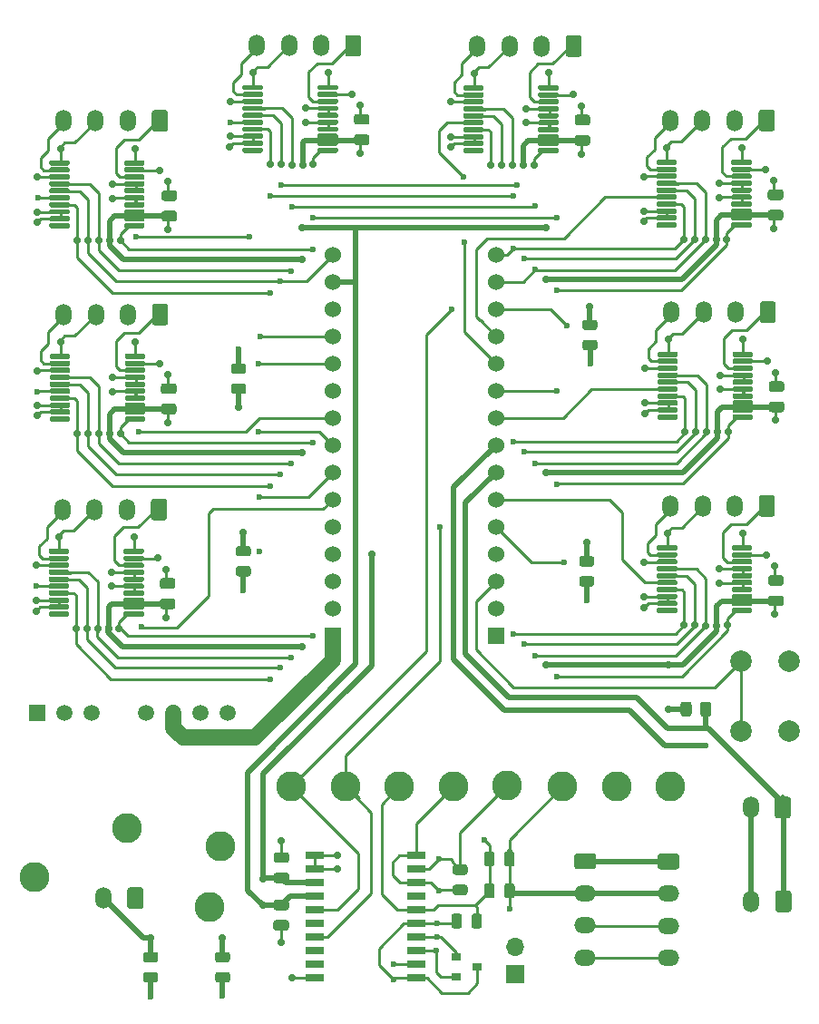
<source format=gtl>
G04 #@! TF.GenerationSoftware,KiCad,Pcbnew,5.1.7-a382d34a8~88~ubuntu18.04.1*
G04 #@! TF.CreationDate,2021-03-07T00:42:37-06:00*
G04 #@! TF.ProjectId,RTDTemp,52544454-656d-4702-9e6b-696361645f70,1.0.0*
G04 #@! TF.SameCoordinates,Original*
G04 #@! TF.FileFunction,Copper,L1,Top*
G04 #@! TF.FilePolarity,Positive*
%FSLAX46Y46*%
G04 Gerber Fmt 4.6, Leading zero omitted, Abs format (unit mm)*
G04 Created by KiCad (PCBNEW 5.1.7-a382d34a8~88~ubuntu18.04.1) date 2021-03-07 00:42:37*
%MOMM*%
%LPD*%
G01*
G04 APERTURE LIST*
G04 #@! TA.AperFunction,ComponentPad*
%ADD10R,1.700000X1.700000*%
G04 #@! TD*
G04 #@! TA.AperFunction,ComponentPad*
%ADD11O,1.700000X1.700000*%
G04 #@! TD*
G04 #@! TA.AperFunction,ComponentPad*
%ADD12C,2.800000*%
G04 #@! TD*
G04 #@! TA.AperFunction,ComponentPad*
%ADD13O,2.020000X1.500000*%
G04 #@! TD*
G04 #@! TA.AperFunction,ComponentPad*
%ADD14O,1.500000X2.020000*%
G04 #@! TD*
G04 #@! TA.AperFunction,SMDPad,CuDef*
%ADD15R,0.900000X0.800000*%
G04 #@! TD*
G04 #@! TA.AperFunction,SMDPad,CuDef*
%ADD16R,1.800000X0.650000*%
G04 #@! TD*
G04 #@! TA.AperFunction,ComponentPad*
%ADD17R,1.508000X1.508000*%
G04 #@! TD*
G04 #@! TA.AperFunction,ComponentPad*
%ADD18C,1.508000*%
G04 #@! TD*
G04 #@! TA.AperFunction,ComponentPad*
%ADD19R,1.530000X1.530000*%
G04 #@! TD*
G04 #@! TA.AperFunction,ComponentPad*
%ADD20C,1.530000*%
G04 #@! TD*
G04 #@! TA.AperFunction,ComponentPad*
%ADD21C,2.000000*%
G04 #@! TD*
G04 #@! TA.AperFunction,ViaPad*
%ADD22C,0.700000*%
G04 #@! TD*
G04 #@! TA.AperFunction,ViaPad*
%ADD23C,0.600000*%
G04 #@! TD*
G04 #@! TA.AperFunction,Conductor*
%ADD24C,0.500000*%
G04 #@! TD*
G04 #@! TA.AperFunction,Conductor*
%ADD25C,1.500000*%
G04 #@! TD*
G04 #@! TA.AperFunction,Conductor*
%ADD26C,0.250000*%
G04 #@! TD*
G04 APERTURE END LIST*
G04 #@! TA.AperFunction,SMDPad,CuDef*
G36*
G01*
X66305000Y-109803750D02*
X66305000Y-110716250D01*
G75*
G02*
X66061250Y-110960000I-243750J0D01*
G01*
X65573750Y-110960000D01*
G75*
G02*
X65330000Y-110716250I0J243750D01*
G01*
X65330000Y-109803750D01*
G75*
G02*
X65573750Y-109560000I243750J0D01*
G01*
X66061250Y-109560000D01*
G75*
G02*
X66305000Y-109803750I0J-243750D01*
G01*
G37*
G04 #@! TD.AperFunction*
G04 #@! TA.AperFunction,SMDPad,CuDef*
G36*
G01*
X64430000Y-109803750D02*
X64430000Y-110716250D01*
G75*
G02*
X64186250Y-110960000I-243750J0D01*
G01*
X63698750Y-110960000D01*
G75*
G02*
X63455000Y-110716250I0J243750D01*
G01*
X63455000Y-109803750D01*
G75*
G02*
X63698750Y-109560000I243750J0D01*
G01*
X64186250Y-109560000D01*
G75*
G02*
X64430000Y-109803750I0J-243750D01*
G01*
G37*
G04 #@! TD.AperFunction*
D10*
X69370000Y-115240000D03*
D11*
X69370000Y-112700000D03*
D12*
X78870000Y-97700000D03*
G04 #@! TA.AperFunction,SMDPad,CuDef*
G36*
G01*
X68387500Y-104926250D02*
X68387500Y-104013750D01*
G75*
G02*
X68631250Y-103770000I243750J0D01*
G01*
X69118750Y-103770000D01*
G75*
G02*
X69362500Y-104013750I0J-243750D01*
G01*
X69362500Y-104926250D01*
G75*
G02*
X69118750Y-105170000I-243750J0D01*
G01*
X68631250Y-105170000D01*
G75*
G02*
X68387500Y-104926250I0J243750D01*
G01*
G37*
G04 #@! TD.AperFunction*
G04 #@! TA.AperFunction,SMDPad,CuDef*
G36*
G01*
X66512500Y-104926250D02*
X66512500Y-104013750D01*
G75*
G02*
X66756250Y-103770000I243750J0D01*
G01*
X67243750Y-103770000D01*
G75*
G02*
X67487500Y-104013750I0J-243750D01*
G01*
X67487500Y-104926250D01*
G75*
G02*
X67243750Y-105170000I-243750J0D01*
G01*
X66756250Y-105170000D01*
G75*
G02*
X66512500Y-104926250I0J243750D01*
G01*
G37*
G04 #@! TD.AperFunction*
G04 #@! TA.AperFunction,ComponentPad*
G36*
G01*
X75190000Y-103930000D02*
X76710000Y-103930000D01*
G75*
G02*
X76960000Y-104180000I0J-250000D01*
G01*
X76960000Y-105180000D01*
G75*
G02*
X76710000Y-105430000I-250000J0D01*
G01*
X75190000Y-105430000D01*
G75*
G02*
X74940000Y-105180000I0J250000D01*
G01*
X74940000Y-104180000D01*
G75*
G02*
X75190000Y-103930000I250000J0D01*
G01*
G37*
G04 #@! TD.AperFunction*
D13*
X75950000Y-107680000D03*
X75950000Y-110680000D03*
X75950000Y-113680000D03*
G04 #@! TA.AperFunction,ComponentPad*
G36*
G01*
X82955000Y-103940000D02*
X84475000Y-103940000D01*
G75*
G02*
X84725000Y-104190000I0J-250000D01*
G01*
X84725000Y-105190000D01*
G75*
G02*
X84475000Y-105440000I-250000J0D01*
G01*
X82955000Y-105440000D01*
G75*
G02*
X82705000Y-105190000I0J250000D01*
G01*
X82705000Y-104190000D01*
G75*
G02*
X82955000Y-103940000I250000J0D01*
G01*
G37*
G04 #@! TD.AperFunction*
X83715000Y-107690000D03*
X83715000Y-110690000D03*
X83715000Y-113690000D03*
G04 #@! TA.AperFunction,SMDPad,CuDef*
G36*
G01*
X45860000Y-38170000D02*
X45860000Y-38420000D01*
G75*
G02*
X45735000Y-38545000I-125000J0D01*
G01*
X44085000Y-38545000D01*
G75*
G02*
X43960000Y-38420000I0J125000D01*
G01*
X43960000Y-38170000D01*
G75*
G02*
X44085000Y-38045000I125000J0D01*
G01*
X45735000Y-38045000D01*
G75*
G02*
X45860000Y-38170000I0J-125000D01*
G01*
G37*
G04 #@! TD.AperFunction*
G04 #@! TA.AperFunction,SMDPad,CuDef*
G36*
G01*
X45860000Y-37520000D02*
X45860000Y-37770000D01*
G75*
G02*
X45735000Y-37895000I-125000J0D01*
G01*
X44085000Y-37895000D01*
G75*
G02*
X43960000Y-37770000I0J125000D01*
G01*
X43960000Y-37520000D01*
G75*
G02*
X44085000Y-37395000I125000J0D01*
G01*
X45735000Y-37395000D01*
G75*
G02*
X45860000Y-37520000I0J-125000D01*
G01*
G37*
G04 #@! TD.AperFunction*
G04 #@! TA.AperFunction,SMDPad,CuDef*
G36*
G01*
X45860000Y-36870000D02*
X45860000Y-37120000D01*
G75*
G02*
X45735000Y-37245000I-125000J0D01*
G01*
X44085000Y-37245000D01*
G75*
G02*
X43960000Y-37120000I0J125000D01*
G01*
X43960000Y-36870000D01*
G75*
G02*
X44085000Y-36745000I125000J0D01*
G01*
X45735000Y-36745000D01*
G75*
G02*
X45860000Y-36870000I0J-125000D01*
G01*
G37*
G04 #@! TD.AperFunction*
G04 #@! TA.AperFunction,SMDPad,CuDef*
G36*
G01*
X45860000Y-36220000D02*
X45860000Y-36470000D01*
G75*
G02*
X45735000Y-36595000I-125000J0D01*
G01*
X44085000Y-36595000D01*
G75*
G02*
X43960000Y-36470000I0J125000D01*
G01*
X43960000Y-36220000D01*
G75*
G02*
X44085000Y-36095000I125000J0D01*
G01*
X45735000Y-36095000D01*
G75*
G02*
X45860000Y-36220000I0J-125000D01*
G01*
G37*
G04 #@! TD.AperFunction*
G04 #@! TA.AperFunction,SMDPad,CuDef*
G36*
G01*
X45860000Y-35570000D02*
X45860000Y-35820000D01*
G75*
G02*
X45735000Y-35945000I-125000J0D01*
G01*
X44085000Y-35945000D01*
G75*
G02*
X43960000Y-35820000I0J125000D01*
G01*
X43960000Y-35570000D01*
G75*
G02*
X44085000Y-35445000I125000J0D01*
G01*
X45735000Y-35445000D01*
G75*
G02*
X45860000Y-35570000I0J-125000D01*
G01*
G37*
G04 #@! TD.AperFunction*
G04 #@! TA.AperFunction,SMDPad,CuDef*
G36*
G01*
X45860000Y-34920000D02*
X45860000Y-35170000D01*
G75*
G02*
X45735000Y-35295000I-125000J0D01*
G01*
X44085000Y-35295000D01*
G75*
G02*
X43960000Y-35170000I0J125000D01*
G01*
X43960000Y-34920000D01*
G75*
G02*
X44085000Y-34795000I125000J0D01*
G01*
X45735000Y-34795000D01*
G75*
G02*
X45860000Y-34920000I0J-125000D01*
G01*
G37*
G04 #@! TD.AperFunction*
G04 #@! TA.AperFunction,SMDPad,CuDef*
G36*
G01*
X45860000Y-34270000D02*
X45860000Y-34520000D01*
G75*
G02*
X45735000Y-34645000I-125000J0D01*
G01*
X44085000Y-34645000D01*
G75*
G02*
X43960000Y-34520000I0J125000D01*
G01*
X43960000Y-34270000D01*
G75*
G02*
X44085000Y-34145000I125000J0D01*
G01*
X45735000Y-34145000D01*
G75*
G02*
X45860000Y-34270000I0J-125000D01*
G01*
G37*
G04 #@! TD.AperFunction*
G04 #@! TA.AperFunction,SMDPad,CuDef*
G36*
G01*
X45860000Y-33620000D02*
X45860000Y-33870000D01*
G75*
G02*
X45735000Y-33995000I-125000J0D01*
G01*
X44085000Y-33995000D01*
G75*
G02*
X43960000Y-33870000I0J125000D01*
G01*
X43960000Y-33620000D01*
G75*
G02*
X44085000Y-33495000I125000J0D01*
G01*
X45735000Y-33495000D01*
G75*
G02*
X45860000Y-33620000I0J-125000D01*
G01*
G37*
G04 #@! TD.AperFunction*
G04 #@! TA.AperFunction,SMDPad,CuDef*
G36*
G01*
X45860000Y-32970000D02*
X45860000Y-33220000D01*
G75*
G02*
X45735000Y-33345000I-125000J0D01*
G01*
X44085000Y-33345000D01*
G75*
G02*
X43960000Y-33220000I0J125000D01*
G01*
X43960000Y-32970000D01*
G75*
G02*
X44085000Y-32845000I125000J0D01*
G01*
X45735000Y-32845000D01*
G75*
G02*
X45860000Y-32970000I0J-125000D01*
G01*
G37*
G04 #@! TD.AperFunction*
G04 #@! TA.AperFunction,SMDPad,CuDef*
G36*
G01*
X45860000Y-32320000D02*
X45860000Y-32570000D01*
G75*
G02*
X45735000Y-32695000I-125000J0D01*
G01*
X44085000Y-32695000D01*
G75*
G02*
X43960000Y-32570000I0J125000D01*
G01*
X43960000Y-32320000D01*
G75*
G02*
X44085000Y-32195000I125000J0D01*
G01*
X45735000Y-32195000D01*
G75*
G02*
X45860000Y-32320000I0J-125000D01*
G01*
G37*
G04 #@! TD.AperFunction*
G04 #@! TA.AperFunction,SMDPad,CuDef*
G36*
G01*
X52860000Y-32320000D02*
X52860000Y-32570000D01*
G75*
G02*
X52735000Y-32695000I-125000J0D01*
G01*
X51085000Y-32695000D01*
G75*
G02*
X50960000Y-32570000I0J125000D01*
G01*
X50960000Y-32320000D01*
G75*
G02*
X51085000Y-32195000I125000J0D01*
G01*
X52735000Y-32195000D01*
G75*
G02*
X52860000Y-32320000I0J-125000D01*
G01*
G37*
G04 #@! TD.AperFunction*
G04 #@! TA.AperFunction,SMDPad,CuDef*
G36*
G01*
X52860000Y-32970000D02*
X52860000Y-33220000D01*
G75*
G02*
X52735000Y-33345000I-125000J0D01*
G01*
X51085000Y-33345000D01*
G75*
G02*
X50960000Y-33220000I0J125000D01*
G01*
X50960000Y-32970000D01*
G75*
G02*
X51085000Y-32845000I125000J0D01*
G01*
X52735000Y-32845000D01*
G75*
G02*
X52860000Y-32970000I0J-125000D01*
G01*
G37*
G04 #@! TD.AperFunction*
G04 #@! TA.AperFunction,SMDPad,CuDef*
G36*
G01*
X52860000Y-33620000D02*
X52860000Y-33870000D01*
G75*
G02*
X52735000Y-33995000I-125000J0D01*
G01*
X51085000Y-33995000D01*
G75*
G02*
X50960000Y-33870000I0J125000D01*
G01*
X50960000Y-33620000D01*
G75*
G02*
X51085000Y-33495000I125000J0D01*
G01*
X52735000Y-33495000D01*
G75*
G02*
X52860000Y-33620000I0J-125000D01*
G01*
G37*
G04 #@! TD.AperFunction*
G04 #@! TA.AperFunction,SMDPad,CuDef*
G36*
G01*
X52860000Y-34270000D02*
X52860000Y-34520000D01*
G75*
G02*
X52735000Y-34645000I-125000J0D01*
G01*
X51085000Y-34645000D01*
G75*
G02*
X50960000Y-34520000I0J125000D01*
G01*
X50960000Y-34270000D01*
G75*
G02*
X51085000Y-34145000I125000J0D01*
G01*
X52735000Y-34145000D01*
G75*
G02*
X52860000Y-34270000I0J-125000D01*
G01*
G37*
G04 #@! TD.AperFunction*
G04 #@! TA.AperFunction,SMDPad,CuDef*
G36*
G01*
X52860000Y-34920000D02*
X52860000Y-35170000D01*
G75*
G02*
X52735000Y-35295000I-125000J0D01*
G01*
X51085000Y-35295000D01*
G75*
G02*
X50960000Y-35170000I0J125000D01*
G01*
X50960000Y-34920000D01*
G75*
G02*
X51085000Y-34795000I125000J0D01*
G01*
X52735000Y-34795000D01*
G75*
G02*
X52860000Y-34920000I0J-125000D01*
G01*
G37*
G04 #@! TD.AperFunction*
G04 #@! TA.AperFunction,SMDPad,CuDef*
G36*
G01*
X52860000Y-35570000D02*
X52860000Y-35820000D01*
G75*
G02*
X52735000Y-35945000I-125000J0D01*
G01*
X51085000Y-35945000D01*
G75*
G02*
X50960000Y-35820000I0J125000D01*
G01*
X50960000Y-35570000D01*
G75*
G02*
X51085000Y-35445000I125000J0D01*
G01*
X52735000Y-35445000D01*
G75*
G02*
X52860000Y-35570000I0J-125000D01*
G01*
G37*
G04 #@! TD.AperFunction*
G04 #@! TA.AperFunction,SMDPad,CuDef*
G36*
G01*
X52860000Y-36220000D02*
X52860000Y-36470000D01*
G75*
G02*
X52735000Y-36595000I-125000J0D01*
G01*
X51085000Y-36595000D01*
G75*
G02*
X50960000Y-36470000I0J125000D01*
G01*
X50960000Y-36220000D01*
G75*
G02*
X51085000Y-36095000I125000J0D01*
G01*
X52735000Y-36095000D01*
G75*
G02*
X52860000Y-36220000I0J-125000D01*
G01*
G37*
G04 #@! TD.AperFunction*
G04 #@! TA.AperFunction,SMDPad,CuDef*
G36*
G01*
X52860000Y-36870000D02*
X52860000Y-37120000D01*
G75*
G02*
X52735000Y-37245000I-125000J0D01*
G01*
X51085000Y-37245000D01*
G75*
G02*
X50960000Y-37120000I0J125000D01*
G01*
X50960000Y-36870000D01*
G75*
G02*
X51085000Y-36745000I125000J0D01*
G01*
X52735000Y-36745000D01*
G75*
G02*
X52860000Y-36870000I0J-125000D01*
G01*
G37*
G04 #@! TD.AperFunction*
G04 #@! TA.AperFunction,SMDPad,CuDef*
G36*
G01*
X52860000Y-37520000D02*
X52860000Y-37770000D01*
G75*
G02*
X52735000Y-37895000I-125000J0D01*
G01*
X51085000Y-37895000D01*
G75*
G02*
X50960000Y-37770000I0J125000D01*
G01*
X50960000Y-37520000D01*
G75*
G02*
X51085000Y-37395000I125000J0D01*
G01*
X52735000Y-37395000D01*
G75*
G02*
X52860000Y-37520000I0J-125000D01*
G01*
G37*
G04 #@! TD.AperFunction*
G04 #@! TA.AperFunction,SMDPad,CuDef*
G36*
G01*
X52860000Y-38170000D02*
X52860000Y-38420000D01*
G75*
G02*
X52735000Y-38545000I-125000J0D01*
G01*
X51085000Y-38545000D01*
G75*
G02*
X50960000Y-38420000I0J125000D01*
G01*
X50960000Y-38170000D01*
G75*
G02*
X51085000Y-38045000I125000J0D01*
G01*
X52735000Y-38045000D01*
G75*
G02*
X52860000Y-38170000I0J-125000D01*
G01*
G37*
G04 #@! TD.AperFunction*
G04 #@! TA.AperFunction,SMDPad,CuDef*
G36*
G01*
X91530000Y-81140000D02*
X91530000Y-81390000D01*
G75*
G02*
X91405000Y-81515000I-125000J0D01*
G01*
X89755000Y-81515000D01*
G75*
G02*
X89630000Y-81390000I0J125000D01*
G01*
X89630000Y-81140000D01*
G75*
G02*
X89755000Y-81015000I125000J0D01*
G01*
X91405000Y-81015000D01*
G75*
G02*
X91530000Y-81140000I0J-125000D01*
G01*
G37*
G04 #@! TD.AperFunction*
G04 #@! TA.AperFunction,SMDPad,CuDef*
G36*
G01*
X91530000Y-80490000D02*
X91530000Y-80740000D01*
G75*
G02*
X91405000Y-80865000I-125000J0D01*
G01*
X89755000Y-80865000D01*
G75*
G02*
X89630000Y-80740000I0J125000D01*
G01*
X89630000Y-80490000D01*
G75*
G02*
X89755000Y-80365000I125000J0D01*
G01*
X91405000Y-80365000D01*
G75*
G02*
X91530000Y-80490000I0J-125000D01*
G01*
G37*
G04 #@! TD.AperFunction*
G04 #@! TA.AperFunction,SMDPad,CuDef*
G36*
G01*
X91530000Y-79840000D02*
X91530000Y-80090000D01*
G75*
G02*
X91405000Y-80215000I-125000J0D01*
G01*
X89755000Y-80215000D01*
G75*
G02*
X89630000Y-80090000I0J125000D01*
G01*
X89630000Y-79840000D01*
G75*
G02*
X89755000Y-79715000I125000J0D01*
G01*
X91405000Y-79715000D01*
G75*
G02*
X91530000Y-79840000I0J-125000D01*
G01*
G37*
G04 #@! TD.AperFunction*
G04 #@! TA.AperFunction,SMDPad,CuDef*
G36*
G01*
X91530000Y-79190000D02*
X91530000Y-79440000D01*
G75*
G02*
X91405000Y-79565000I-125000J0D01*
G01*
X89755000Y-79565000D01*
G75*
G02*
X89630000Y-79440000I0J125000D01*
G01*
X89630000Y-79190000D01*
G75*
G02*
X89755000Y-79065000I125000J0D01*
G01*
X91405000Y-79065000D01*
G75*
G02*
X91530000Y-79190000I0J-125000D01*
G01*
G37*
G04 #@! TD.AperFunction*
G04 #@! TA.AperFunction,SMDPad,CuDef*
G36*
G01*
X91530000Y-78540000D02*
X91530000Y-78790000D01*
G75*
G02*
X91405000Y-78915000I-125000J0D01*
G01*
X89755000Y-78915000D01*
G75*
G02*
X89630000Y-78790000I0J125000D01*
G01*
X89630000Y-78540000D01*
G75*
G02*
X89755000Y-78415000I125000J0D01*
G01*
X91405000Y-78415000D01*
G75*
G02*
X91530000Y-78540000I0J-125000D01*
G01*
G37*
G04 #@! TD.AperFunction*
G04 #@! TA.AperFunction,SMDPad,CuDef*
G36*
G01*
X91530000Y-77890000D02*
X91530000Y-78140000D01*
G75*
G02*
X91405000Y-78265000I-125000J0D01*
G01*
X89755000Y-78265000D01*
G75*
G02*
X89630000Y-78140000I0J125000D01*
G01*
X89630000Y-77890000D01*
G75*
G02*
X89755000Y-77765000I125000J0D01*
G01*
X91405000Y-77765000D01*
G75*
G02*
X91530000Y-77890000I0J-125000D01*
G01*
G37*
G04 #@! TD.AperFunction*
G04 #@! TA.AperFunction,SMDPad,CuDef*
G36*
G01*
X91530000Y-77240000D02*
X91530000Y-77490000D01*
G75*
G02*
X91405000Y-77615000I-125000J0D01*
G01*
X89755000Y-77615000D01*
G75*
G02*
X89630000Y-77490000I0J125000D01*
G01*
X89630000Y-77240000D01*
G75*
G02*
X89755000Y-77115000I125000J0D01*
G01*
X91405000Y-77115000D01*
G75*
G02*
X91530000Y-77240000I0J-125000D01*
G01*
G37*
G04 #@! TD.AperFunction*
G04 #@! TA.AperFunction,SMDPad,CuDef*
G36*
G01*
X91530000Y-76590000D02*
X91530000Y-76840000D01*
G75*
G02*
X91405000Y-76965000I-125000J0D01*
G01*
X89755000Y-76965000D01*
G75*
G02*
X89630000Y-76840000I0J125000D01*
G01*
X89630000Y-76590000D01*
G75*
G02*
X89755000Y-76465000I125000J0D01*
G01*
X91405000Y-76465000D01*
G75*
G02*
X91530000Y-76590000I0J-125000D01*
G01*
G37*
G04 #@! TD.AperFunction*
G04 #@! TA.AperFunction,SMDPad,CuDef*
G36*
G01*
X91530000Y-75940000D02*
X91530000Y-76190000D01*
G75*
G02*
X91405000Y-76315000I-125000J0D01*
G01*
X89755000Y-76315000D01*
G75*
G02*
X89630000Y-76190000I0J125000D01*
G01*
X89630000Y-75940000D01*
G75*
G02*
X89755000Y-75815000I125000J0D01*
G01*
X91405000Y-75815000D01*
G75*
G02*
X91530000Y-75940000I0J-125000D01*
G01*
G37*
G04 #@! TD.AperFunction*
G04 #@! TA.AperFunction,SMDPad,CuDef*
G36*
G01*
X91530000Y-75290000D02*
X91530000Y-75540000D01*
G75*
G02*
X91405000Y-75665000I-125000J0D01*
G01*
X89755000Y-75665000D01*
G75*
G02*
X89630000Y-75540000I0J125000D01*
G01*
X89630000Y-75290000D01*
G75*
G02*
X89755000Y-75165000I125000J0D01*
G01*
X91405000Y-75165000D01*
G75*
G02*
X91530000Y-75290000I0J-125000D01*
G01*
G37*
G04 #@! TD.AperFunction*
G04 #@! TA.AperFunction,SMDPad,CuDef*
G36*
G01*
X84530000Y-75290000D02*
X84530000Y-75540000D01*
G75*
G02*
X84405000Y-75665000I-125000J0D01*
G01*
X82755000Y-75665000D01*
G75*
G02*
X82630000Y-75540000I0J125000D01*
G01*
X82630000Y-75290000D01*
G75*
G02*
X82755000Y-75165000I125000J0D01*
G01*
X84405000Y-75165000D01*
G75*
G02*
X84530000Y-75290000I0J-125000D01*
G01*
G37*
G04 #@! TD.AperFunction*
G04 #@! TA.AperFunction,SMDPad,CuDef*
G36*
G01*
X84530000Y-75940000D02*
X84530000Y-76190000D01*
G75*
G02*
X84405000Y-76315000I-125000J0D01*
G01*
X82755000Y-76315000D01*
G75*
G02*
X82630000Y-76190000I0J125000D01*
G01*
X82630000Y-75940000D01*
G75*
G02*
X82755000Y-75815000I125000J0D01*
G01*
X84405000Y-75815000D01*
G75*
G02*
X84530000Y-75940000I0J-125000D01*
G01*
G37*
G04 #@! TD.AperFunction*
G04 #@! TA.AperFunction,SMDPad,CuDef*
G36*
G01*
X84530000Y-76590000D02*
X84530000Y-76840000D01*
G75*
G02*
X84405000Y-76965000I-125000J0D01*
G01*
X82755000Y-76965000D01*
G75*
G02*
X82630000Y-76840000I0J125000D01*
G01*
X82630000Y-76590000D01*
G75*
G02*
X82755000Y-76465000I125000J0D01*
G01*
X84405000Y-76465000D01*
G75*
G02*
X84530000Y-76590000I0J-125000D01*
G01*
G37*
G04 #@! TD.AperFunction*
G04 #@! TA.AperFunction,SMDPad,CuDef*
G36*
G01*
X84530000Y-77240000D02*
X84530000Y-77490000D01*
G75*
G02*
X84405000Y-77615000I-125000J0D01*
G01*
X82755000Y-77615000D01*
G75*
G02*
X82630000Y-77490000I0J125000D01*
G01*
X82630000Y-77240000D01*
G75*
G02*
X82755000Y-77115000I125000J0D01*
G01*
X84405000Y-77115000D01*
G75*
G02*
X84530000Y-77240000I0J-125000D01*
G01*
G37*
G04 #@! TD.AperFunction*
G04 #@! TA.AperFunction,SMDPad,CuDef*
G36*
G01*
X84530000Y-77890000D02*
X84530000Y-78140000D01*
G75*
G02*
X84405000Y-78265000I-125000J0D01*
G01*
X82755000Y-78265000D01*
G75*
G02*
X82630000Y-78140000I0J125000D01*
G01*
X82630000Y-77890000D01*
G75*
G02*
X82755000Y-77765000I125000J0D01*
G01*
X84405000Y-77765000D01*
G75*
G02*
X84530000Y-77890000I0J-125000D01*
G01*
G37*
G04 #@! TD.AperFunction*
G04 #@! TA.AperFunction,SMDPad,CuDef*
G36*
G01*
X84530000Y-78540000D02*
X84530000Y-78790000D01*
G75*
G02*
X84405000Y-78915000I-125000J0D01*
G01*
X82755000Y-78915000D01*
G75*
G02*
X82630000Y-78790000I0J125000D01*
G01*
X82630000Y-78540000D01*
G75*
G02*
X82755000Y-78415000I125000J0D01*
G01*
X84405000Y-78415000D01*
G75*
G02*
X84530000Y-78540000I0J-125000D01*
G01*
G37*
G04 #@! TD.AperFunction*
G04 #@! TA.AperFunction,SMDPad,CuDef*
G36*
G01*
X84530000Y-79190000D02*
X84530000Y-79440000D01*
G75*
G02*
X84405000Y-79565000I-125000J0D01*
G01*
X82755000Y-79565000D01*
G75*
G02*
X82630000Y-79440000I0J125000D01*
G01*
X82630000Y-79190000D01*
G75*
G02*
X82755000Y-79065000I125000J0D01*
G01*
X84405000Y-79065000D01*
G75*
G02*
X84530000Y-79190000I0J-125000D01*
G01*
G37*
G04 #@! TD.AperFunction*
G04 #@! TA.AperFunction,SMDPad,CuDef*
G36*
G01*
X84530000Y-79840000D02*
X84530000Y-80090000D01*
G75*
G02*
X84405000Y-80215000I-125000J0D01*
G01*
X82755000Y-80215000D01*
G75*
G02*
X82630000Y-80090000I0J125000D01*
G01*
X82630000Y-79840000D01*
G75*
G02*
X82755000Y-79715000I125000J0D01*
G01*
X84405000Y-79715000D01*
G75*
G02*
X84530000Y-79840000I0J-125000D01*
G01*
G37*
G04 #@! TD.AperFunction*
G04 #@! TA.AperFunction,SMDPad,CuDef*
G36*
G01*
X84530000Y-80490000D02*
X84530000Y-80740000D01*
G75*
G02*
X84405000Y-80865000I-125000J0D01*
G01*
X82755000Y-80865000D01*
G75*
G02*
X82630000Y-80740000I0J125000D01*
G01*
X82630000Y-80490000D01*
G75*
G02*
X82755000Y-80365000I125000J0D01*
G01*
X84405000Y-80365000D01*
G75*
G02*
X84530000Y-80490000I0J-125000D01*
G01*
G37*
G04 #@! TD.AperFunction*
G04 #@! TA.AperFunction,SMDPad,CuDef*
G36*
G01*
X84530000Y-81140000D02*
X84530000Y-81390000D01*
G75*
G02*
X84405000Y-81515000I-125000J0D01*
G01*
X82755000Y-81515000D01*
G75*
G02*
X82630000Y-81390000I0J125000D01*
G01*
X82630000Y-81140000D01*
G75*
G02*
X82755000Y-81015000I125000J0D01*
G01*
X84405000Y-81015000D01*
G75*
G02*
X84530000Y-81140000I0J-125000D01*
G01*
G37*
G04 #@! TD.AperFunction*
D14*
X83900000Y-71500000D03*
X86900000Y-71500000D03*
X89900000Y-71500000D03*
G04 #@! TA.AperFunction,ComponentPad*
G36*
G01*
X93650000Y-70740000D02*
X93650000Y-72260000D01*
G75*
G02*
X93400000Y-72510000I-250000J0D01*
G01*
X92400000Y-72510000D01*
G75*
G02*
X92150000Y-72260000I0J250000D01*
G01*
X92150000Y-70740000D01*
G75*
G02*
X92400000Y-70490000I250000J0D01*
G01*
X93400000Y-70490000D01*
G75*
G02*
X93650000Y-70740000I0J-250000D01*
G01*
G37*
G04 #@! TD.AperFunction*
G04 #@! TA.AperFunction,SMDPad,CuDef*
G36*
G01*
X94225000Y-80870000D02*
X93275000Y-80870000D01*
G75*
G02*
X93025000Y-80620000I0J250000D01*
G01*
X93025000Y-80120000D01*
G75*
G02*
X93275000Y-79870000I250000J0D01*
G01*
X94225000Y-79870000D01*
G75*
G02*
X94475000Y-80120000I0J-250000D01*
G01*
X94475000Y-80620000D01*
G75*
G02*
X94225000Y-80870000I-250000J0D01*
G01*
G37*
G04 #@! TD.AperFunction*
G04 #@! TA.AperFunction,SMDPad,CuDef*
G36*
G01*
X94225000Y-78970000D02*
X93275000Y-78970000D01*
G75*
G02*
X93025000Y-78720000I0J250000D01*
G01*
X93025000Y-78220000D01*
G75*
G02*
X93275000Y-77970000I250000J0D01*
G01*
X94225000Y-77970000D01*
G75*
G02*
X94475000Y-78220000I0J-250000D01*
G01*
X94475000Y-78720000D01*
G75*
G02*
X94225000Y-78970000I-250000J0D01*
G01*
G37*
G04 #@! TD.AperFunction*
G04 #@! TA.AperFunction,SMDPad,CuDef*
G36*
G01*
X27750000Y-81470000D02*
X27750000Y-81720000D01*
G75*
G02*
X27625000Y-81845000I-125000J0D01*
G01*
X25975000Y-81845000D01*
G75*
G02*
X25850000Y-81720000I0J125000D01*
G01*
X25850000Y-81470000D01*
G75*
G02*
X25975000Y-81345000I125000J0D01*
G01*
X27625000Y-81345000D01*
G75*
G02*
X27750000Y-81470000I0J-125000D01*
G01*
G37*
G04 #@! TD.AperFunction*
G04 #@! TA.AperFunction,SMDPad,CuDef*
G36*
G01*
X27750000Y-80820000D02*
X27750000Y-81070000D01*
G75*
G02*
X27625000Y-81195000I-125000J0D01*
G01*
X25975000Y-81195000D01*
G75*
G02*
X25850000Y-81070000I0J125000D01*
G01*
X25850000Y-80820000D01*
G75*
G02*
X25975000Y-80695000I125000J0D01*
G01*
X27625000Y-80695000D01*
G75*
G02*
X27750000Y-80820000I0J-125000D01*
G01*
G37*
G04 #@! TD.AperFunction*
G04 #@! TA.AperFunction,SMDPad,CuDef*
G36*
G01*
X27750000Y-80170000D02*
X27750000Y-80420000D01*
G75*
G02*
X27625000Y-80545000I-125000J0D01*
G01*
X25975000Y-80545000D01*
G75*
G02*
X25850000Y-80420000I0J125000D01*
G01*
X25850000Y-80170000D01*
G75*
G02*
X25975000Y-80045000I125000J0D01*
G01*
X27625000Y-80045000D01*
G75*
G02*
X27750000Y-80170000I0J-125000D01*
G01*
G37*
G04 #@! TD.AperFunction*
G04 #@! TA.AperFunction,SMDPad,CuDef*
G36*
G01*
X27750000Y-79520000D02*
X27750000Y-79770000D01*
G75*
G02*
X27625000Y-79895000I-125000J0D01*
G01*
X25975000Y-79895000D01*
G75*
G02*
X25850000Y-79770000I0J125000D01*
G01*
X25850000Y-79520000D01*
G75*
G02*
X25975000Y-79395000I125000J0D01*
G01*
X27625000Y-79395000D01*
G75*
G02*
X27750000Y-79520000I0J-125000D01*
G01*
G37*
G04 #@! TD.AperFunction*
G04 #@! TA.AperFunction,SMDPad,CuDef*
G36*
G01*
X27750000Y-78870000D02*
X27750000Y-79120000D01*
G75*
G02*
X27625000Y-79245000I-125000J0D01*
G01*
X25975000Y-79245000D01*
G75*
G02*
X25850000Y-79120000I0J125000D01*
G01*
X25850000Y-78870000D01*
G75*
G02*
X25975000Y-78745000I125000J0D01*
G01*
X27625000Y-78745000D01*
G75*
G02*
X27750000Y-78870000I0J-125000D01*
G01*
G37*
G04 #@! TD.AperFunction*
G04 #@! TA.AperFunction,SMDPad,CuDef*
G36*
G01*
X27750000Y-78220000D02*
X27750000Y-78470000D01*
G75*
G02*
X27625000Y-78595000I-125000J0D01*
G01*
X25975000Y-78595000D01*
G75*
G02*
X25850000Y-78470000I0J125000D01*
G01*
X25850000Y-78220000D01*
G75*
G02*
X25975000Y-78095000I125000J0D01*
G01*
X27625000Y-78095000D01*
G75*
G02*
X27750000Y-78220000I0J-125000D01*
G01*
G37*
G04 #@! TD.AperFunction*
G04 #@! TA.AperFunction,SMDPad,CuDef*
G36*
G01*
X27750000Y-77570000D02*
X27750000Y-77820000D01*
G75*
G02*
X27625000Y-77945000I-125000J0D01*
G01*
X25975000Y-77945000D01*
G75*
G02*
X25850000Y-77820000I0J125000D01*
G01*
X25850000Y-77570000D01*
G75*
G02*
X25975000Y-77445000I125000J0D01*
G01*
X27625000Y-77445000D01*
G75*
G02*
X27750000Y-77570000I0J-125000D01*
G01*
G37*
G04 #@! TD.AperFunction*
G04 #@! TA.AperFunction,SMDPad,CuDef*
G36*
G01*
X27750000Y-76920000D02*
X27750000Y-77170000D01*
G75*
G02*
X27625000Y-77295000I-125000J0D01*
G01*
X25975000Y-77295000D01*
G75*
G02*
X25850000Y-77170000I0J125000D01*
G01*
X25850000Y-76920000D01*
G75*
G02*
X25975000Y-76795000I125000J0D01*
G01*
X27625000Y-76795000D01*
G75*
G02*
X27750000Y-76920000I0J-125000D01*
G01*
G37*
G04 #@! TD.AperFunction*
G04 #@! TA.AperFunction,SMDPad,CuDef*
G36*
G01*
X27750000Y-76270000D02*
X27750000Y-76520000D01*
G75*
G02*
X27625000Y-76645000I-125000J0D01*
G01*
X25975000Y-76645000D01*
G75*
G02*
X25850000Y-76520000I0J125000D01*
G01*
X25850000Y-76270000D01*
G75*
G02*
X25975000Y-76145000I125000J0D01*
G01*
X27625000Y-76145000D01*
G75*
G02*
X27750000Y-76270000I0J-125000D01*
G01*
G37*
G04 #@! TD.AperFunction*
G04 #@! TA.AperFunction,SMDPad,CuDef*
G36*
G01*
X27750000Y-75620000D02*
X27750000Y-75870000D01*
G75*
G02*
X27625000Y-75995000I-125000J0D01*
G01*
X25975000Y-75995000D01*
G75*
G02*
X25850000Y-75870000I0J125000D01*
G01*
X25850000Y-75620000D01*
G75*
G02*
X25975000Y-75495000I125000J0D01*
G01*
X27625000Y-75495000D01*
G75*
G02*
X27750000Y-75620000I0J-125000D01*
G01*
G37*
G04 #@! TD.AperFunction*
G04 #@! TA.AperFunction,SMDPad,CuDef*
G36*
G01*
X34750000Y-75620000D02*
X34750000Y-75870000D01*
G75*
G02*
X34625000Y-75995000I-125000J0D01*
G01*
X32975000Y-75995000D01*
G75*
G02*
X32850000Y-75870000I0J125000D01*
G01*
X32850000Y-75620000D01*
G75*
G02*
X32975000Y-75495000I125000J0D01*
G01*
X34625000Y-75495000D01*
G75*
G02*
X34750000Y-75620000I0J-125000D01*
G01*
G37*
G04 #@! TD.AperFunction*
G04 #@! TA.AperFunction,SMDPad,CuDef*
G36*
G01*
X34750000Y-76270000D02*
X34750000Y-76520000D01*
G75*
G02*
X34625000Y-76645000I-125000J0D01*
G01*
X32975000Y-76645000D01*
G75*
G02*
X32850000Y-76520000I0J125000D01*
G01*
X32850000Y-76270000D01*
G75*
G02*
X32975000Y-76145000I125000J0D01*
G01*
X34625000Y-76145000D01*
G75*
G02*
X34750000Y-76270000I0J-125000D01*
G01*
G37*
G04 #@! TD.AperFunction*
G04 #@! TA.AperFunction,SMDPad,CuDef*
G36*
G01*
X34750000Y-76920000D02*
X34750000Y-77170000D01*
G75*
G02*
X34625000Y-77295000I-125000J0D01*
G01*
X32975000Y-77295000D01*
G75*
G02*
X32850000Y-77170000I0J125000D01*
G01*
X32850000Y-76920000D01*
G75*
G02*
X32975000Y-76795000I125000J0D01*
G01*
X34625000Y-76795000D01*
G75*
G02*
X34750000Y-76920000I0J-125000D01*
G01*
G37*
G04 #@! TD.AperFunction*
G04 #@! TA.AperFunction,SMDPad,CuDef*
G36*
G01*
X34750000Y-77570000D02*
X34750000Y-77820000D01*
G75*
G02*
X34625000Y-77945000I-125000J0D01*
G01*
X32975000Y-77945000D01*
G75*
G02*
X32850000Y-77820000I0J125000D01*
G01*
X32850000Y-77570000D01*
G75*
G02*
X32975000Y-77445000I125000J0D01*
G01*
X34625000Y-77445000D01*
G75*
G02*
X34750000Y-77570000I0J-125000D01*
G01*
G37*
G04 #@! TD.AperFunction*
G04 #@! TA.AperFunction,SMDPad,CuDef*
G36*
G01*
X34750000Y-78220000D02*
X34750000Y-78470000D01*
G75*
G02*
X34625000Y-78595000I-125000J0D01*
G01*
X32975000Y-78595000D01*
G75*
G02*
X32850000Y-78470000I0J125000D01*
G01*
X32850000Y-78220000D01*
G75*
G02*
X32975000Y-78095000I125000J0D01*
G01*
X34625000Y-78095000D01*
G75*
G02*
X34750000Y-78220000I0J-125000D01*
G01*
G37*
G04 #@! TD.AperFunction*
G04 #@! TA.AperFunction,SMDPad,CuDef*
G36*
G01*
X34750000Y-78870000D02*
X34750000Y-79120000D01*
G75*
G02*
X34625000Y-79245000I-125000J0D01*
G01*
X32975000Y-79245000D01*
G75*
G02*
X32850000Y-79120000I0J125000D01*
G01*
X32850000Y-78870000D01*
G75*
G02*
X32975000Y-78745000I125000J0D01*
G01*
X34625000Y-78745000D01*
G75*
G02*
X34750000Y-78870000I0J-125000D01*
G01*
G37*
G04 #@! TD.AperFunction*
G04 #@! TA.AperFunction,SMDPad,CuDef*
G36*
G01*
X34750000Y-79520000D02*
X34750000Y-79770000D01*
G75*
G02*
X34625000Y-79895000I-125000J0D01*
G01*
X32975000Y-79895000D01*
G75*
G02*
X32850000Y-79770000I0J125000D01*
G01*
X32850000Y-79520000D01*
G75*
G02*
X32975000Y-79395000I125000J0D01*
G01*
X34625000Y-79395000D01*
G75*
G02*
X34750000Y-79520000I0J-125000D01*
G01*
G37*
G04 #@! TD.AperFunction*
G04 #@! TA.AperFunction,SMDPad,CuDef*
G36*
G01*
X34750000Y-80170000D02*
X34750000Y-80420000D01*
G75*
G02*
X34625000Y-80545000I-125000J0D01*
G01*
X32975000Y-80545000D01*
G75*
G02*
X32850000Y-80420000I0J125000D01*
G01*
X32850000Y-80170000D01*
G75*
G02*
X32975000Y-80045000I125000J0D01*
G01*
X34625000Y-80045000D01*
G75*
G02*
X34750000Y-80170000I0J-125000D01*
G01*
G37*
G04 #@! TD.AperFunction*
G04 #@! TA.AperFunction,SMDPad,CuDef*
G36*
G01*
X34750000Y-80820000D02*
X34750000Y-81070000D01*
G75*
G02*
X34625000Y-81195000I-125000J0D01*
G01*
X32975000Y-81195000D01*
G75*
G02*
X32850000Y-81070000I0J125000D01*
G01*
X32850000Y-80820000D01*
G75*
G02*
X32975000Y-80695000I125000J0D01*
G01*
X34625000Y-80695000D01*
G75*
G02*
X34750000Y-80820000I0J-125000D01*
G01*
G37*
G04 #@! TD.AperFunction*
G04 #@! TA.AperFunction,SMDPad,CuDef*
G36*
G01*
X34750000Y-81470000D02*
X34750000Y-81720000D01*
G75*
G02*
X34625000Y-81845000I-125000J0D01*
G01*
X32975000Y-81845000D01*
G75*
G02*
X32850000Y-81720000I0J125000D01*
G01*
X32850000Y-81470000D01*
G75*
G02*
X32975000Y-81345000I125000J0D01*
G01*
X34625000Y-81345000D01*
G75*
G02*
X34750000Y-81470000I0J-125000D01*
G01*
G37*
G04 #@! TD.AperFunction*
G04 #@! TA.AperFunction,ComponentPad*
G36*
G01*
X36910000Y-71080000D02*
X36910000Y-72600000D01*
G75*
G02*
X36660000Y-72850000I-250000J0D01*
G01*
X35660000Y-72850000D01*
G75*
G02*
X35410000Y-72600000I0J250000D01*
G01*
X35410000Y-71080000D01*
G75*
G02*
X35660000Y-70830000I250000J0D01*
G01*
X36660000Y-70830000D01*
G75*
G02*
X36910000Y-71080000I0J-250000D01*
G01*
G37*
G04 #@! TD.AperFunction*
X33160000Y-71840000D03*
X30160000Y-71840000D03*
X27160000Y-71840000D03*
G04 #@! TA.AperFunction,SMDPad,CuDef*
G36*
G01*
X37445000Y-79250000D02*
X36495000Y-79250000D01*
G75*
G02*
X36245000Y-79000000I0J250000D01*
G01*
X36245000Y-78500000D01*
G75*
G02*
X36495000Y-78250000I250000J0D01*
G01*
X37445000Y-78250000D01*
G75*
G02*
X37695000Y-78500000I0J-250000D01*
G01*
X37695000Y-79000000D01*
G75*
G02*
X37445000Y-79250000I-250000J0D01*
G01*
G37*
G04 #@! TD.AperFunction*
G04 #@! TA.AperFunction,SMDPad,CuDef*
G36*
G01*
X37445000Y-81150000D02*
X36495000Y-81150000D01*
G75*
G02*
X36245000Y-80900000I0J250000D01*
G01*
X36245000Y-80400000D01*
G75*
G02*
X36495000Y-80150000I250000J0D01*
G01*
X37445000Y-80150000D01*
G75*
G02*
X37695000Y-80400000I0J-250000D01*
G01*
X37695000Y-80900000D01*
G75*
G02*
X37445000Y-81150000I-250000J0D01*
G01*
G37*
G04 #@! TD.AperFunction*
G04 #@! TA.AperFunction,SMDPad,CuDef*
G36*
G01*
X84590000Y-63080000D02*
X84590000Y-63330000D01*
G75*
G02*
X84465000Y-63455000I-125000J0D01*
G01*
X82815000Y-63455000D01*
G75*
G02*
X82690000Y-63330000I0J125000D01*
G01*
X82690000Y-63080000D01*
G75*
G02*
X82815000Y-62955000I125000J0D01*
G01*
X84465000Y-62955000D01*
G75*
G02*
X84590000Y-63080000I0J-125000D01*
G01*
G37*
G04 #@! TD.AperFunction*
G04 #@! TA.AperFunction,SMDPad,CuDef*
G36*
G01*
X84590000Y-62430000D02*
X84590000Y-62680000D01*
G75*
G02*
X84465000Y-62805000I-125000J0D01*
G01*
X82815000Y-62805000D01*
G75*
G02*
X82690000Y-62680000I0J125000D01*
G01*
X82690000Y-62430000D01*
G75*
G02*
X82815000Y-62305000I125000J0D01*
G01*
X84465000Y-62305000D01*
G75*
G02*
X84590000Y-62430000I0J-125000D01*
G01*
G37*
G04 #@! TD.AperFunction*
G04 #@! TA.AperFunction,SMDPad,CuDef*
G36*
G01*
X84590000Y-61780000D02*
X84590000Y-62030000D01*
G75*
G02*
X84465000Y-62155000I-125000J0D01*
G01*
X82815000Y-62155000D01*
G75*
G02*
X82690000Y-62030000I0J125000D01*
G01*
X82690000Y-61780000D01*
G75*
G02*
X82815000Y-61655000I125000J0D01*
G01*
X84465000Y-61655000D01*
G75*
G02*
X84590000Y-61780000I0J-125000D01*
G01*
G37*
G04 #@! TD.AperFunction*
G04 #@! TA.AperFunction,SMDPad,CuDef*
G36*
G01*
X84590000Y-61130000D02*
X84590000Y-61380000D01*
G75*
G02*
X84465000Y-61505000I-125000J0D01*
G01*
X82815000Y-61505000D01*
G75*
G02*
X82690000Y-61380000I0J125000D01*
G01*
X82690000Y-61130000D01*
G75*
G02*
X82815000Y-61005000I125000J0D01*
G01*
X84465000Y-61005000D01*
G75*
G02*
X84590000Y-61130000I0J-125000D01*
G01*
G37*
G04 #@! TD.AperFunction*
G04 #@! TA.AperFunction,SMDPad,CuDef*
G36*
G01*
X84590000Y-60480000D02*
X84590000Y-60730000D01*
G75*
G02*
X84465000Y-60855000I-125000J0D01*
G01*
X82815000Y-60855000D01*
G75*
G02*
X82690000Y-60730000I0J125000D01*
G01*
X82690000Y-60480000D01*
G75*
G02*
X82815000Y-60355000I125000J0D01*
G01*
X84465000Y-60355000D01*
G75*
G02*
X84590000Y-60480000I0J-125000D01*
G01*
G37*
G04 #@! TD.AperFunction*
G04 #@! TA.AperFunction,SMDPad,CuDef*
G36*
G01*
X84590000Y-59830000D02*
X84590000Y-60080000D01*
G75*
G02*
X84465000Y-60205000I-125000J0D01*
G01*
X82815000Y-60205000D01*
G75*
G02*
X82690000Y-60080000I0J125000D01*
G01*
X82690000Y-59830000D01*
G75*
G02*
X82815000Y-59705000I125000J0D01*
G01*
X84465000Y-59705000D01*
G75*
G02*
X84590000Y-59830000I0J-125000D01*
G01*
G37*
G04 #@! TD.AperFunction*
G04 #@! TA.AperFunction,SMDPad,CuDef*
G36*
G01*
X84590000Y-59180000D02*
X84590000Y-59430000D01*
G75*
G02*
X84465000Y-59555000I-125000J0D01*
G01*
X82815000Y-59555000D01*
G75*
G02*
X82690000Y-59430000I0J125000D01*
G01*
X82690000Y-59180000D01*
G75*
G02*
X82815000Y-59055000I125000J0D01*
G01*
X84465000Y-59055000D01*
G75*
G02*
X84590000Y-59180000I0J-125000D01*
G01*
G37*
G04 #@! TD.AperFunction*
G04 #@! TA.AperFunction,SMDPad,CuDef*
G36*
G01*
X84590000Y-58530000D02*
X84590000Y-58780000D01*
G75*
G02*
X84465000Y-58905000I-125000J0D01*
G01*
X82815000Y-58905000D01*
G75*
G02*
X82690000Y-58780000I0J125000D01*
G01*
X82690000Y-58530000D01*
G75*
G02*
X82815000Y-58405000I125000J0D01*
G01*
X84465000Y-58405000D01*
G75*
G02*
X84590000Y-58530000I0J-125000D01*
G01*
G37*
G04 #@! TD.AperFunction*
G04 #@! TA.AperFunction,SMDPad,CuDef*
G36*
G01*
X84590000Y-57880000D02*
X84590000Y-58130000D01*
G75*
G02*
X84465000Y-58255000I-125000J0D01*
G01*
X82815000Y-58255000D01*
G75*
G02*
X82690000Y-58130000I0J125000D01*
G01*
X82690000Y-57880000D01*
G75*
G02*
X82815000Y-57755000I125000J0D01*
G01*
X84465000Y-57755000D01*
G75*
G02*
X84590000Y-57880000I0J-125000D01*
G01*
G37*
G04 #@! TD.AperFunction*
G04 #@! TA.AperFunction,SMDPad,CuDef*
G36*
G01*
X84590000Y-57230000D02*
X84590000Y-57480000D01*
G75*
G02*
X84465000Y-57605000I-125000J0D01*
G01*
X82815000Y-57605000D01*
G75*
G02*
X82690000Y-57480000I0J125000D01*
G01*
X82690000Y-57230000D01*
G75*
G02*
X82815000Y-57105000I125000J0D01*
G01*
X84465000Y-57105000D01*
G75*
G02*
X84590000Y-57230000I0J-125000D01*
G01*
G37*
G04 #@! TD.AperFunction*
G04 #@! TA.AperFunction,SMDPad,CuDef*
G36*
G01*
X91590000Y-57230000D02*
X91590000Y-57480000D01*
G75*
G02*
X91465000Y-57605000I-125000J0D01*
G01*
X89815000Y-57605000D01*
G75*
G02*
X89690000Y-57480000I0J125000D01*
G01*
X89690000Y-57230000D01*
G75*
G02*
X89815000Y-57105000I125000J0D01*
G01*
X91465000Y-57105000D01*
G75*
G02*
X91590000Y-57230000I0J-125000D01*
G01*
G37*
G04 #@! TD.AperFunction*
G04 #@! TA.AperFunction,SMDPad,CuDef*
G36*
G01*
X91590000Y-57880000D02*
X91590000Y-58130000D01*
G75*
G02*
X91465000Y-58255000I-125000J0D01*
G01*
X89815000Y-58255000D01*
G75*
G02*
X89690000Y-58130000I0J125000D01*
G01*
X89690000Y-57880000D01*
G75*
G02*
X89815000Y-57755000I125000J0D01*
G01*
X91465000Y-57755000D01*
G75*
G02*
X91590000Y-57880000I0J-125000D01*
G01*
G37*
G04 #@! TD.AperFunction*
G04 #@! TA.AperFunction,SMDPad,CuDef*
G36*
G01*
X91590000Y-58530000D02*
X91590000Y-58780000D01*
G75*
G02*
X91465000Y-58905000I-125000J0D01*
G01*
X89815000Y-58905000D01*
G75*
G02*
X89690000Y-58780000I0J125000D01*
G01*
X89690000Y-58530000D01*
G75*
G02*
X89815000Y-58405000I125000J0D01*
G01*
X91465000Y-58405000D01*
G75*
G02*
X91590000Y-58530000I0J-125000D01*
G01*
G37*
G04 #@! TD.AperFunction*
G04 #@! TA.AperFunction,SMDPad,CuDef*
G36*
G01*
X91590000Y-59180000D02*
X91590000Y-59430000D01*
G75*
G02*
X91465000Y-59555000I-125000J0D01*
G01*
X89815000Y-59555000D01*
G75*
G02*
X89690000Y-59430000I0J125000D01*
G01*
X89690000Y-59180000D01*
G75*
G02*
X89815000Y-59055000I125000J0D01*
G01*
X91465000Y-59055000D01*
G75*
G02*
X91590000Y-59180000I0J-125000D01*
G01*
G37*
G04 #@! TD.AperFunction*
G04 #@! TA.AperFunction,SMDPad,CuDef*
G36*
G01*
X91590000Y-59830000D02*
X91590000Y-60080000D01*
G75*
G02*
X91465000Y-60205000I-125000J0D01*
G01*
X89815000Y-60205000D01*
G75*
G02*
X89690000Y-60080000I0J125000D01*
G01*
X89690000Y-59830000D01*
G75*
G02*
X89815000Y-59705000I125000J0D01*
G01*
X91465000Y-59705000D01*
G75*
G02*
X91590000Y-59830000I0J-125000D01*
G01*
G37*
G04 #@! TD.AperFunction*
G04 #@! TA.AperFunction,SMDPad,CuDef*
G36*
G01*
X91590000Y-60480000D02*
X91590000Y-60730000D01*
G75*
G02*
X91465000Y-60855000I-125000J0D01*
G01*
X89815000Y-60855000D01*
G75*
G02*
X89690000Y-60730000I0J125000D01*
G01*
X89690000Y-60480000D01*
G75*
G02*
X89815000Y-60355000I125000J0D01*
G01*
X91465000Y-60355000D01*
G75*
G02*
X91590000Y-60480000I0J-125000D01*
G01*
G37*
G04 #@! TD.AperFunction*
G04 #@! TA.AperFunction,SMDPad,CuDef*
G36*
G01*
X91590000Y-61130000D02*
X91590000Y-61380000D01*
G75*
G02*
X91465000Y-61505000I-125000J0D01*
G01*
X89815000Y-61505000D01*
G75*
G02*
X89690000Y-61380000I0J125000D01*
G01*
X89690000Y-61130000D01*
G75*
G02*
X89815000Y-61005000I125000J0D01*
G01*
X91465000Y-61005000D01*
G75*
G02*
X91590000Y-61130000I0J-125000D01*
G01*
G37*
G04 #@! TD.AperFunction*
G04 #@! TA.AperFunction,SMDPad,CuDef*
G36*
G01*
X91590000Y-61780000D02*
X91590000Y-62030000D01*
G75*
G02*
X91465000Y-62155000I-125000J0D01*
G01*
X89815000Y-62155000D01*
G75*
G02*
X89690000Y-62030000I0J125000D01*
G01*
X89690000Y-61780000D01*
G75*
G02*
X89815000Y-61655000I125000J0D01*
G01*
X91465000Y-61655000D01*
G75*
G02*
X91590000Y-61780000I0J-125000D01*
G01*
G37*
G04 #@! TD.AperFunction*
G04 #@! TA.AperFunction,SMDPad,CuDef*
G36*
G01*
X91590000Y-62430000D02*
X91590000Y-62680000D01*
G75*
G02*
X91465000Y-62805000I-125000J0D01*
G01*
X89815000Y-62805000D01*
G75*
G02*
X89690000Y-62680000I0J125000D01*
G01*
X89690000Y-62430000D01*
G75*
G02*
X89815000Y-62305000I125000J0D01*
G01*
X91465000Y-62305000D01*
G75*
G02*
X91590000Y-62430000I0J-125000D01*
G01*
G37*
G04 #@! TD.AperFunction*
G04 #@! TA.AperFunction,SMDPad,CuDef*
G36*
G01*
X91590000Y-63080000D02*
X91590000Y-63330000D01*
G75*
G02*
X91465000Y-63455000I-125000J0D01*
G01*
X89815000Y-63455000D01*
G75*
G02*
X89690000Y-63330000I0J125000D01*
G01*
X89690000Y-63080000D01*
G75*
G02*
X89815000Y-62955000I125000J0D01*
G01*
X91465000Y-62955000D01*
G75*
G02*
X91590000Y-63080000I0J-125000D01*
G01*
G37*
G04 #@! TD.AperFunction*
G04 #@! TA.AperFunction,ComponentPad*
G36*
G01*
X93750000Y-52670000D02*
X93750000Y-54190000D01*
G75*
G02*
X93500000Y-54440000I-250000J0D01*
G01*
X92500000Y-54440000D01*
G75*
G02*
X92250000Y-54190000I0J250000D01*
G01*
X92250000Y-52670000D01*
G75*
G02*
X92500000Y-52420000I250000J0D01*
G01*
X93500000Y-52420000D01*
G75*
G02*
X93750000Y-52670000I0J-250000D01*
G01*
G37*
G04 #@! TD.AperFunction*
X90000000Y-53430000D03*
X87000000Y-53430000D03*
X84000000Y-53430000D03*
G04 #@! TA.AperFunction,SMDPad,CuDef*
G36*
G01*
X94285000Y-60860000D02*
X93335000Y-60860000D01*
G75*
G02*
X93085000Y-60610000I0J250000D01*
G01*
X93085000Y-60110000D01*
G75*
G02*
X93335000Y-59860000I250000J0D01*
G01*
X94285000Y-59860000D01*
G75*
G02*
X94535000Y-60110000I0J-250000D01*
G01*
X94535000Y-60610000D01*
G75*
G02*
X94285000Y-60860000I-250000J0D01*
G01*
G37*
G04 #@! TD.AperFunction*
G04 #@! TA.AperFunction,SMDPad,CuDef*
G36*
G01*
X94285000Y-62760000D02*
X93335000Y-62760000D01*
G75*
G02*
X93085000Y-62510000I0J250000D01*
G01*
X93085000Y-62010000D01*
G75*
G02*
X93335000Y-61760000I250000J0D01*
G01*
X94285000Y-61760000D01*
G75*
G02*
X94535000Y-62010000I0J-250000D01*
G01*
X94535000Y-62510000D01*
G75*
G02*
X94285000Y-62760000I-250000J0D01*
G01*
G37*
G04 #@! TD.AperFunction*
G04 #@! TA.AperFunction,SMDPad,CuDef*
G36*
G01*
X27860000Y-63270000D02*
X27860000Y-63520000D01*
G75*
G02*
X27735000Y-63645000I-125000J0D01*
G01*
X26085000Y-63645000D01*
G75*
G02*
X25960000Y-63520000I0J125000D01*
G01*
X25960000Y-63270000D01*
G75*
G02*
X26085000Y-63145000I125000J0D01*
G01*
X27735000Y-63145000D01*
G75*
G02*
X27860000Y-63270000I0J-125000D01*
G01*
G37*
G04 #@! TD.AperFunction*
G04 #@! TA.AperFunction,SMDPad,CuDef*
G36*
G01*
X27860000Y-62620000D02*
X27860000Y-62870000D01*
G75*
G02*
X27735000Y-62995000I-125000J0D01*
G01*
X26085000Y-62995000D01*
G75*
G02*
X25960000Y-62870000I0J125000D01*
G01*
X25960000Y-62620000D01*
G75*
G02*
X26085000Y-62495000I125000J0D01*
G01*
X27735000Y-62495000D01*
G75*
G02*
X27860000Y-62620000I0J-125000D01*
G01*
G37*
G04 #@! TD.AperFunction*
G04 #@! TA.AperFunction,SMDPad,CuDef*
G36*
G01*
X27860000Y-61970000D02*
X27860000Y-62220000D01*
G75*
G02*
X27735000Y-62345000I-125000J0D01*
G01*
X26085000Y-62345000D01*
G75*
G02*
X25960000Y-62220000I0J125000D01*
G01*
X25960000Y-61970000D01*
G75*
G02*
X26085000Y-61845000I125000J0D01*
G01*
X27735000Y-61845000D01*
G75*
G02*
X27860000Y-61970000I0J-125000D01*
G01*
G37*
G04 #@! TD.AperFunction*
G04 #@! TA.AperFunction,SMDPad,CuDef*
G36*
G01*
X27860000Y-61320000D02*
X27860000Y-61570000D01*
G75*
G02*
X27735000Y-61695000I-125000J0D01*
G01*
X26085000Y-61695000D01*
G75*
G02*
X25960000Y-61570000I0J125000D01*
G01*
X25960000Y-61320000D01*
G75*
G02*
X26085000Y-61195000I125000J0D01*
G01*
X27735000Y-61195000D01*
G75*
G02*
X27860000Y-61320000I0J-125000D01*
G01*
G37*
G04 #@! TD.AperFunction*
G04 #@! TA.AperFunction,SMDPad,CuDef*
G36*
G01*
X27860000Y-60670000D02*
X27860000Y-60920000D01*
G75*
G02*
X27735000Y-61045000I-125000J0D01*
G01*
X26085000Y-61045000D01*
G75*
G02*
X25960000Y-60920000I0J125000D01*
G01*
X25960000Y-60670000D01*
G75*
G02*
X26085000Y-60545000I125000J0D01*
G01*
X27735000Y-60545000D01*
G75*
G02*
X27860000Y-60670000I0J-125000D01*
G01*
G37*
G04 #@! TD.AperFunction*
G04 #@! TA.AperFunction,SMDPad,CuDef*
G36*
G01*
X27860000Y-60020000D02*
X27860000Y-60270000D01*
G75*
G02*
X27735000Y-60395000I-125000J0D01*
G01*
X26085000Y-60395000D01*
G75*
G02*
X25960000Y-60270000I0J125000D01*
G01*
X25960000Y-60020000D01*
G75*
G02*
X26085000Y-59895000I125000J0D01*
G01*
X27735000Y-59895000D01*
G75*
G02*
X27860000Y-60020000I0J-125000D01*
G01*
G37*
G04 #@! TD.AperFunction*
G04 #@! TA.AperFunction,SMDPad,CuDef*
G36*
G01*
X27860000Y-59370000D02*
X27860000Y-59620000D01*
G75*
G02*
X27735000Y-59745000I-125000J0D01*
G01*
X26085000Y-59745000D01*
G75*
G02*
X25960000Y-59620000I0J125000D01*
G01*
X25960000Y-59370000D01*
G75*
G02*
X26085000Y-59245000I125000J0D01*
G01*
X27735000Y-59245000D01*
G75*
G02*
X27860000Y-59370000I0J-125000D01*
G01*
G37*
G04 #@! TD.AperFunction*
G04 #@! TA.AperFunction,SMDPad,CuDef*
G36*
G01*
X27860000Y-58720000D02*
X27860000Y-58970000D01*
G75*
G02*
X27735000Y-59095000I-125000J0D01*
G01*
X26085000Y-59095000D01*
G75*
G02*
X25960000Y-58970000I0J125000D01*
G01*
X25960000Y-58720000D01*
G75*
G02*
X26085000Y-58595000I125000J0D01*
G01*
X27735000Y-58595000D01*
G75*
G02*
X27860000Y-58720000I0J-125000D01*
G01*
G37*
G04 #@! TD.AperFunction*
G04 #@! TA.AperFunction,SMDPad,CuDef*
G36*
G01*
X27860000Y-58070000D02*
X27860000Y-58320000D01*
G75*
G02*
X27735000Y-58445000I-125000J0D01*
G01*
X26085000Y-58445000D01*
G75*
G02*
X25960000Y-58320000I0J125000D01*
G01*
X25960000Y-58070000D01*
G75*
G02*
X26085000Y-57945000I125000J0D01*
G01*
X27735000Y-57945000D01*
G75*
G02*
X27860000Y-58070000I0J-125000D01*
G01*
G37*
G04 #@! TD.AperFunction*
G04 #@! TA.AperFunction,SMDPad,CuDef*
G36*
G01*
X27860000Y-57420000D02*
X27860000Y-57670000D01*
G75*
G02*
X27735000Y-57795000I-125000J0D01*
G01*
X26085000Y-57795000D01*
G75*
G02*
X25960000Y-57670000I0J125000D01*
G01*
X25960000Y-57420000D01*
G75*
G02*
X26085000Y-57295000I125000J0D01*
G01*
X27735000Y-57295000D01*
G75*
G02*
X27860000Y-57420000I0J-125000D01*
G01*
G37*
G04 #@! TD.AperFunction*
G04 #@! TA.AperFunction,SMDPad,CuDef*
G36*
G01*
X34860000Y-57420000D02*
X34860000Y-57670000D01*
G75*
G02*
X34735000Y-57795000I-125000J0D01*
G01*
X33085000Y-57795000D01*
G75*
G02*
X32960000Y-57670000I0J125000D01*
G01*
X32960000Y-57420000D01*
G75*
G02*
X33085000Y-57295000I125000J0D01*
G01*
X34735000Y-57295000D01*
G75*
G02*
X34860000Y-57420000I0J-125000D01*
G01*
G37*
G04 #@! TD.AperFunction*
G04 #@! TA.AperFunction,SMDPad,CuDef*
G36*
G01*
X34860000Y-58070000D02*
X34860000Y-58320000D01*
G75*
G02*
X34735000Y-58445000I-125000J0D01*
G01*
X33085000Y-58445000D01*
G75*
G02*
X32960000Y-58320000I0J125000D01*
G01*
X32960000Y-58070000D01*
G75*
G02*
X33085000Y-57945000I125000J0D01*
G01*
X34735000Y-57945000D01*
G75*
G02*
X34860000Y-58070000I0J-125000D01*
G01*
G37*
G04 #@! TD.AperFunction*
G04 #@! TA.AperFunction,SMDPad,CuDef*
G36*
G01*
X34860000Y-58720000D02*
X34860000Y-58970000D01*
G75*
G02*
X34735000Y-59095000I-125000J0D01*
G01*
X33085000Y-59095000D01*
G75*
G02*
X32960000Y-58970000I0J125000D01*
G01*
X32960000Y-58720000D01*
G75*
G02*
X33085000Y-58595000I125000J0D01*
G01*
X34735000Y-58595000D01*
G75*
G02*
X34860000Y-58720000I0J-125000D01*
G01*
G37*
G04 #@! TD.AperFunction*
G04 #@! TA.AperFunction,SMDPad,CuDef*
G36*
G01*
X34860000Y-59370000D02*
X34860000Y-59620000D01*
G75*
G02*
X34735000Y-59745000I-125000J0D01*
G01*
X33085000Y-59745000D01*
G75*
G02*
X32960000Y-59620000I0J125000D01*
G01*
X32960000Y-59370000D01*
G75*
G02*
X33085000Y-59245000I125000J0D01*
G01*
X34735000Y-59245000D01*
G75*
G02*
X34860000Y-59370000I0J-125000D01*
G01*
G37*
G04 #@! TD.AperFunction*
G04 #@! TA.AperFunction,SMDPad,CuDef*
G36*
G01*
X34860000Y-60020000D02*
X34860000Y-60270000D01*
G75*
G02*
X34735000Y-60395000I-125000J0D01*
G01*
X33085000Y-60395000D01*
G75*
G02*
X32960000Y-60270000I0J125000D01*
G01*
X32960000Y-60020000D01*
G75*
G02*
X33085000Y-59895000I125000J0D01*
G01*
X34735000Y-59895000D01*
G75*
G02*
X34860000Y-60020000I0J-125000D01*
G01*
G37*
G04 #@! TD.AperFunction*
G04 #@! TA.AperFunction,SMDPad,CuDef*
G36*
G01*
X34860000Y-60670000D02*
X34860000Y-60920000D01*
G75*
G02*
X34735000Y-61045000I-125000J0D01*
G01*
X33085000Y-61045000D01*
G75*
G02*
X32960000Y-60920000I0J125000D01*
G01*
X32960000Y-60670000D01*
G75*
G02*
X33085000Y-60545000I125000J0D01*
G01*
X34735000Y-60545000D01*
G75*
G02*
X34860000Y-60670000I0J-125000D01*
G01*
G37*
G04 #@! TD.AperFunction*
G04 #@! TA.AperFunction,SMDPad,CuDef*
G36*
G01*
X34860000Y-61320000D02*
X34860000Y-61570000D01*
G75*
G02*
X34735000Y-61695000I-125000J0D01*
G01*
X33085000Y-61695000D01*
G75*
G02*
X32960000Y-61570000I0J125000D01*
G01*
X32960000Y-61320000D01*
G75*
G02*
X33085000Y-61195000I125000J0D01*
G01*
X34735000Y-61195000D01*
G75*
G02*
X34860000Y-61320000I0J-125000D01*
G01*
G37*
G04 #@! TD.AperFunction*
G04 #@! TA.AperFunction,SMDPad,CuDef*
G36*
G01*
X34860000Y-61970000D02*
X34860000Y-62220000D01*
G75*
G02*
X34735000Y-62345000I-125000J0D01*
G01*
X33085000Y-62345000D01*
G75*
G02*
X32960000Y-62220000I0J125000D01*
G01*
X32960000Y-61970000D01*
G75*
G02*
X33085000Y-61845000I125000J0D01*
G01*
X34735000Y-61845000D01*
G75*
G02*
X34860000Y-61970000I0J-125000D01*
G01*
G37*
G04 #@! TD.AperFunction*
G04 #@! TA.AperFunction,SMDPad,CuDef*
G36*
G01*
X34860000Y-62620000D02*
X34860000Y-62870000D01*
G75*
G02*
X34735000Y-62995000I-125000J0D01*
G01*
X33085000Y-62995000D01*
G75*
G02*
X32960000Y-62870000I0J125000D01*
G01*
X32960000Y-62620000D01*
G75*
G02*
X33085000Y-62495000I125000J0D01*
G01*
X34735000Y-62495000D01*
G75*
G02*
X34860000Y-62620000I0J-125000D01*
G01*
G37*
G04 #@! TD.AperFunction*
G04 #@! TA.AperFunction,SMDPad,CuDef*
G36*
G01*
X34860000Y-63270000D02*
X34860000Y-63520000D01*
G75*
G02*
X34735000Y-63645000I-125000J0D01*
G01*
X33085000Y-63645000D01*
G75*
G02*
X32960000Y-63520000I0J125000D01*
G01*
X32960000Y-63270000D01*
G75*
G02*
X33085000Y-63145000I125000J0D01*
G01*
X34735000Y-63145000D01*
G75*
G02*
X34860000Y-63270000I0J-125000D01*
G01*
G37*
G04 #@! TD.AperFunction*
G04 #@! TA.AperFunction,ComponentPad*
G36*
G01*
X37020000Y-52880000D02*
X37020000Y-54400000D01*
G75*
G02*
X36770000Y-54650000I-250000J0D01*
G01*
X35770000Y-54650000D01*
G75*
G02*
X35520000Y-54400000I0J250000D01*
G01*
X35520000Y-52880000D01*
G75*
G02*
X35770000Y-52630000I250000J0D01*
G01*
X36770000Y-52630000D01*
G75*
G02*
X37020000Y-52880000I0J-250000D01*
G01*
G37*
G04 #@! TD.AperFunction*
X33270000Y-53640000D03*
X30270000Y-53640000D03*
X27270000Y-53640000D03*
G04 #@! TA.AperFunction,SMDPad,CuDef*
G36*
G01*
X37545000Y-61060000D02*
X36595000Y-61060000D01*
G75*
G02*
X36345000Y-60810000I0J250000D01*
G01*
X36345000Y-60310000D01*
G75*
G02*
X36595000Y-60060000I250000J0D01*
G01*
X37545000Y-60060000D01*
G75*
G02*
X37795000Y-60310000I0J-250000D01*
G01*
X37795000Y-60810000D01*
G75*
G02*
X37545000Y-61060000I-250000J0D01*
G01*
G37*
G04 #@! TD.AperFunction*
G04 #@! TA.AperFunction,SMDPad,CuDef*
G36*
G01*
X37545000Y-62960000D02*
X36595000Y-62960000D01*
G75*
G02*
X36345000Y-62710000I0J250000D01*
G01*
X36345000Y-62210000D01*
G75*
G02*
X36595000Y-61960000I250000J0D01*
G01*
X37545000Y-61960000D01*
G75*
G02*
X37795000Y-62210000I0J-250000D01*
G01*
X37795000Y-62710000D01*
G75*
G02*
X37545000Y-62960000I-250000J0D01*
G01*
G37*
G04 #@! TD.AperFunction*
G04 #@! TA.AperFunction,SMDPad,CuDef*
G36*
G01*
X91480000Y-45160000D02*
X91480000Y-45410000D01*
G75*
G02*
X91355000Y-45535000I-125000J0D01*
G01*
X89705000Y-45535000D01*
G75*
G02*
X89580000Y-45410000I0J125000D01*
G01*
X89580000Y-45160000D01*
G75*
G02*
X89705000Y-45035000I125000J0D01*
G01*
X91355000Y-45035000D01*
G75*
G02*
X91480000Y-45160000I0J-125000D01*
G01*
G37*
G04 #@! TD.AperFunction*
G04 #@! TA.AperFunction,SMDPad,CuDef*
G36*
G01*
X91480000Y-44510000D02*
X91480000Y-44760000D01*
G75*
G02*
X91355000Y-44885000I-125000J0D01*
G01*
X89705000Y-44885000D01*
G75*
G02*
X89580000Y-44760000I0J125000D01*
G01*
X89580000Y-44510000D01*
G75*
G02*
X89705000Y-44385000I125000J0D01*
G01*
X91355000Y-44385000D01*
G75*
G02*
X91480000Y-44510000I0J-125000D01*
G01*
G37*
G04 #@! TD.AperFunction*
G04 #@! TA.AperFunction,SMDPad,CuDef*
G36*
G01*
X91480000Y-43860000D02*
X91480000Y-44110000D01*
G75*
G02*
X91355000Y-44235000I-125000J0D01*
G01*
X89705000Y-44235000D01*
G75*
G02*
X89580000Y-44110000I0J125000D01*
G01*
X89580000Y-43860000D01*
G75*
G02*
X89705000Y-43735000I125000J0D01*
G01*
X91355000Y-43735000D01*
G75*
G02*
X91480000Y-43860000I0J-125000D01*
G01*
G37*
G04 #@! TD.AperFunction*
G04 #@! TA.AperFunction,SMDPad,CuDef*
G36*
G01*
X91480000Y-43210000D02*
X91480000Y-43460000D01*
G75*
G02*
X91355000Y-43585000I-125000J0D01*
G01*
X89705000Y-43585000D01*
G75*
G02*
X89580000Y-43460000I0J125000D01*
G01*
X89580000Y-43210000D01*
G75*
G02*
X89705000Y-43085000I125000J0D01*
G01*
X91355000Y-43085000D01*
G75*
G02*
X91480000Y-43210000I0J-125000D01*
G01*
G37*
G04 #@! TD.AperFunction*
G04 #@! TA.AperFunction,SMDPad,CuDef*
G36*
G01*
X91480000Y-42560000D02*
X91480000Y-42810000D01*
G75*
G02*
X91355000Y-42935000I-125000J0D01*
G01*
X89705000Y-42935000D01*
G75*
G02*
X89580000Y-42810000I0J125000D01*
G01*
X89580000Y-42560000D01*
G75*
G02*
X89705000Y-42435000I125000J0D01*
G01*
X91355000Y-42435000D01*
G75*
G02*
X91480000Y-42560000I0J-125000D01*
G01*
G37*
G04 #@! TD.AperFunction*
G04 #@! TA.AperFunction,SMDPad,CuDef*
G36*
G01*
X91480000Y-41910000D02*
X91480000Y-42160000D01*
G75*
G02*
X91355000Y-42285000I-125000J0D01*
G01*
X89705000Y-42285000D01*
G75*
G02*
X89580000Y-42160000I0J125000D01*
G01*
X89580000Y-41910000D01*
G75*
G02*
X89705000Y-41785000I125000J0D01*
G01*
X91355000Y-41785000D01*
G75*
G02*
X91480000Y-41910000I0J-125000D01*
G01*
G37*
G04 #@! TD.AperFunction*
G04 #@! TA.AperFunction,SMDPad,CuDef*
G36*
G01*
X91480000Y-41260000D02*
X91480000Y-41510000D01*
G75*
G02*
X91355000Y-41635000I-125000J0D01*
G01*
X89705000Y-41635000D01*
G75*
G02*
X89580000Y-41510000I0J125000D01*
G01*
X89580000Y-41260000D01*
G75*
G02*
X89705000Y-41135000I125000J0D01*
G01*
X91355000Y-41135000D01*
G75*
G02*
X91480000Y-41260000I0J-125000D01*
G01*
G37*
G04 #@! TD.AperFunction*
G04 #@! TA.AperFunction,SMDPad,CuDef*
G36*
G01*
X91480000Y-40610000D02*
X91480000Y-40860000D01*
G75*
G02*
X91355000Y-40985000I-125000J0D01*
G01*
X89705000Y-40985000D01*
G75*
G02*
X89580000Y-40860000I0J125000D01*
G01*
X89580000Y-40610000D01*
G75*
G02*
X89705000Y-40485000I125000J0D01*
G01*
X91355000Y-40485000D01*
G75*
G02*
X91480000Y-40610000I0J-125000D01*
G01*
G37*
G04 #@! TD.AperFunction*
G04 #@! TA.AperFunction,SMDPad,CuDef*
G36*
G01*
X91480000Y-39960000D02*
X91480000Y-40210000D01*
G75*
G02*
X91355000Y-40335000I-125000J0D01*
G01*
X89705000Y-40335000D01*
G75*
G02*
X89580000Y-40210000I0J125000D01*
G01*
X89580000Y-39960000D01*
G75*
G02*
X89705000Y-39835000I125000J0D01*
G01*
X91355000Y-39835000D01*
G75*
G02*
X91480000Y-39960000I0J-125000D01*
G01*
G37*
G04 #@! TD.AperFunction*
G04 #@! TA.AperFunction,SMDPad,CuDef*
G36*
G01*
X91480000Y-39310000D02*
X91480000Y-39560000D01*
G75*
G02*
X91355000Y-39685000I-125000J0D01*
G01*
X89705000Y-39685000D01*
G75*
G02*
X89580000Y-39560000I0J125000D01*
G01*
X89580000Y-39310000D01*
G75*
G02*
X89705000Y-39185000I125000J0D01*
G01*
X91355000Y-39185000D01*
G75*
G02*
X91480000Y-39310000I0J-125000D01*
G01*
G37*
G04 #@! TD.AperFunction*
G04 #@! TA.AperFunction,SMDPad,CuDef*
G36*
G01*
X84480000Y-39310000D02*
X84480000Y-39560000D01*
G75*
G02*
X84355000Y-39685000I-125000J0D01*
G01*
X82705000Y-39685000D01*
G75*
G02*
X82580000Y-39560000I0J125000D01*
G01*
X82580000Y-39310000D01*
G75*
G02*
X82705000Y-39185000I125000J0D01*
G01*
X84355000Y-39185000D01*
G75*
G02*
X84480000Y-39310000I0J-125000D01*
G01*
G37*
G04 #@! TD.AperFunction*
G04 #@! TA.AperFunction,SMDPad,CuDef*
G36*
G01*
X84480000Y-39960000D02*
X84480000Y-40210000D01*
G75*
G02*
X84355000Y-40335000I-125000J0D01*
G01*
X82705000Y-40335000D01*
G75*
G02*
X82580000Y-40210000I0J125000D01*
G01*
X82580000Y-39960000D01*
G75*
G02*
X82705000Y-39835000I125000J0D01*
G01*
X84355000Y-39835000D01*
G75*
G02*
X84480000Y-39960000I0J-125000D01*
G01*
G37*
G04 #@! TD.AperFunction*
G04 #@! TA.AperFunction,SMDPad,CuDef*
G36*
G01*
X84480000Y-40610000D02*
X84480000Y-40860000D01*
G75*
G02*
X84355000Y-40985000I-125000J0D01*
G01*
X82705000Y-40985000D01*
G75*
G02*
X82580000Y-40860000I0J125000D01*
G01*
X82580000Y-40610000D01*
G75*
G02*
X82705000Y-40485000I125000J0D01*
G01*
X84355000Y-40485000D01*
G75*
G02*
X84480000Y-40610000I0J-125000D01*
G01*
G37*
G04 #@! TD.AperFunction*
G04 #@! TA.AperFunction,SMDPad,CuDef*
G36*
G01*
X84480000Y-41260000D02*
X84480000Y-41510000D01*
G75*
G02*
X84355000Y-41635000I-125000J0D01*
G01*
X82705000Y-41635000D01*
G75*
G02*
X82580000Y-41510000I0J125000D01*
G01*
X82580000Y-41260000D01*
G75*
G02*
X82705000Y-41135000I125000J0D01*
G01*
X84355000Y-41135000D01*
G75*
G02*
X84480000Y-41260000I0J-125000D01*
G01*
G37*
G04 #@! TD.AperFunction*
G04 #@! TA.AperFunction,SMDPad,CuDef*
G36*
G01*
X84480000Y-41910000D02*
X84480000Y-42160000D01*
G75*
G02*
X84355000Y-42285000I-125000J0D01*
G01*
X82705000Y-42285000D01*
G75*
G02*
X82580000Y-42160000I0J125000D01*
G01*
X82580000Y-41910000D01*
G75*
G02*
X82705000Y-41785000I125000J0D01*
G01*
X84355000Y-41785000D01*
G75*
G02*
X84480000Y-41910000I0J-125000D01*
G01*
G37*
G04 #@! TD.AperFunction*
G04 #@! TA.AperFunction,SMDPad,CuDef*
G36*
G01*
X84480000Y-42560000D02*
X84480000Y-42810000D01*
G75*
G02*
X84355000Y-42935000I-125000J0D01*
G01*
X82705000Y-42935000D01*
G75*
G02*
X82580000Y-42810000I0J125000D01*
G01*
X82580000Y-42560000D01*
G75*
G02*
X82705000Y-42435000I125000J0D01*
G01*
X84355000Y-42435000D01*
G75*
G02*
X84480000Y-42560000I0J-125000D01*
G01*
G37*
G04 #@! TD.AperFunction*
G04 #@! TA.AperFunction,SMDPad,CuDef*
G36*
G01*
X84480000Y-43210000D02*
X84480000Y-43460000D01*
G75*
G02*
X84355000Y-43585000I-125000J0D01*
G01*
X82705000Y-43585000D01*
G75*
G02*
X82580000Y-43460000I0J125000D01*
G01*
X82580000Y-43210000D01*
G75*
G02*
X82705000Y-43085000I125000J0D01*
G01*
X84355000Y-43085000D01*
G75*
G02*
X84480000Y-43210000I0J-125000D01*
G01*
G37*
G04 #@! TD.AperFunction*
G04 #@! TA.AperFunction,SMDPad,CuDef*
G36*
G01*
X84480000Y-43860000D02*
X84480000Y-44110000D01*
G75*
G02*
X84355000Y-44235000I-125000J0D01*
G01*
X82705000Y-44235000D01*
G75*
G02*
X82580000Y-44110000I0J125000D01*
G01*
X82580000Y-43860000D01*
G75*
G02*
X82705000Y-43735000I125000J0D01*
G01*
X84355000Y-43735000D01*
G75*
G02*
X84480000Y-43860000I0J-125000D01*
G01*
G37*
G04 #@! TD.AperFunction*
G04 #@! TA.AperFunction,SMDPad,CuDef*
G36*
G01*
X84480000Y-44510000D02*
X84480000Y-44760000D01*
G75*
G02*
X84355000Y-44885000I-125000J0D01*
G01*
X82705000Y-44885000D01*
G75*
G02*
X82580000Y-44760000I0J125000D01*
G01*
X82580000Y-44510000D01*
G75*
G02*
X82705000Y-44385000I125000J0D01*
G01*
X84355000Y-44385000D01*
G75*
G02*
X84480000Y-44510000I0J-125000D01*
G01*
G37*
G04 #@! TD.AperFunction*
G04 #@! TA.AperFunction,SMDPad,CuDef*
G36*
G01*
X84480000Y-45160000D02*
X84480000Y-45410000D01*
G75*
G02*
X84355000Y-45535000I-125000J0D01*
G01*
X82705000Y-45535000D01*
G75*
G02*
X82580000Y-45410000I0J125000D01*
G01*
X82580000Y-45160000D01*
G75*
G02*
X82705000Y-45035000I125000J0D01*
G01*
X84355000Y-45035000D01*
G75*
G02*
X84480000Y-45160000I0J-125000D01*
G01*
G37*
G04 #@! TD.AperFunction*
X83890000Y-35530000D03*
X86890000Y-35530000D03*
X89890000Y-35530000D03*
G04 #@! TA.AperFunction,ComponentPad*
G36*
G01*
X93640000Y-34770000D02*
X93640000Y-36290000D01*
G75*
G02*
X93390000Y-36540000I-250000J0D01*
G01*
X92390000Y-36540000D01*
G75*
G02*
X92140000Y-36290000I0J250000D01*
G01*
X92140000Y-34770000D01*
G75*
G02*
X92390000Y-34520000I250000J0D01*
G01*
X93390000Y-34520000D01*
G75*
G02*
X93640000Y-34770000I0J-250000D01*
G01*
G37*
G04 #@! TD.AperFunction*
G04 #@! TA.AperFunction,SMDPad,CuDef*
G36*
G01*
X94185000Y-44850000D02*
X93235000Y-44850000D01*
G75*
G02*
X92985000Y-44600000I0J250000D01*
G01*
X92985000Y-44100000D01*
G75*
G02*
X93235000Y-43850000I250000J0D01*
G01*
X94185000Y-43850000D01*
G75*
G02*
X94435000Y-44100000I0J-250000D01*
G01*
X94435000Y-44600000D01*
G75*
G02*
X94185000Y-44850000I-250000J0D01*
G01*
G37*
G04 #@! TD.AperFunction*
G04 #@! TA.AperFunction,SMDPad,CuDef*
G36*
G01*
X94185000Y-42950000D02*
X93235000Y-42950000D01*
G75*
G02*
X92985000Y-42700000I0J250000D01*
G01*
X92985000Y-42200000D01*
G75*
G02*
X93235000Y-41950000I250000J0D01*
G01*
X94185000Y-41950000D01*
G75*
G02*
X94435000Y-42200000I0J-250000D01*
G01*
X94435000Y-42700000D01*
G75*
G02*
X94185000Y-42950000I-250000J0D01*
G01*
G37*
G04 #@! TD.AperFunction*
G04 #@! TA.AperFunction,SMDPad,CuDef*
G36*
G01*
X66460000Y-38210000D02*
X66460000Y-38460000D01*
G75*
G02*
X66335000Y-38585000I-125000J0D01*
G01*
X64685000Y-38585000D01*
G75*
G02*
X64560000Y-38460000I0J125000D01*
G01*
X64560000Y-38210000D01*
G75*
G02*
X64685000Y-38085000I125000J0D01*
G01*
X66335000Y-38085000D01*
G75*
G02*
X66460000Y-38210000I0J-125000D01*
G01*
G37*
G04 #@! TD.AperFunction*
G04 #@! TA.AperFunction,SMDPad,CuDef*
G36*
G01*
X66460000Y-37560000D02*
X66460000Y-37810000D01*
G75*
G02*
X66335000Y-37935000I-125000J0D01*
G01*
X64685000Y-37935000D01*
G75*
G02*
X64560000Y-37810000I0J125000D01*
G01*
X64560000Y-37560000D01*
G75*
G02*
X64685000Y-37435000I125000J0D01*
G01*
X66335000Y-37435000D01*
G75*
G02*
X66460000Y-37560000I0J-125000D01*
G01*
G37*
G04 #@! TD.AperFunction*
G04 #@! TA.AperFunction,SMDPad,CuDef*
G36*
G01*
X66460000Y-36910000D02*
X66460000Y-37160000D01*
G75*
G02*
X66335000Y-37285000I-125000J0D01*
G01*
X64685000Y-37285000D01*
G75*
G02*
X64560000Y-37160000I0J125000D01*
G01*
X64560000Y-36910000D01*
G75*
G02*
X64685000Y-36785000I125000J0D01*
G01*
X66335000Y-36785000D01*
G75*
G02*
X66460000Y-36910000I0J-125000D01*
G01*
G37*
G04 #@! TD.AperFunction*
G04 #@! TA.AperFunction,SMDPad,CuDef*
G36*
G01*
X66460000Y-36260000D02*
X66460000Y-36510000D01*
G75*
G02*
X66335000Y-36635000I-125000J0D01*
G01*
X64685000Y-36635000D01*
G75*
G02*
X64560000Y-36510000I0J125000D01*
G01*
X64560000Y-36260000D01*
G75*
G02*
X64685000Y-36135000I125000J0D01*
G01*
X66335000Y-36135000D01*
G75*
G02*
X66460000Y-36260000I0J-125000D01*
G01*
G37*
G04 #@! TD.AperFunction*
G04 #@! TA.AperFunction,SMDPad,CuDef*
G36*
G01*
X66460000Y-35610000D02*
X66460000Y-35860000D01*
G75*
G02*
X66335000Y-35985000I-125000J0D01*
G01*
X64685000Y-35985000D01*
G75*
G02*
X64560000Y-35860000I0J125000D01*
G01*
X64560000Y-35610000D01*
G75*
G02*
X64685000Y-35485000I125000J0D01*
G01*
X66335000Y-35485000D01*
G75*
G02*
X66460000Y-35610000I0J-125000D01*
G01*
G37*
G04 #@! TD.AperFunction*
G04 #@! TA.AperFunction,SMDPad,CuDef*
G36*
G01*
X66460000Y-34960000D02*
X66460000Y-35210000D01*
G75*
G02*
X66335000Y-35335000I-125000J0D01*
G01*
X64685000Y-35335000D01*
G75*
G02*
X64560000Y-35210000I0J125000D01*
G01*
X64560000Y-34960000D01*
G75*
G02*
X64685000Y-34835000I125000J0D01*
G01*
X66335000Y-34835000D01*
G75*
G02*
X66460000Y-34960000I0J-125000D01*
G01*
G37*
G04 #@! TD.AperFunction*
G04 #@! TA.AperFunction,SMDPad,CuDef*
G36*
G01*
X66460000Y-34310000D02*
X66460000Y-34560000D01*
G75*
G02*
X66335000Y-34685000I-125000J0D01*
G01*
X64685000Y-34685000D01*
G75*
G02*
X64560000Y-34560000I0J125000D01*
G01*
X64560000Y-34310000D01*
G75*
G02*
X64685000Y-34185000I125000J0D01*
G01*
X66335000Y-34185000D01*
G75*
G02*
X66460000Y-34310000I0J-125000D01*
G01*
G37*
G04 #@! TD.AperFunction*
G04 #@! TA.AperFunction,SMDPad,CuDef*
G36*
G01*
X66460000Y-33660000D02*
X66460000Y-33910000D01*
G75*
G02*
X66335000Y-34035000I-125000J0D01*
G01*
X64685000Y-34035000D01*
G75*
G02*
X64560000Y-33910000I0J125000D01*
G01*
X64560000Y-33660000D01*
G75*
G02*
X64685000Y-33535000I125000J0D01*
G01*
X66335000Y-33535000D01*
G75*
G02*
X66460000Y-33660000I0J-125000D01*
G01*
G37*
G04 #@! TD.AperFunction*
G04 #@! TA.AperFunction,SMDPad,CuDef*
G36*
G01*
X66460000Y-33010000D02*
X66460000Y-33260000D01*
G75*
G02*
X66335000Y-33385000I-125000J0D01*
G01*
X64685000Y-33385000D01*
G75*
G02*
X64560000Y-33260000I0J125000D01*
G01*
X64560000Y-33010000D01*
G75*
G02*
X64685000Y-32885000I125000J0D01*
G01*
X66335000Y-32885000D01*
G75*
G02*
X66460000Y-33010000I0J-125000D01*
G01*
G37*
G04 #@! TD.AperFunction*
G04 #@! TA.AperFunction,SMDPad,CuDef*
G36*
G01*
X66460000Y-32360000D02*
X66460000Y-32610000D01*
G75*
G02*
X66335000Y-32735000I-125000J0D01*
G01*
X64685000Y-32735000D01*
G75*
G02*
X64560000Y-32610000I0J125000D01*
G01*
X64560000Y-32360000D01*
G75*
G02*
X64685000Y-32235000I125000J0D01*
G01*
X66335000Y-32235000D01*
G75*
G02*
X66460000Y-32360000I0J-125000D01*
G01*
G37*
G04 #@! TD.AperFunction*
G04 #@! TA.AperFunction,SMDPad,CuDef*
G36*
G01*
X73460000Y-32360000D02*
X73460000Y-32610000D01*
G75*
G02*
X73335000Y-32735000I-125000J0D01*
G01*
X71685000Y-32735000D01*
G75*
G02*
X71560000Y-32610000I0J125000D01*
G01*
X71560000Y-32360000D01*
G75*
G02*
X71685000Y-32235000I125000J0D01*
G01*
X73335000Y-32235000D01*
G75*
G02*
X73460000Y-32360000I0J-125000D01*
G01*
G37*
G04 #@! TD.AperFunction*
G04 #@! TA.AperFunction,SMDPad,CuDef*
G36*
G01*
X73460000Y-33010000D02*
X73460000Y-33260000D01*
G75*
G02*
X73335000Y-33385000I-125000J0D01*
G01*
X71685000Y-33385000D01*
G75*
G02*
X71560000Y-33260000I0J125000D01*
G01*
X71560000Y-33010000D01*
G75*
G02*
X71685000Y-32885000I125000J0D01*
G01*
X73335000Y-32885000D01*
G75*
G02*
X73460000Y-33010000I0J-125000D01*
G01*
G37*
G04 #@! TD.AperFunction*
G04 #@! TA.AperFunction,SMDPad,CuDef*
G36*
G01*
X73460000Y-33660000D02*
X73460000Y-33910000D01*
G75*
G02*
X73335000Y-34035000I-125000J0D01*
G01*
X71685000Y-34035000D01*
G75*
G02*
X71560000Y-33910000I0J125000D01*
G01*
X71560000Y-33660000D01*
G75*
G02*
X71685000Y-33535000I125000J0D01*
G01*
X73335000Y-33535000D01*
G75*
G02*
X73460000Y-33660000I0J-125000D01*
G01*
G37*
G04 #@! TD.AperFunction*
G04 #@! TA.AperFunction,SMDPad,CuDef*
G36*
G01*
X73460000Y-34310000D02*
X73460000Y-34560000D01*
G75*
G02*
X73335000Y-34685000I-125000J0D01*
G01*
X71685000Y-34685000D01*
G75*
G02*
X71560000Y-34560000I0J125000D01*
G01*
X71560000Y-34310000D01*
G75*
G02*
X71685000Y-34185000I125000J0D01*
G01*
X73335000Y-34185000D01*
G75*
G02*
X73460000Y-34310000I0J-125000D01*
G01*
G37*
G04 #@! TD.AperFunction*
G04 #@! TA.AperFunction,SMDPad,CuDef*
G36*
G01*
X73460000Y-34960000D02*
X73460000Y-35210000D01*
G75*
G02*
X73335000Y-35335000I-125000J0D01*
G01*
X71685000Y-35335000D01*
G75*
G02*
X71560000Y-35210000I0J125000D01*
G01*
X71560000Y-34960000D01*
G75*
G02*
X71685000Y-34835000I125000J0D01*
G01*
X73335000Y-34835000D01*
G75*
G02*
X73460000Y-34960000I0J-125000D01*
G01*
G37*
G04 #@! TD.AperFunction*
G04 #@! TA.AperFunction,SMDPad,CuDef*
G36*
G01*
X73460000Y-35610000D02*
X73460000Y-35860000D01*
G75*
G02*
X73335000Y-35985000I-125000J0D01*
G01*
X71685000Y-35985000D01*
G75*
G02*
X71560000Y-35860000I0J125000D01*
G01*
X71560000Y-35610000D01*
G75*
G02*
X71685000Y-35485000I125000J0D01*
G01*
X73335000Y-35485000D01*
G75*
G02*
X73460000Y-35610000I0J-125000D01*
G01*
G37*
G04 #@! TD.AperFunction*
G04 #@! TA.AperFunction,SMDPad,CuDef*
G36*
G01*
X73460000Y-36260000D02*
X73460000Y-36510000D01*
G75*
G02*
X73335000Y-36635000I-125000J0D01*
G01*
X71685000Y-36635000D01*
G75*
G02*
X71560000Y-36510000I0J125000D01*
G01*
X71560000Y-36260000D01*
G75*
G02*
X71685000Y-36135000I125000J0D01*
G01*
X73335000Y-36135000D01*
G75*
G02*
X73460000Y-36260000I0J-125000D01*
G01*
G37*
G04 #@! TD.AperFunction*
G04 #@! TA.AperFunction,SMDPad,CuDef*
G36*
G01*
X73460000Y-36910000D02*
X73460000Y-37160000D01*
G75*
G02*
X73335000Y-37285000I-125000J0D01*
G01*
X71685000Y-37285000D01*
G75*
G02*
X71560000Y-37160000I0J125000D01*
G01*
X71560000Y-36910000D01*
G75*
G02*
X71685000Y-36785000I125000J0D01*
G01*
X73335000Y-36785000D01*
G75*
G02*
X73460000Y-36910000I0J-125000D01*
G01*
G37*
G04 #@! TD.AperFunction*
G04 #@! TA.AperFunction,SMDPad,CuDef*
G36*
G01*
X73460000Y-37560000D02*
X73460000Y-37810000D01*
G75*
G02*
X73335000Y-37935000I-125000J0D01*
G01*
X71685000Y-37935000D01*
G75*
G02*
X71560000Y-37810000I0J125000D01*
G01*
X71560000Y-37560000D01*
G75*
G02*
X71685000Y-37435000I125000J0D01*
G01*
X73335000Y-37435000D01*
G75*
G02*
X73460000Y-37560000I0J-125000D01*
G01*
G37*
G04 #@! TD.AperFunction*
G04 #@! TA.AperFunction,SMDPad,CuDef*
G36*
G01*
X73460000Y-38210000D02*
X73460000Y-38460000D01*
G75*
G02*
X73335000Y-38585000I-125000J0D01*
G01*
X71685000Y-38585000D01*
G75*
G02*
X71560000Y-38460000I0J125000D01*
G01*
X71560000Y-38210000D01*
G75*
G02*
X71685000Y-38085000I125000J0D01*
G01*
X73335000Y-38085000D01*
G75*
G02*
X73460000Y-38210000I0J-125000D01*
G01*
G37*
G04 #@! TD.AperFunction*
G04 #@! TA.AperFunction,ComponentPad*
G36*
G01*
X75630000Y-27820000D02*
X75630000Y-29340000D01*
G75*
G02*
X75380000Y-29590000I-250000J0D01*
G01*
X74380000Y-29590000D01*
G75*
G02*
X74130000Y-29340000I0J250000D01*
G01*
X74130000Y-27820000D01*
G75*
G02*
X74380000Y-27570000I250000J0D01*
G01*
X75380000Y-27570000D01*
G75*
G02*
X75630000Y-27820000I0J-250000D01*
G01*
G37*
G04 #@! TD.AperFunction*
X71880000Y-28580000D03*
X68880000Y-28580000D03*
X65880000Y-28580000D03*
G04 #@! TA.AperFunction,SMDPad,CuDef*
G36*
G01*
X76165000Y-35980000D02*
X75215000Y-35980000D01*
G75*
G02*
X74965000Y-35730000I0J250000D01*
G01*
X74965000Y-35230000D01*
G75*
G02*
X75215000Y-34980000I250000J0D01*
G01*
X76165000Y-34980000D01*
G75*
G02*
X76415000Y-35230000I0J-250000D01*
G01*
X76415000Y-35730000D01*
G75*
G02*
X76165000Y-35980000I-250000J0D01*
G01*
G37*
G04 #@! TD.AperFunction*
G04 #@! TA.AperFunction,SMDPad,CuDef*
G36*
G01*
X76165000Y-37880000D02*
X75215000Y-37880000D01*
G75*
G02*
X74965000Y-37630000I0J250000D01*
G01*
X74965000Y-37130000D01*
G75*
G02*
X75215000Y-36880000I250000J0D01*
G01*
X76165000Y-36880000D01*
G75*
G02*
X76415000Y-37130000I0J-250000D01*
G01*
X76415000Y-37630000D01*
G75*
G02*
X76165000Y-37880000I-250000J0D01*
G01*
G37*
G04 #@! TD.AperFunction*
G04 #@! TA.AperFunction,ComponentPad*
G36*
G01*
X55040000Y-27790000D02*
X55040000Y-29310000D01*
G75*
G02*
X54790000Y-29560000I-250000J0D01*
G01*
X53790000Y-29560000D01*
G75*
G02*
X53540000Y-29310000I0J250000D01*
G01*
X53540000Y-27790000D01*
G75*
G02*
X53790000Y-27540000I250000J0D01*
G01*
X54790000Y-27540000D01*
G75*
G02*
X55040000Y-27790000I0J-250000D01*
G01*
G37*
G04 #@! TD.AperFunction*
X51290000Y-28550000D03*
X48290000Y-28550000D03*
X45290000Y-28550000D03*
G04 #@! TA.AperFunction,SMDPad,CuDef*
G36*
G01*
X55565000Y-35920000D02*
X54615000Y-35920000D01*
G75*
G02*
X54365000Y-35670000I0J250000D01*
G01*
X54365000Y-35170000D01*
G75*
G02*
X54615000Y-34920000I250000J0D01*
G01*
X55565000Y-34920000D01*
G75*
G02*
X55815000Y-35170000I0J-250000D01*
G01*
X55815000Y-35670000D01*
G75*
G02*
X55565000Y-35920000I-250000J0D01*
G01*
G37*
G04 #@! TD.AperFunction*
G04 #@! TA.AperFunction,SMDPad,CuDef*
G36*
G01*
X55565000Y-37820000D02*
X54615000Y-37820000D01*
G75*
G02*
X54365000Y-37570000I0J250000D01*
G01*
X54365000Y-37070000D01*
G75*
G02*
X54615000Y-36820000I250000J0D01*
G01*
X55565000Y-36820000D01*
G75*
G02*
X55815000Y-37070000I0J-250000D01*
G01*
X55815000Y-37570000D01*
G75*
G02*
X55565000Y-37820000I-250000J0D01*
G01*
G37*
G04 #@! TD.AperFunction*
G04 #@! TA.AperFunction,SMDPad,CuDef*
G36*
G01*
X27820000Y-45220000D02*
X27820000Y-45470000D01*
G75*
G02*
X27695000Y-45595000I-125000J0D01*
G01*
X26045000Y-45595000D01*
G75*
G02*
X25920000Y-45470000I0J125000D01*
G01*
X25920000Y-45220000D01*
G75*
G02*
X26045000Y-45095000I125000J0D01*
G01*
X27695000Y-45095000D01*
G75*
G02*
X27820000Y-45220000I0J-125000D01*
G01*
G37*
G04 #@! TD.AperFunction*
G04 #@! TA.AperFunction,SMDPad,CuDef*
G36*
G01*
X27820000Y-44570000D02*
X27820000Y-44820000D01*
G75*
G02*
X27695000Y-44945000I-125000J0D01*
G01*
X26045000Y-44945000D01*
G75*
G02*
X25920000Y-44820000I0J125000D01*
G01*
X25920000Y-44570000D01*
G75*
G02*
X26045000Y-44445000I125000J0D01*
G01*
X27695000Y-44445000D01*
G75*
G02*
X27820000Y-44570000I0J-125000D01*
G01*
G37*
G04 #@! TD.AperFunction*
G04 #@! TA.AperFunction,SMDPad,CuDef*
G36*
G01*
X27820000Y-43920000D02*
X27820000Y-44170000D01*
G75*
G02*
X27695000Y-44295000I-125000J0D01*
G01*
X26045000Y-44295000D01*
G75*
G02*
X25920000Y-44170000I0J125000D01*
G01*
X25920000Y-43920000D01*
G75*
G02*
X26045000Y-43795000I125000J0D01*
G01*
X27695000Y-43795000D01*
G75*
G02*
X27820000Y-43920000I0J-125000D01*
G01*
G37*
G04 #@! TD.AperFunction*
G04 #@! TA.AperFunction,SMDPad,CuDef*
G36*
G01*
X27820000Y-43270000D02*
X27820000Y-43520000D01*
G75*
G02*
X27695000Y-43645000I-125000J0D01*
G01*
X26045000Y-43645000D01*
G75*
G02*
X25920000Y-43520000I0J125000D01*
G01*
X25920000Y-43270000D01*
G75*
G02*
X26045000Y-43145000I125000J0D01*
G01*
X27695000Y-43145000D01*
G75*
G02*
X27820000Y-43270000I0J-125000D01*
G01*
G37*
G04 #@! TD.AperFunction*
G04 #@! TA.AperFunction,SMDPad,CuDef*
G36*
G01*
X27820000Y-42620000D02*
X27820000Y-42870000D01*
G75*
G02*
X27695000Y-42995000I-125000J0D01*
G01*
X26045000Y-42995000D01*
G75*
G02*
X25920000Y-42870000I0J125000D01*
G01*
X25920000Y-42620000D01*
G75*
G02*
X26045000Y-42495000I125000J0D01*
G01*
X27695000Y-42495000D01*
G75*
G02*
X27820000Y-42620000I0J-125000D01*
G01*
G37*
G04 #@! TD.AperFunction*
G04 #@! TA.AperFunction,SMDPad,CuDef*
G36*
G01*
X27820000Y-41970000D02*
X27820000Y-42220000D01*
G75*
G02*
X27695000Y-42345000I-125000J0D01*
G01*
X26045000Y-42345000D01*
G75*
G02*
X25920000Y-42220000I0J125000D01*
G01*
X25920000Y-41970000D01*
G75*
G02*
X26045000Y-41845000I125000J0D01*
G01*
X27695000Y-41845000D01*
G75*
G02*
X27820000Y-41970000I0J-125000D01*
G01*
G37*
G04 #@! TD.AperFunction*
G04 #@! TA.AperFunction,SMDPad,CuDef*
G36*
G01*
X27820000Y-41320000D02*
X27820000Y-41570000D01*
G75*
G02*
X27695000Y-41695000I-125000J0D01*
G01*
X26045000Y-41695000D01*
G75*
G02*
X25920000Y-41570000I0J125000D01*
G01*
X25920000Y-41320000D01*
G75*
G02*
X26045000Y-41195000I125000J0D01*
G01*
X27695000Y-41195000D01*
G75*
G02*
X27820000Y-41320000I0J-125000D01*
G01*
G37*
G04 #@! TD.AperFunction*
G04 #@! TA.AperFunction,SMDPad,CuDef*
G36*
G01*
X27820000Y-40670000D02*
X27820000Y-40920000D01*
G75*
G02*
X27695000Y-41045000I-125000J0D01*
G01*
X26045000Y-41045000D01*
G75*
G02*
X25920000Y-40920000I0J125000D01*
G01*
X25920000Y-40670000D01*
G75*
G02*
X26045000Y-40545000I125000J0D01*
G01*
X27695000Y-40545000D01*
G75*
G02*
X27820000Y-40670000I0J-125000D01*
G01*
G37*
G04 #@! TD.AperFunction*
G04 #@! TA.AperFunction,SMDPad,CuDef*
G36*
G01*
X27820000Y-40020000D02*
X27820000Y-40270000D01*
G75*
G02*
X27695000Y-40395000I-125000J0D01*
G01*
X26045000Y-40395000D01*
G75*
G02*
X25920000Y-40270000I0J125000D01*
G01*
X25920000Y-40020000D01*
G75*
G02*
X26045000Y-39895000I125000J0D01*
G01*
X27695000Y-39895000D01*
G75*
G02*
X27820000Y-40020000I0J-125000D01*
G01*
G37*
G04 #@! TD.AperFunction*
G04 #@! TA.AperFunction,SMDPad,CuDef*
G36*
G01*
X27820000Y-39370000D02*
X27820000Y-39620000D01*
G75*
G02*
X27695000Y-39745000I-125000J0D01*
G01*
X26045000Y-39745000D01*
G75*
G02*
X25920000Y-39620000I0J125000D01*
G01*
X25920000Y-39370000D01*
G75*
G02*
X26045000Y-39245000I125000J0D01*
G01*
X27695000Y-39245000D01*
G75*
G02*
X27820000Y-39370000I0J-125000D01*
G01*
G37*
G04 #@! TD.AperFunction*
G04 #@! TA.AperFunction,SMDPad,CuDef*
G36*
G01*
X34820000Y-39370000D02*
X34820000Y-39620000D01*
G75*
G02*
X34695000Y-39745000I-125000J0D01*
G01*
X33045000Y-39745000D01*
G75*
G02*
X32920000Y-39620000I0J125000D01*
G01*
X32920000Y-39370000D01*
G75*
G02*
X33045000Y-39245000I125000J0D01*
G01*
X34695000Y-39245000D01*
G75*
G02*
X34820000Y-39370000I0J-125000D01*
G01*
G37*
G04 #@! TD.AperFunction*
G04 #@! TA.AperFunction,SMDPad,CuDef*
G36*
G01*
X34820000Y-40020000D02*
X34820000Y-40270000D01*
G75*
G02*
X34695000Y-40395000I-125000J0D01*
G01*
X33045000Y-40395000D01*
G75*
G02*
X32920000Y-40270000I0J125000D01*
G01*
X32920000Y-40020000D01*
G75*
G02*
X33045000Y-39895000I125000J0D01*
G01*
X34695000Y-39895000D01*
G75*
G02*
X34820000Y-40020000I0J-125000D01*
G01*
G37*
G04 #@! TD.AperFunction*
G04 #@! TA.AperFunction,SMDPad,CuDef*
G36*
G01*
X34820000Y-40670000D02*
X34820000Y-40920000D01*
G75*
G02*
X34695000Y-41045000I-125000J0D01*
G01*
X33045000Y-41045000D01*
G75*
G02*
X32920000Y-40920000I0J125000D01*
G01*
X32920000Y-40670000D01*
G75*
G02*
X33045000Y-40545000I125000J0D01*
G01*
X34695000Y-40545000D01*
G75*
G02*
X34820000Y-40670000I0J-125000D01*
G01*
G37*
G04 #@! TD.AperFunction*
G04 #@! TA.AperFunction,SMDPad,CuDef*
G36*
G01*
X34820000Y-41320000D02*
X34820000Y-41570000D01*
G75*
G02*
X34695000Y-41695000I-125000J0D01*
G01*
X33045000Y-41695000D01*
G75*
G02*
X32920000Y-41570000I0J125000D01*
G01*
X32920000Y-41320000D01*
G75*
G02*
X33045000Y-41195000I125000J0D01*
G01*
X34695000Y-41195000D01*
G75*
G02*
X34820000Y-41320000I0J-125000D01*
G01*
G37*
G04 #@! TD.AperFunction*
G04 #@! TA.AperFunction,SMDPad,CuDef*
G36*
G01*
X34820000Y-41970000D02*
X34820000Y-42220000D01*
G75*
G02*
X34695000Y-42345000I-125000J0D01*
G01*
X33045000Y-42345000D01*
G75*
G02*
X32920000Y-42220000I0J125000D01*
G01*
X32920000Y-41970000D01*
G75*
G02*
X33045000Y-41845000I125000J0D01*
G01*
X34695000Y-41845000D01*
G75*
G02*
X34820000Y-41970000I0J-125000D01*
G01*
G37*
G04 #@! TD.AperFunction*
G04 #@! TA.AperFunction,SMDPad,CuDef*
G36*
G01*
X34820000Y-42620000D02*
X34820000Y-42870000D01*
G75*
G02*
X34695000Y-42995000I-125000J0D01*
G01*
X33045000Y-42995000D01*
G75*
G02*
X32920000Y-42870000I0J125000D01*
G01*
X32920000Y-42620000D01*
G75*
G02*
X33045000Y-42495000I125000J0D01*
G01*
X34695000Y-42495000D01*
G75*
G02*
X34820000Y-42620000I0J-125000D01*
G01*
G37*
G04 #@! TD.AperFunction*
G04 #@! TA.AperFunction,SMDPad,CuDef*
G36*
G01*
X34820000Y-43270000D02*
X34820000Y-43520000D01*
G75*
G02*
X34695000Y-43645000I-125000J0D01*
G01*
X33045000Y-43645000D01*
G75*
G02*
X32920000Y-43520000I0J125000D01*
G01*
X32920000Y-43270000D01*
G75*
G02*
X33045000Y-43145000I125000J0D01*
G01*
X34695000Y-43145000D01*
G75*
G02*
X34820000Y-43270000I0J-125000D01*
G01*
G37*
G04 #@! TD.AperFunction*
G04 #@! TA.AperFunction,SMDPad,CuDef*
G36*
G01*
X34820000Y-43920000D02*
X34820000Y-44170000D01*
G75*
G02*
X34695000Y-44295000I-125000J0D01*
G01*
X33045000Y-44295000D01*
G75*
G02*
X32920000Y-44170000I0J125000D01*
G01*
X32920000Y-43920000D01*
G75*
G02*
X33045000Y-43795000I125000J0D01*
G01*
X34695000Y-43795000D01*
G75*
G02*
X34820000Y-43920000I0J-125000D01*
G01*
G37*
G04 #@! TD.AperFunction*
G04 #@! TA.AperFunction,SMDPad,CuDef*
G36*
G01*
X34820000Y-44570000D02*
X34820000Y-44820000D01*
G75*
G02*
X34695000Y-44945000I-125000J0D01*
G01*
X33045000Y-44945000D01*
G75*
G02*
X32920000Y-44820000I0J125000D01*
G01*
X32920000Y-44570000D01*
G75*
G02*
X33045000Y-44445000I125000J0D01*
G01*
X34695000Y-44445000D01*
G75*
G02*
X34820000Y-44570000I0J-125000D01*
G01*
G37*
G04 #@! TD.AperFunction*
G04 #@! TA.AperFunction,SMDPad,CuDef*
G36*
G01*
X34820000Y-45220000D02*
X34820000Y-45470000D01*
G75*
G02*
X34695000Y-45595000I-125000J0D01*
G01*
X33045000Y-45595000D01*
G75*
G02*
X32920000Y-45470000I0J125000D01*
G01*
X32920000Y-45220000D01*
G75*
G02*
X33045000Y-45095000I125000J0D01*
G01*
X34695000Y-45095000D01*
G75*
G02*
X34820000Y-45220000I0J-125000D01*
G01*
G37*
G04 #@! TD.AperFunction*
G04 #@! TA.AperFunction,ComponentPad*
G36*
G01*
X36990000Y-34790000D02*
X36990000Y-36310000D01*
G75*
G02*
X36740000Y-36560000I-250000J0D01*
G01*
X35740000Y-36560000D01*
G75*
G02*
X35490000Y-36310000I0J250000D01*
G01*
X35490000Y-34790000D01*
G75*
G02*
X35740000Y-34540000I250000J0D01*
G01*
X36740000Y-34540000D01*
G75*
G02*
X36990000Y-34790000I0J-250000D01*
G01*
G37*
G04 #@! TD.AperFunction*
X33240000Y-35550000D03*
X30240000Y-35550000D03*
X27240000Y-35550000D03*
G04 #@! TA.AperFunction,SMDPad,CuDef*
G36*
G01*
X37595000Y-43050000D02*
X36645000Y-43050000D01*
G75*
G02*
X36395000Y-42800000I0J250000D01*
G01*
X36395000Y-42300000D01*
G75*
G02*
X36645000Y-42050000I250000J0D01*
G01*
X37595000Y-42050000D01*
G75*
G02*
X37845000Y-42300000I0J-250000D01*
G01*
X37845000Y-42800000D01*
G75*
G02*
X37595000Y-43050000I-250000J0D01*
G01*
G37*
G04 #@! TD.AperFunction*
G04 #@! TA.AperFunction,SMDPad,CuDef*
G36*
G01*
X37595000Y-44950000D02*
X36645000Y-44950000D01*
G75*
G02*
X36395000Y-44700000I0J250000D01*
G01*
X36395000Y-44200000D01*
G75*
G02*
X36645000Y-43950000I250000J0D01*
G01*
X37595000Y-43950000D01*
G75*
G02*
X37845000Y-44200000I0J-250000D01*
G01*
X37845000Y-44700000D01*
G75*
G02*
X37595000Y-44950000I-250000J0D01*
G01*
G37*
G04 #@! TD.AperFunction*
D15*
X65880000Y-114550000D03*
X63880000Y-115500000D03*
X63880000Y-113600000D03*
D16*
X60165000Y-104125000D03*
X60165000Y-105395000D03*
X60165000Y-106665000D03*
X60165000Y-107935000D03*
X60165000Y-109205000D03*
X60165000Y-110475000D03*
X60165000Y-111745000D03*
X60165000Y-113015000D03*
X60165000Y-114285000D03*
X60165000Y-115555000D03*
X50715000Y-115555000D03*
X50715000Y-114285000D03*
X50715000Y-113015000D03*
X50715000Y-111745000D03*
X50715000Y-110475000D03*
X50715000Y-109205000D03*
X50715000Y-107935000D03*
X50715000Y-106665000D03*
X50715000Y-105395000D03*
X50715000Y-104125000D03*
D17*
X24800000Y-90810000D03*
D18*
X27340000Y-90810000D03*
X29880000Y-90810000D03*
X34960000Y-90810000D03*
X37500000Y-90810000D03*
X40040000Y-90810000D03*
X42580000Y-90810000D03*
D19*
X52380000Y-83615000D03*
D20*
X52380000Y-81075000D03*
X52380000Y-78535000D03*
X52380000Y-75995000D03*
X52380000Y-73455000D03*
X52380000Y-70915000D03*
X52380000Y-68375000D03*
X52380000Y-65835000D03*
X52380000Y-63295000D03*
X52380000Y-60755000D03*
X52380000Y-58215000D03*
X52380000Y-55675000D03*
X52380000Y-53135000D03*
X52380000Y-50595000D03*
X52380000Y-48055000D03*
D19*
X67620000Y-83615000D03*
D20*
X67620000Y-81075000D03*
X67620000Y-78535000D03*
X67620000Y-75995000D03*
X67620000Y-73455000D03*
X67620000Y-70915000D03*
X67620000Y-68375000D03*
X67620000Y-65835000D03*
X67620000Y-63295000D03*
X67620000Y-60755000D03*
X67620000Y-58215000D03*
X67620000Y-55675000D03*
X67620000Y-53135000D03*
X67620000Y-50595000D03*
X67620000Y-48055000D03*
D12*
X41880000Y-103300000D03*
X40850000Y-108920000D03*
X24540000Y-106150000D03*
X33160000Y-101590000D03*
D21*
X90500000Y-86000000D03*
X95000000Y-86000000D03*
X90500000Y-92500000D03*
X95000000Y-92500000D03*
G04 #@! TA.AperFunction,SMDPad,CuDef*
G36*
G01*
X85880000Y-90029999D02*
X85880000Y-90930001D01*
G75*
G02*
X85630001Y-91180000I-249999J0D01*
G01*
X85104999Y-91180000D01*
G75*
G02*
X84855000Y-90930001I0J249999D01*
G01*
X84855000Y-90029999D01*
G75*
G02*
X85104999Y-89780000I249999J0D01*
G01*
X85630001Y-89780000D01*
G75*
G02*
X85880000Y-90029999I0J-249999D01*
G01*
G37*
G04 #@! TD.AperFunction*
G04 #@! TA.AperFunction,SMDPad,CuDef*
G36*
G01*
X87705000Y-90029999D02*
X87705000Y-90930001D01*
G75*
G02*
X87455001Y-91180000I-249999J0D01*
G01*
X86929999Y-91180000D01*
G75*
G02*
X86680000Y-90930001I0J249999D01*
G01*
X86680000Y-90029999D01*
G75*
G02*
X86929999Y-89780000I249999J0D01*
G01*
X87455001Y-89780000D01*
G75*
G02*
X87705000Y-90029999I0J-249999D01*
G01*
G37*
G04 #@! TD.AperFunction*
G04 #@! TA.AperFunction,SMDPad,CuDef*
G36*
G01*
X43583750Y-77120000D02*
X44496250Y-77120000D01*
G75*
G02*
X44740000Y-77363750I0J-243750D01*
G01*
X44740000Y-77851250D01*
G75*
G02*
X44496250Y-78095000I-243750J0D01*
G01*
X43583750Y-78095000D01*
G75*
G02*
X43340000Y-77851250I0J243750D01*
G01*
X43340000Y-77363750D01*
G75*
G02*
X43583750Y-77120000I243750J0D01*
G01*
G37*
G04 #@! TD.AperFunction*
G04 #@! TA.AperFunction,SMDPad,CuDef*
G36*
G01*
X43583750Y-75245000D02*
X44496250Y-75245000D01*
G75*
G02*
X44740000Y-75488750I0J-243750D01*
G01*
X44740000Y-75976250D01*
G75*
G02*
X44496250Y-76220000I-243750J0D01*
G01*
X43583750Y-76220000D01*
G75*
G02*
X43340000Y-75976250I0J243750D01*
G01*
X43340000Y-75488750D01*
G75*
G02*
X43583750Y-75245000I243750J0D01*
G01*
G37*
G04 #@! TD.AperFunction*
G04 #@! TA.AperFunction,SMDPad,CuDef*
G36*
G01*
X44046250Y-59190000D02*
X43133750Y-59190000D01*
G75*
G02*
X42890000Y-58946250I0J243750D01*
G01*
X42890000Y-58458750D01*
G75*
G02*
X43133750Y-58215000I243750J0D01*
G01*
X44046250Y-58215000D01*
G75*
G02*
X44290000Y-58458750I0J-243750D01*
G01*
X44290000Y-58946250D01*
G75*
G02*
X44046250Y-59190000I-243750J0D01*
G01*
G37*
G04 #@! TD.AperFunction*
G04 #@! TA.AperFunction,SMDPad,CuDef*
G36*
G01*
X44046250Y-61065000D02*
X43133750Y-61065000D01*
G75*
G02*
X42890000Y-60821250I0J243750D01*
G01*
X42890000Y-60333750D01*
G75*
G02*
X43133750Y-60090000I243750J0D01*
G01*
X44046250Y-60090000D01*
G75*
G02*
X44290000Y-60333750I0J-243750D01*
G01*
X44290000Y-60821250D01*
G75*
G02*
X44046250Y-61065000I-243750J0D01*
G01*
G37*
G04 #@! TD.AperFunction*
G04 #@! TA.AperFunction,SMDPad,CuDef*
G36*
G01*
X34933750Y-115020000D02*
X35846250Y-115020000D01*
G75*
G02*
X36090000Y-115263750I0J-243750D01*
G01*
X36090000Y-115751250D01*
G75*
G02*
X35846250Y-115995000I-243750J0D01*
G01*
X34933750Y-115995000D01*
G75*
G02*
X34690000Y-115751250I0J243750D01*
G01*
X34690000Y-115263750D01*
G75*
G02*
X34933750Y-115020000I243750J0D01*
G01*
G37*
G04 #@! TD.AperFunction*
G04 #@! TA.AperFunction,SMDPad,CuDef*
G36*
G01*
X34933750Y-113145000D02*
X35846250Y-113145000D01*
G75*
G02*
X36090000Y-113388750I0J-243750D01*
G01*
X36090000Y-113876250D01*
G75*
G02*
X35846250Y-114120000I-243750J0D01*
G01*
X34933750Y-114120000D01*
G75*
G02*
X34690000Y-113876250I0J243750D01*
G01*
X34690000Y-113388750D01*
G75*
G02*
X34933750Y-113145000I243750J0D01*
G01*
G37*
G04 #@! TD.AperFunction*
D14*
X30950000Y-108120000D03*
G04 #@! TA.AperFunction,ComponentPad*
G36*
G01*
X34700000Y-107360000D02*
X34700000Y-108880000D01*
G75*
G02*
X34450000Y-109130000I-250000J0D01*
G01*
X33450000Y-109130000D01*
G75*
G02*
X33200000Y-108880000I0J250000D01*
G01*
X33200000Y-107360000D01*
G75*
G02*
X33450000Y-107110000I250000J0D01*
G01*
X34450000Y-107110000D01*
G75*
G02*
X34700000Y-107360000I0J-250000D01*
G01*
G37*
G04 #@! TD.AperFunction*
G04 #@! TA.AperFunction,ComponentPad*
G36*
G01*
X95142000Y-98900000D02*
X95142000Y-100420000D01*
G75*
G02*
X94892000Y-100670000I-250000J0D01*
G01*
X93892000Y-100670000D01*
G75*
G02*
X93642000Y-100420000I0J250000D01*
G01*
X93642000Y-98900000D01*
G75*
G02*
X93892000Y-98650000I250000J0D01*
G01*
X94892000Y-98650000D01*
G75*
G02*
X95142000Y-98900000I0J-250000D01*
G01*
G37*
G04 #@! TD.AperFunction*
X91392000Y-99660000D03*
G04 #@! TA.AperFunction,ComponentPad*
G36*
G01*
X95192000Y-107650000D02*
X95192000Y-109170000D01*
G75*
G02*
X94942000Y-109420000I-250000J0D01*
G01*
X93942000Y-109420000D01*
G75*
G02*
X93692000Y-109170000I0J250000D01*
G01*
X93692000Y-107650000D01*
G75*
G02*
X93942000Y-107400000I250000J0D01*
G01*
X94942000Y-107400000D01*
G75*
G02*
X95192000Y-107650000I0J-250000D01*
G01*
G37*
G04 #@! TD.AperFunction*
X91442000Y-108410000D03*
D12*
X48530000Y-97670000D03*
X53550000Y-97700000D03*
G04 #@! TA.AperFunction,SMDPad,CuDef*
G36*
G01*
X41633750Y-115020000D02*
X42546250Y-115020000D01*
G75*
G02*
X42790000Y-115263750I0J-243750D01*
G01*
X42790000Y-115751250D01*
G75*
G02*
X42546250Y-115995000I-243750J0D01*
G01*
X41633750Y-115995000D01*
G75*
G02*
X41390000Y-115751250I0J243750D01*
G01*
X41390000Y-115263750D01*
G75*
G02*
X41633750Y-115020000I243750J0D01*
G01*
G37*
G04 #@! TD.AperFunction*
G04 #@! TA.AperFunction,SMDPad,CuDef*
G36*
G01*
X41633750Y-113145000D02*
X42546250Y-113145000D01*
G75*
G02*
X42790000Y-113388750I0J-243750D01*
G01*
X42790000Y-113876250D01*
G75*
G02*
X42546250Y-114120000I-243750J0D01*
G01*
X41633750Y-114120000D01*
G75*
G02*
X41390000Y-113876250I0J243750D01*
G01*
X41390000Y-113388750D01*
G75*
G02*
X41633750Y-113145000I243750J0D01*
G01*
G37*
G04 #@! TD.AperFunction*
G04 #@! TA.AperFunction,SMDPad,CuDef*
G36*
G01*
X75923750Y-56000000D02*
X76836250Y-56000000D01*
G75*
G02*
X77080000Y-56243750I0J-243750D01*
G01*
X77080000Y-56731250D01*
G75*
G02*
X76836250Y-56975000I-243750J0D01*
G01*
X75923750Y-56975000D01*
G75*
G02*
X75680000Y-56731250I0J243750D01*
G01*
X75680000Y-56243750D01*
G75*
G02*
X75923750Y-56000000I243750J0D01*
G01*
G37*
G04 #@! TD.AperFunction*
G04 #@! TA.AperFunction,SMDPad,CuDef*
G36*
G01*
X75923750Y-54125000D02*
X76836250Y-54125000D01*
G75*
G02*
X77080000Y-54368750I0J-243750D01*
G01*
X77080000Y-54856250D01*
G75*
G02*
X76836250Y-55100000I-243750J0D01*
G01*
X75923750Y-55100000D01*
G75*
G02*
X75680000Y-54856250I0J243750D01*
G01*
X75680000Y-54368750D01*
G75*
G02*
X75923750Y-54125000I243750J0D01*
G01*
G37*
G04 #@! TD.AperFunction*
G04 #@! TA.AperFunction,SMDPad,CuDef*
G36*
G01*
X75633750Y-76185000D02*
X76546250Y-76185000D01*
G75*
G02*
X76790000Y-76428750I0J-243750D01*
G01*
X76790000Y-76916250D01*
G75*
G02*
X76546250Y-77160000I-243750J0D01*
G01*
X75633750Y-77160000D01*
G75*
G02*
X75390000Y-76916250I0J243750D01*
G01*
X75390000Y-76428750D01*
G75*
G02*
X75633750Y-76185000I243750J0D01*
G01*
G37*
G04 #@! TD.AperFunction*
G04 #@! TA.AperFunction,SMDPad,CuDef*
G36*
G01*
X75633750Y-78060000D02*
X76546250Y-78060000D01*
G75*
G02*
X76790000Y-78303750I0J-243750D01*
G01*
X76790000Y-78791250D01*
G75*
G02*
X76546250Y-79035000I-243750J0D01*
G01*
X75633750Y-79035000D01*
G75*
G02*
X75390000Y-78791250I0J243750D01*
G01*
X75390000Y-78303750D01*
G75*
G02*
X75633750Y-78060000I243750J0D01*
G01*
G37*
G04 #@! TD.AperFunction*
G04 #@! TA.AperFunction,SMDPad,CuDef*
G36*
G01*
X47085000Y-110160000D02*
X48035000Y-110160000D01*
G75*
G02*
X48285000Y-110410000I0J-250000D01*
G01*
X48285000Y-110910000D01*
G75*
G02*
X48035000Y-111160000I-250000J0D01*
G01*
X47085000Y-111160000D01*
G75*
G02*
X46835000Y-110910000I0J250000D01*
G01*
X46835000Y-110410000D01*
G75*
G02*
X47085000Y-110160000I250000J0D01*
G01*
G37*
G04 #@! TD.AperFunction*
G04 #@! TA.AperFunction,SMDPad,CuDef*
G36*
G01*
X47085000Y-108260000D02*
X48035000Y-108260000D01*
G75*
G02*
X48285000Y-108510000I0J-250000D01*
G01*
X48285000Y-109010000D01*
G75*
G02*
X48035000Y-109260000I-250000J0D01*
G01*
X47085000Y-109260000D01*
G75*
G02*
X46835000Y-109010000I0J250000D01*
G01*
X46835000Y-108510000D01*
G75*
G02*
X47085000Y-108260000I250000J0D01*
G01*
G37*
G04 #@! TD.AperFunction*
G04 #@! TA.AperFunction,SMDPad,CuDef*
G36*
G01*
X48065000Y-104830000D02*
X47115000Y-104830000D01*
G75*
G02*
X46865000Y-104580000I0J250000D01*
G01*
X46865000Y-104080000D01*
G75*
G02*
X47115000Y-103830000I250000J0D01*
G01*
X48065000Y-103830000D01*
G75*
G02*
X48315000Y-104080000I0J-250000D01*
G01*
X48315000Y-104580000D01*
G75*
G02*
X48065000Y-104830000I-250000J0D01*
G01*
G37*
G04 #@! TD.AperFunction*
G04 #@! TA.AperFunction,SMDPad,CuDef*
G36*
G01*
X48065000Y-106730000D02*
X47115000Y-106730000D01*
G75*
G02*
X46865000Y-106480000I0J250000D01*
G01*
X46865000Y-105980000D01*
G75*
G02*
X47115000Y-105730000I250000J0D01*
G01*
X48065000Y-105730000D01*
G75*
G02*
X48315000Y-105980000I0J-250000D01*
G01*
X48315000Y-106480000D01*
G75*
G02*
X48065000Y-106730000I-250000J0D01*
G01*
G37*
G04 #@! TD.AperFunction*
X63680000Y-97670000D03*
X83920000Y-97720000D03*
X73800000Y-97720000D03*
X58580000Y-97720000D03*
X68680000Y-97620000D03*
G04 #@! TA.AperFunction,SMDPad,CuDef*
G36*
G01*
X63823750Y-104977500D02*
X64736250Y-104977500D01*
G75*
G02*
X64980000Y-105221250I0J-243750D01*
G01*
X64980000Y-105708750D01*
G75*
G02*
X64736250Y-105952500I-243750J0D01*
G01*
X63823750Y-105952500D01*
G75*
G02*
X63580000Y-105708750I0J243750D01*
G01*
X63580000Y-105221250D01*
G75*
G02*
X63823750Y-104977500I243750J0D01*
G01*
G37*
G04 #@! TD.AperFunction*
G04 #@! TA.AperFunction,SMDPad,CuDef*
G36*
G01*
X63823750Y-106852500D02*
X64736250Y-106852500D01*
G75*
G02*
X64980000Y-107096250I0J-243750D01*
G01*
X64980000Y-107583750D01*
G75*
G02*
X64736250Y-107827500I-243750J0D01*
G01*
X63823750Y-107827500D01*
G75*
G02*
X63580000Y-107583750I0J243750D01*
G01*
X63580000Y-107096250D01*
G75*
G02*
X63823750Y-106852500I243750J0D01*
G01*
G37*
G04 #@! TD.AperFunction*
G04 #@! TA.AperFunction,SMDPad,CuDef*
G36*
G01*
X66522500Y-107886250D02*
X66522500Y-106973750D01*
G75*
G02*
X66766250Y-106730000I243750J0D01*
G01*
X67253750Y-106730000D01*
G75*
G02*
X67497500Y-106973750I0J-243750D01*
G01*
X67497500Y-107886250D01*
G75*
G02*
X67253750Y-108130000I-243750J0D01*
G01*
X66766250Y-108130000D01*
G75*
G02*
X66522500Y-107886250I0J243750D01*
G01*
G37*
G04 #@! TD.AperFunction*
G04 #@! TA.AperFunction,SMDPad,CuDef*
G36*
G01*
X68397500Y-107886250D02*
X68397500Y-106973750D01*
G75*
G02*
X68641250Y-106730000I243750J0D01*
G01*
X69128750Y-106730000D01*
G75*
G02*
X69372500Y-106973750I0J-243750D01*
G01*
X69372500Y-107886250D01*
G75*
G02*
X69128750Y-108130000I-243750J0D01*
G01*
X68641250Y-108130000D01*
G75*
G02*
X68397500Y-107886250I0J243750D01*
G01*
G37*
G04 #@! TD.AperFunction*
D22*
X35400000Y-111840000D03*
D23*
X66540000Y-102680000D03*
X58030000Y-115730000D03*
X62130000Y-110470000D03*
X68900000Y-109110000D03*
D22*
X45910000Y-106280000D03*
X56000000Y-76020000D03*
X75560000Y-38650000D03*
X31540000Y-46730000D03*
X36940000Y-45690000D03*
X54960000Y-38610000D03*
X88170000Y-46650000D03*
X93570000Y-45610000D03*
X36940000Y-63730000D03*
X31540000Y-64770000D03*
X88220000Y-82660000D03*
X93620000Y-81620000D03*
X36840000Y-81920000D03*
X31440000Y-82960000D03*
X88280000Y-64560000D03*
X93680000Y-63520000D03*
X70160000Y-39690000D03*
X49540000Y-45570000D03*
X72280000Y-45570000D03*
X72280000Y-50340000D03*
X72280000Y-68380000D03*
X72270000Y-86350000D03*
X49540000Y-48500000D03*
X49540000Y-66510000D03*
X49540000Y-84610000D03*
X45830000Y-108800000D03*
X83710000Y-90500000D03*
X83730000Y-86360000D03*
X49560000Y-39650000D03*
D23*
X62030000Y-113050000D03*
X62130000Y-111770000D03*
X73970000Y-76750000D03*
X62390000Y-73490000D03*
X74200000Y-54640000D03*
X63510000Y-53110000D03*
X87222500Y-93872500D03*
D22*
X42080000Y-111860000D03*
X76330000Y-52870000D03*
X76090000Y-74950000D03*
X43580000Y-62330000D03*
X75570000Y-34170000D03*
X74800000Y-33120000D03*
X63390000Y-37030000D03*
X63390000Y-33790000D03*
X24770000Y-40830000D03*
X24770000Y-44070000D03*
X36180000Y-40160000D03*
X36950000Y-41210000D03*
X42790000Y-33750000D03*
X42790000Y-36990000D03*
X54200000Y-33080000D03*
X54970000Y-34130000D03*
X81400000Y-40750000D03*
X81400000Y-43990000D03*
X92810000Y-40080000D03*
X93580000Y-41130000D03*
X24770000Y-58870000D03*
X36950000Y-59250000D03*
X24770000Y-62110000D03*
X36180000Y-58200000D03*
X81450000Y-76760000D03*
X93630000Y-77140000D03*
X81450000Y-80000000D03*
X92860000Y-76090000D03*
X24670000Y-80300000D03*
X36080000Y-76390000D03*
X24670000Y-77060000D03*
X36850000Y-77440000D03*
X93690000Y-59040000D03*
X81510000Y-61900000D03*
X81510000Y-58660000D03*
X92920000Y-57990000D03*
X52850000Y-105400000D03*
X52850000Y-104110000D03*
X48570000Y-115550000D03*
X44030000Y-73980000D03*
X47600000Y-102740000D03*
X47550000Y-112260000D03*
X24770000Y-63080000D03*
X24770000Y-45020000D03*
X24670000Y-81340000D03*
X42780000Y-37980000D03*
X63390000Y-38010000D03*
X81400000Y-44960000D03*
X81510000Y-62890000D03*
X81450000Y-80990000D03*
D23*
X62300000Y-104440000D03*
X62270000Y-107380000D03*
X35390000Y-117290000D03*
X42100000Y-117270000D03*
X76400000Y-58230000D03*
X76100000Y-80330000D03*
X43600000Y-56870000D03*
X44040000Y-79360000D03*
X45460000Y-64550000D03*
X45560000Y-75790000D03*
X45560000Y-70650000D03*
X58100000Y-114300000D03*
D22*
X71160000Y-39680000D03*
X32540000Y-46720000D03*
X50560000Y-39640000D03*
X32540000Y-64760000D03*
X89220000Y-82650000D03*
X32440000Y-82950000D03*
X89280000Y-64550000D03*
X89170000Y-46640000D03*
D23*
X50560000Y-44610000D03*
X73300000Y-44610000D03*
X73300000Y-51390000D03*
X73300000Y-69460000D03*
X73300000Y-87410000D03*
X50560000Y-47530000D03*
X50560000Y-83650000D03*
X50560000Y-65580000D03*
X73300000Y-60750000D03*
D22*
X69150000Y-39690000D03*
X30530000Y-46730000D03*
X48550000Y-39650000D03*
X87160000Y-46650000D03*
X30530000Y-64770000D03*
X87210000Y-82660000D03*
X30430000Y-82960000D03*
X87270000Y-64560000D03*
D23*
X48530000Y-49590000D03*
X48550000Y-43550000D03*
X71280000Y-43540000D03*
X71280000Y-49450000D03*
X71280000Y-67520000D03*
X71280000Y-85480000D03*
X48530000Y-85640000D03*
X48530000Y-67560000D03*
D22*
X68140000Y-39680000D03*
X29520000Y-46720000D03*
X47540000Y-39640000D03*
X86150000Y-46640000D03*
X86200000Y-82650000D03*
X29420000Y-82950000D03*
X86260000Y-64550000D03*
D23*
X47540000Y-41560000D03*
X70270000Y-48440000D03*
X70270000Y-66460000D03*
X70270000Y-84430000D03*
X47500000Y-50510000D03*
D22*
X29520000Y-64760000D03*
D23*
X47500000Y-86580000D03*
X47500000Y-68530000D03*
X69585000Y-41555000D03*
X24840000Y-42740000D03*
X33995001Y-46365001D03*
X44640000Y-46370000D03*
X45490000Y-58210000D03*
D22*
X67120000Y-39670000D03*
X28500000Y-46710000D03*
X46520000Y-39630000D03*
X85130000Y-46630000D03*
X28500000Y-64750000D03*
X85180000Y-82640000D03*
X28400000Y-82940000D03*
X85240000Y-64540000D03*
D23*
X46510000Y-42600000D03*
X69250000Y-42600000D03*
X69250000Y-47440000D03*
X69250000Y-65510000D03*
X69250000Y-83430000D03*
X46510000Y-51600000D03*
X46510000Y-87720000D03*
X46530000Y-69660000D03*
X42820000Y-35680000D03*
X45590000Y-55670000D03*
X64630000Y-46910000D03*
X64600000Y-40820000D03*
X24790000Y-60830000D03*
X34240000Y-64600000D03*
X24680000Y-78990000D03*
X34550000Y-82810000D03*
D22*
X26950000Y-38140000D03*
X33940000Y-38130000D03*
X31820000Y-41470000D03*
X31790000Y-42780000D03*
X44970000Y-31060000D03*
X51960000Y-31050000D03*
X49840000Y-34390000D03*
X49810000Y-35700000D03*
X65570000Y-31100000D03*
X72560000Y-31090000D03*
X70440000Y-34430000D03*
X70410000Y-35740000D03*
X83580000Y-38060000D03*
X90570000Y-38050000D03*
X88450000Y-41390000D03*
X88420000Y-42700000D03*
X26950000Y-56180000D03*
X33940000Y-56170000D03*
X31820000Y-59510000D03*
X31790000Y-60820000D03*
X83690000Y-55970000D03*
X90680000Y-55960000D03*
X88560000Y-59300000D03*
X88530000Y-60610000D03*
X26850000Y-74370000D03*
X33840000Y-74360000D03*
X31720000Y-77700000D03*
X31690000Y-79010000D03*
X83630000Y-74070000D03*
X90620000Y-74060000D03*
X88500000Y-77400000D03*
X88470000Y-78710000D03*
D24*
X35390000Y-113632500D02*
X35390000Y-111850000D01*
X35390000Y-111850000D02*
X35400000Y-111840000D01*
X34670000Y-111840000D02*
X30950000Y-108120000D01*
X35400000Y-111840000D02*
X34670000Y-111840000D01*
D25*
X52380000Y-85880000D02*
X45130000Y-93130000D01*
X52380000Y-83615000D02*
X52380000Y-85880000D01*
X45130000Y-93130000D02*
X38390000Y-93130000D01*
X37500000Y-92240000D02*
X37500000Y-90810000D01*
X38390000Y-93130000D02*
X37500000Y-92240000D01*
D26*
X66540000Y-102680000D02*
X67030000Y-103170000D01*
X67030000Y-104440000D02*
X67000000Y-104470000D01*
X67030000Y-103170000D02*
X67030000Y-104440000D01*
X67000000Y-107420000D02*
X67010000Y-107430000D01*
X67000000Y-104470000D02*
X67000000Y-107420000D01*
X60165000Y-109205000D02*
X61755000Y-109205000D01*
X61755000Y-109205000D02*
X62180000Y-108780000D01*
X65660000Y-108780000D02*
X67010000Y-107430000D01*
X62180000Y-108780000D02*
X65660000Y-108780000D01*
X65817500Y-108937500D02*
X65660000Y-108780000D01*
X65817500Y-110260000D02*
X65817500Y-108937500D01*
D24*
X83950000Y-104680000D02*
X76195000Y-104680000D01*
D26*
X56950000Y-99350000D02*
X58580000Y-97720000D01*
X56950000Y-107720000D02*
X56950000Y-99350000D01*
X60165000Y-109205000D02*
X58435000Y-109205000D01*
X58435000Y-109205000D02*
X56950000Y-107720000D01*
X60165000Y-115555000D02*
X58205000Y-115555000D01*
X58205000Y-115555000D02*
X58030000Y-115730000D01*
X68875000Y-107420000D02*
X68885000Y-107430000D01*
X68875000Y-104470000D02*
X68875000Y-107420000D01*
X59015000Y-110475000D02*
X56690000Y-112800000D01*
X60165000Y-110475000D02*
X59015000Y-110475000D01*
X56690000Y-114390000D02*
X58030000Y-115730000D01*
X56690000Y-112800000D02*
X56690000Y-114390000D01*
X60165000Y-115555000D02*
X61185000Y-115555000D01*
X61185000Y-115555000D02*
X62580000Y-116950000D01*
X62580000Y-116950000D02*
X65010000Y-116950000D01*
X65880000Y-116080000D02*
X65880000Y-114550000D01*
X65010000Y-116950000D02*
X65880000Y-116080000D01*
X60165000Y-110475000D02*
X62125000Y-110475000D01*
X62125000Y-110475000D02*
X62130000Y-110470000D01*
X63732500Y-110470000D02*
X63942500Y-110260000D01*
X62130000Y-110470000D02*
X63732500Y-110470000D01*
X68900000Y-107445000D02*
X68885000Y-107430000D01*
X68900000Y-109110000D02*
X68900000Y-107445000D01*
D24*
X75960000Y-107690000D02*
X75950000Y-107680000D01*
X83715000Y-107690000D02*
X75960000Y-107690000D01*
X69135000Y-107680000D02*
X68885000Y-107430000D01*
X75950000Y-107680000D02*
X69135000Y-107680000D01*
X68875000Y-104470000D02*
X68875000Y-103725000D01*
D26*
X68875000Y-102645000D02*
X68875000Y-104470000D01*
X73800000Y-97720000D02*
X68875000Y-102645000D01*
X45910000Y-97736998D02*
X45900000Y-97726998D01*
D24*
X45910000Y-106280000D02*
X45910000Y-97736998D01*
X45900000Y-97726998D02*
X45900000Y-96520000D01*
X45900000Y-96520000D02*
X56000000Y-86420000D01*
X56000000Y-86420000D02*
X56000000Y-76020000D01*
X48025000Y-106665000D02*
X47590000Y-106230000D01*
X50715000Y-106665000D02*
X48025000Y-106665000D01*
X45960000Y-106230000D02*
X45910000Y-106280000D01*
X47590000Y-106230000D02*
X45960000Y-106230000D01*
X31430000Y-82820000D02*
X31430000Y-83314974D01*
X32725026Y-84610000D02*
X49410000Y-84610000D01*
X31430000Y-83314974D02*
X32725026Y-84610000D01*
X31540000Y-64770000D02*
X31540000Y-65264974D01*
X32835026Y-66560000D02*
X49520000Y-66560000D01*
X31540000Y-65264974D02*
X32835026Y-66560000D01*
X88230000Y-82670000D02*
X88230000Y-83164974D01*
X88230000Y-83164974D02*
X85034974Y-86360000D01*
D26*
X75560000Y-38650000D02*
X75560000Y-37417500D01*
X72596786Y-37416786D02*
X72596786Y-37674283D01*
X72596786Y-37024283D02*
X72596786Y-37416786D01*
D24*
X75560000Y-37417500D02*
X72597500Y-37417500D01*
X72597500Y-37417500D02*
X72596786Y-37416786D01*
X33977500Y-44457500D02*
X33976786Y-44456786D01*
X36940000Y-44457500D02*
X33977500Y-44457500D01*
D26*
X33976786Y-44064283D02*
X33976786Y-44456786D01*
X33976786Y-44456786D02*
X33976786Y-44714283D01*
X36940000Y-45690000D02*
X36940000Y-44457500D01*
D24*
X31540000Y-46730000D02*
X31540000Y-44920000D01*
X51997500Y-37377500D02*
X51996786Y-37376786D01*
X54960000Y-37377500D02*
X51997500Y-37377500D01*
D26*
X51996786Y-36984283D02*
X51996786Y-37376786D01*
X51996786Y-37376786D02*
X51996786Y-37634283D01*
X54960000Y-38610000D02*
X54960000Y-37377500D01*
D24*
X90607500Y-44377500D02*
X90606786Y-44376786D01*
X93570000Y-44377500D02*
X90607500Y-44377500D01*
D26*
X90606786Y-43984283D02*
X90606786Y-44376786D01*
X90606786Y-44376786D02*
X90606786Y-44634283D01*
X93570000Y-45610000D02*
X93570000Y-44377500D01*
D24*
X88170000Y-46650000D02*
X88170000Y-44840000D01*
D26*
X33976786Y-62496786D02*
X33976786Y-62754283D01*
D24*
X33977500Y-62497500D02*
X33976786Y-62496786D01*
X31540000Y-64770000D02*
X31540000Y-62960000D01*
D26*
X36940000Y-63730000D02*
X36940000Y-62497500D01*
D24*
X36940000Y-62497500D02*
X33977500Y-62497500D01*
D26*
X33976786Y-62104283D02*
X33976786Y-62496786D01*
D24*
X88220000Y-82660000D02*
X88220000Y-80850000D01*
D26*
X90656786Y-79994283D02*
X90656786Y-80386786D01*
X93620000Y-81620000D02*
X93620000Y-80387500D01*
D24*
X90657500Y-80387500D02*
X90656786Y-80386786D01*
X93620000Y-80387500D02*
X90657500Y-80387500D01*
D26*
X90656786Y-80386786D02*
X90656786Y-80644283D01*
X36840000Y-81920000D02*
X36840000Y-80687500D01*
D24*
X36840000Y-80687500D02*
X33877500Y-80687500D01*
D26*
X33876786Y-80686786D02*
X33876786Y-80944283D01*
D24*
X31440000Y-82960000D02*
X31440000Y-81150000D01*
X33877500Y-80687500D02*
X33876786Y-80686786D01*
D26*
X33876786Y-80294283D02*
X33876786Y-80686786D01*
X93680000Y-63520000D02*
X93680000Y-62287500D01*
X90716786Y-62286786D02*
X90716786Y-62544283D01*
D24*
X93680000Y-62287500D02*
X90717500Y-62287500D01*
D26*
X90716786Y-61894283D02*
X90716786Y-62286786D01*
D24*
X90717500Y-62287500D02*
X90716786Y-62286786D01*
X88280000Y-64560000D02*
X88280000Y-62750000D01*
X70160000Y-39690000D02*
X70160000Y-37880000D01*
X84974974Y-50340000D02*
X72280000Y-50340000D01*
X88170000Y-47144974D02*
X84974974Y-50340000D01*
X88170000Y-46650000D02*
X88170000Y-47144974D01*
X88300000Y-65194974D02*
X85104974Y-68390000D01*
X88300000Y-64700000D02*
X88300000Y-65194974D01*
X72290000Y-68390000D02*
X72280000Y-68380000D01*
X85104974Y-68390000D02*
X72290000Y-68390000D01*
X72340000Y-86360000D02*
X72280000Y-86360000D01*
X72280000Y-86360000D02*
X72270000Y-86350000D01*
X31540000Y-47224974D02*
X32835026Y-48520000D01*
X31540000Y-46730000D02*
X31540000Y-47224974D01*
X32835026Y-48520000D02*
X49520000Y-48520000D01*
X49520000Y-48520000D02*
X49540000Y-48500000D01*
X49520000Y-66530000D02*
X49540000Y-66510000D01*
X49520000Y-66560000D02*
X49520000Y-66530000D01*
X49410000Y-84610000D02*
X49540000Y-84610000D01*
X54540000Y-50180000D02*
X54540000Y-45570000D01*
X49540000Y-45570000D02*
X54540000Y-45570000D01*
X54540000Y-45570000D02*
X72280000Y-45570000D01*
X85367500Y-90480000D02*
X83730000Y-90480000D01*
X83730000Y-90480000D02*
X83710000Y-90500000D01*
X85034974Y-86360000D02*
X83730000Y-86360000D01*
X83730000Y-86360000D02*
X72340000Y-86360000D01*
X45830000Y-108800000D02*
X44450000Y-107420000D01*
X44450000Y-107420000D02*
X44450000Y-96380000D01*
D26*
X54630000Y-50270000D02*
X54540000Y-50180000D01*
D24*
X31693214Y-80686786D02*
X31440000Y-80940000D01*
X33876786Y-80686786D02*
X31693214Y-80686786D01*
X31440000Y-81150000D02*
X31440000Y-80940000D01*
X32002500Y-62497500D02*
X33977500Y-62497500D01*
X31540000Y-62960000D02*
X32002500Y-62497500D01*
X32002500Y-44457500D02*
X33977500Y-44457500D01*
X31540000Y-44920000D02*
X32002500Y-44457500D01*
X49783214Y-37376786D02*
X51996786Y-37376786D01*
X49560000Y-39650000D02*
X49560000Y-37600000D01*
X49560000Y-37600000D02*
X49783214Y-37376786D01*
X70623214Y-37416786D02*
X72596786Y-37416786D01*
X70160000Y-37880000D02*
X70623214Y-37416786D01*
X88632500Y-44377500D02*
X90607500Y-44377500D01*
X88170000Y-44840000D02*
X88632500Y-44377500D01*
X88743214Y-62286786D02*
X90716786Y-62286786D01*
X88280000Y-62750000D02*
X88743214Y-62286786D01*
X88682500Y-80387500D02*
X90657500Y-80387500D01*
X88220000Y-80850000D02*
X88682500Y-80387500D01*
X54540000Y-50180000D02*
X54540000Y-50570000D01*
X54540000Y-50570000D02*
X54515000Y-50595000D01*
X54515000Y-50595000D02*
X53775000Y-50595000D01*
X52380000Y-50595000D02*
X53775000Y-50595000D01*
X48385000Y-107935000D02*
X47560000Y-108760000D01*
X50715000Y-107935000D02*
X48385000Y-107935000D01*
X45870000Y-108760000D02*
X45830000Y-108800000D01*
X47560000Y-108760000D02*
X45870000Y-108760000D01*
X54540000Y-86290000D02*
X44450000Y-96380000D01*
X54540000Y-50570000D02*
X54540000Y-86290000D01*
D26*
X60165000Y-113015000D02*
X61995000Y-113015000D01*
X61995000Y-113015000D02*
X62030000Y-113050000D01*
X62030000Y-113050000D02*
X62030000Y-115030000D01*
X62500000Y-115500000D02*
X63880000Y-115500000D01*
X62030000Y-115030000D02*
X62500000Y-115500000D01*
X76185000Y-113690000D02*
X83940000Y-113690000D01*
X60165000Y-111745000D02*
X62105000Y-111745000D01*
X62105000Y-111745000D02*
X62130000Y-111770000D01*
X62130000Y-111770000D02*
X62480000Y-111770000D01*
X63880000Y-113170000D02*
X63880000Y-113600000D01*
X62480000Y-111770000D02*
X63880000Y-113170000D01*
X76185000Y-110690000D02*
X83940000Y-110690000D01*
X53550000Y-97700000D02*
X53800000Y-97700000D01*
X53800000Y-97700000D02*
X54880000Y-98780000D01*
X51865000Y-111745000D02*
X50715000Y-111745000D01*
X55950000Y-107660000D02*
X51865000Y-111745000D01*
X73945000Y-76725000D02*
X73970000Y-76750000D01*
X55950000Y-100100000D02*
X53550000Y-97700000D01*
X55950000Y-107660000D02*
X55950000Y-100100000D01*
X70915000Y-76750000D02*
X67620000Y-73455000D01*
X73970000Y-76750000D02*
X70915000Y-76750000D01*
X53550000Y-97700000D02*
X53550000Y-94840000D01*
X53550000Y-94840000D02*
X62390000Y-86000000D01*
X62390000Y-86000000D02*
X62390000Y-73490000D01*
X52825000Y-109205000D02*
X50715000Y-109205000D01*
X54790000Y-107240000D02*
X52825000Y-109205000D01*
X67620000Y-53135000D02*
X72695000Y-53135000D01*
X72695000Y-53135000D02*
X74200000Y-54640000D01*
X54790000Y-103930000D02*
X54790000Y-107240000D01*
X48530000Y-97670000D02*
X54790000Y-103930000D01*
X48530000Y-97670000D02*
X61090000Y-85110000D01*
X61090000Y-85110000D02*
X61090000Y-71770000D01*
X61090000Y-71770000D02*
X61090000Y-55530000D01*
X61090000Y-55530000D02*
X63510000Y-53110000D01*
D24*
X91442000Y-99710000D02*
X91392000Y-99660000D01*
X91442000Y-108410000D02*
X91442000Y-99710000D01*
X63690000Y-69765000D02*
X67620000Y-65835000D01*
X63690000Y-85870000D02*
X63690000Y-69765000D01*
X80090000Y-90600000D02*
X68420000Y-90600000D01*
X68420000Y-90600000D02*
X63690000Y-85870000D01*
X87222500Y-93872500D02*
X83362500Y-93872500D01*
X83362500Y-93872500D02*
X80090000Y-90600000D01*
X94442000Y-99710000D02*
X94392000Y-99660000D01*
X94442000Y-108410000D02*
X94442000Y-99710000D01*
X67620000Y-68375000D02*
X64770000Y-71225000D01*
X64770000Y-71225000D02*
X64770000Y-85360000D01*
X64770000Y-85360000D02*
X68820000Y-89410000D01*
X94392000Y-99660000D02*
X94392000Y-98700000D01*
X87192500Y-92262500D02*
X87192500Y-90480000D01*
X68820000Y-89410000D02*
X80760000Y-89410000D01*
X83612500Y-92262500D02*
X87192500Y-92262500D01*
X80760000Y-89410000D02*
X83612500Y-92262500D01*
X87192500Y-92262500D02*
X87436500Y-92262500D01*
X94392000Y-99218000D02*
X94392000Y-99660000D01*
X87436500Y-92262500D02*
X94392000Y-99218000D01*
X42090000Y-113632500D02*
X42090000Y-111870000D01*
X42090000Y-111870000D02*
X42080000Y-111860000D01*
X76380000Y-54612500D02*
X76380000Y-52920000D01*
X76380000Y-52920000D02*
X76330000Y-52870000D01*
X76090000Y-76672500D02*
X76090000Y-74950000D01*
X43590000Y-60577500D02*
X43590000Y-62320000D01*
X43590000Y-62320000D02*
X43580000Y-62330000D01*
D26*
X75560000Y-34180000D02*
X75570000Y-34170000D01*
X75560000Y-35542500D02*
X75560000Y-34180000D01*
X65580000Y-37680000D02*
X65580000Y-37030000D01*
X74790000Y-33130000D02*
X74800000Y-33120000D01*
X72580000Y-33130000D02*
X74790000Y-33130000D01*
X65580000Y-37030000D02*
X63390000Y-37030000D01*
X63400000Y-33780000D02*
X63390000Y-33790000D01*
X65580000Y-33780000D02*
X63400000Y-33780000D01*
X26960000Y-40820000D02*
X24780000Y-40820000D01*
X24780000Y-40820000D02*
X24770000Y-40830000D01*
X26960000Y-44070000D02*
X24770000Y-44070000D01*
X33960000Y-40170000D02*
X36170000Y-40170000D01*
X36170000Y-40170000D02*
X36180000Y-40160000D01*
X26960000Y-44720000D02*
X26960000Y-44070000D01*
X36940000Y-42582500D02*
X36940000Y-41220000D01*
X36940000Y-41220000D02*
X36950000Y-41210000D01*
X44980000Y-33740000D02*
X42800000Y-33740000D01*
X42800000Y-33740000D02*
X42790000Y-33750000D01*
X44980000Y-36990000D02*
X42790000Y-36990000D01*
X51980000Y-33090000D02*
X54190000Y-33090000D01*
X54190000Y-33090000D02*
X54200000Y-33080000D01*
X44980000Y-37640000D02*
X44980000Y-36990000D01*
X54960000Y-35502500D02*
X54960000Y-34140000D01*
X54960000Y-34140000D02*
X54970000Y-34130000D01*
X83590000Y-40740000D02*
X81410000Y-40740000D01*
X81410000Y-40740000D02*
X81400000Y-40750000D01*
X83590000Y-43990000D02*
X81400000Y-43990000D01*
X90590000Y-40090000D02*
X92800000Y-40090000D01*
X92800000Y-40090000D02*
X92810000Y-40080000D01*
X83590000Y-44640000D02*
X83590000Y-43990000D01*
X93570000Y-42502500D02*
X93570000Y-41140000D01*
X93570000Y-41140000D02*
X93580000Y-41130000D01*
X26960000Y-62760000D02*
X26960000Y-62110000D01*
X26960000Y-62110000D02*
X24770000Y-62110000D01*
X26960000Y-58860000D02*
X24780000Y-58860000D01*
X33960000Y-58210000D02*
X36170000Y-58210000D01*
X24780000Y-58860000D02*
X24770000Y-58870000D01*
X36170000Y-58210000D02*
X36180000Y-58200000D01*
X36940000Y-60622500D02*
X36940000Y-59260000D01*
X36940000Y-59260000D02*
X36950000Y-59250000D01*
X83640000Y-80000000D02*
X81450000Y-80000000D01*
X90640000Y-76100000D02*
X92850000Y-76100000D01*
X83640000Y-76750000D02*
X81460000Y-76750000D01*
X83640000Y-80650000D02*
X83640000Y-80000000D01*
X93620000Y-78512500D02*
X93620000Y-77150000D01*
X92850000Y-76100000D02*
X92860000Y-76090000D01*
X93620000Y-77150000D02*
X93630000Y-77140000D01*
X81460000Y-76750000D02*
X81450000Y-76760000D01*
X33860000Y-76400000D02*
X36070000Y-76400000D01*
X26860000Y-77050000D02*
X24680000Y-77050000D01*
X36840000Y-78812500D02*
X36840000Y-77450000D01*
X36840000Y-77450000D02*
X36850000Y-77440000D01*
X24680000Y-77050000D02*
X24670000Y-77060000D01*
X26860000Y-80300000D02*
X24670000Y-80300000D01*
X26860000Y-80950000D02*
X26860000Y-80300000D01*
X36070000Y-76400000D02*
X36080000Y-76390000D01*
X81520000Y-58650000D02*
X81510000Y-58660000D01*
X83700000Y-62550000D02*
X83700000Y-61900000D01*
X90700000Y-58000000D02*
X92910000Y-58000000D01*
X83700000Y-61900000D02*
X81510000Y-61900000D01*
X93680000Y-59050000D02*
X93690000Y-59040000D01*
X83700000Y-58650000D02*
X81520000Y-58650000D01*
X92910000Y-58000000D02*
X92920000Y-57990000D01*
X93680000Y-60412500D02*
X93680000Y-59050000D01*
X50715000Y-105395000D02*
X52845000Y-105395000D01*
X52845000Y-105395000D02*
X52850000Y-105400000D01*
X50715000Y-104125000D02*
X52835000Y-104125000D01*
X52835000Y-104125000D02*
X52850000Y-104110000D01*
X50715000Y-104125000D02*
X50715000Y-105395000D01*
X50715000Y-115555000D02*
X48575000Y-115555000D01*
X48575000Y-115555000D02*
X48570000Y-115550000D01*
D24*
X44040000Y-75732500D02*
X44040000Y-73990000D01*
X44040000Y-73990000D02*
X44030000Y-73980000D01*
D26*
X47590000Y-104330000D02*
X47590000Y-102750000D01*
X47590000Y-102750000D02*
X47600000Y-102740000D01*
X47560000Y-110660000D02*
X47560000Y-112250000D01*
X47560000Y-112250000D02*
X47550000Y-112260000D01*
X26910000Y-62745000D02*
X25105000Y-62745000D01*
X25105000Y-62745000D02*
X24770000Y-63080000D01*
X26295000Y-44695000D02*
X26290000Y-44690000D01*
X26870000Y-44695000D02*
X26295000Y-44695000D01*
X26290000Y-44690000D02*
X25100000Y-44690000D01*
X25100000Y-44690000D02*
X24770000Y-45020000D01*
X26800000Y-80945000D02*
X25065000Y-80945000D01*
X25065000Y-80945000D02*
X24670000Y-81340000D01*
X44910000Y-37645000D02*
X43785000Y-37645000D01*
X43785000Y-37645000D02*
X43780000Y-37650000D01*
X43780000Y-37650000D02*
X43110000Y-37650000D01*
X43110000Y-37650000D02*
X42780000Y-37980000D01*
X65510000Y-37685000D02*
X63715000Y-37685000D01*
X63715000Y-37685000D02*
X63390000Y-38010000D01*
X83530000Y-44635000D02*
X81725000Y-44635000D01*
X81725000Y-44635000D02*
X81400000Y-44960000D01*
X83640000Y-62555000D02*
X81845000Y-62555000D01*
X81845000Y-62555000D02*
X81510000Y-62890000D01*
X83580000Y-80615000D02*
X81825000Y-80615000D01*
X81825000Y-80615000D02*
X81450000Y-80990000D01*
X60165000Y-105395000D02*
X61345000Y-105395000D01*
X61345000Y-105395000D02*
X62300000Y-104440000D01*
X64280000Y-105465000D02*
X63560000Y-104745000D01*
X63560000Y-104745000D02*
X63560000Y-104640000D01*
X63360000Y-104440000D02*
X62300000Y-104440000D01*
X63560000Y-104640000D02*
X63360000Y-104440000D01*
X64280000Y-102020000D02*
X68680000Y-97620000D01*
X64280000Y-105465000D02*
X64280000Y-102020000D01*
X60165000Y-106665000D02*
X58645000Y-106665000D01*
X58645000Y-106665000D02*
X57970000Y-105990000D01*
X60165000Y-104125000D02*
X58605000Y-104125000D01*
X57970000Y-104760000D02*
X57970000Y-105990000D01*
X58605000Y-104125000D02*
X57970000Y-104760000D01*
X60165000Y-106665000D02*
X61555000Y-106665000D01*
X61555000Y-106665000D02*
X62270000Y-107380000D01*
X62310000Y-107340000D02*
X62270000Y-107380000D01*
X64280000Y-107340000D02*
X62310000Y-107340000D01*
X60165000Y-101185000D02*
X63680000Y-97670000D01*
X60165000Y-104125000D02*
X60165000Y-101185000D01*
D24*
X35390000Y-117290000D02*
X35390000Y-115507500D01*
X42090000Y-115507500D02*
X42090000Y-117260000D01*
X42090000Y-117260000D02*
X42100000Y-117270000D01*
X76400000Y-56507500D02*
X76380000Y-56487500D01*
X76400000Y-58230000D02*
X76400000Y-56507500D01*
X76090000Y-78547500D02*
X76090000Y-80320000D01*
X76090000Y-80320000D02*
X76100000Y-80330000D01*
X43600000Y-58692500D02*
X43590000Y-58702500D01*
X43600000Y-56920000D02*
X43600000Y-58692500D01*
X44040000Y-77607500D02*
X44040000Y-79360000D01*
D26*
X51095000Y-64550000D02*
X52380000Y-65835000D01*
X45460000Y-64550000D02*
X51095000Y-64550000D01*
X50105000Y-70650000D02*
X52380000Y-68375000D01*
X45560000Y-70650000D02*
X50105000Y-70650000D01*
X60165000Y-114285000D02*
X58115000Y-114285000D01*
X58115000Y-114285000D02*
X58100000Y-114300000D01*
X89230000Y-82660000D02*
X89230000Y-83154974D01*
X89230000Y-83154974D02*
X84974974Y-87410000D01*
X84974974Y-87410000D02*
X73360000Y-87410000D01*
X71160000Y-39680000D02*
X71160000Y-39090000D01*
X71160000Y-39090000D02*
X71920000Y-38330000D01*
X71920000Y-38330000D02*
X72580000Y-38330000D01*
X33300000Y-45370000D02*
X33960000Y-45370000D01*
X32540000Y-46130000D02*
X33300000Y-45370000D01*
X32540000Y-46720000D02*
X32540000Y-46130000D01*
X51320000Y-38290000D02*
X51980000Y-38290000D01*
X50560000Y-39050000D02*
X51320000Y-38290000D01*
X50560000Y-39640000D02*
X50560000Y-39050000D01*
X32540000Y-64170000D02*
X33300000Y-63410000D01*
X32540000Y-64760000D02*
X32540000Y-64170000D01*
X33300000Y-63410000D02*
X33960000Y-63410000D01*
X89220000Y-82060000D02*
X89980000Y-81300000D01*
X89980000Y-81300000D02*
X90640000Y-81300000D01*
X89220000Y-82650000D02*
X89220000Y-82060000D01*
X32440000Y-82950000D02*
X32440000Y-82360000D01*
X32440000Y-82360000D02*
X33200000Y-81600000D01*
X33200000Y-81600000D02*
X33860000Y-81600000D01*
X89280000Y-63960000D02*
X90040000Y-63200000D01*
X89280000Y-64550000D02*
X89280000Y-63960000D01*
X90040000Y-63200000D02*
X90700000Y-63200000D01*
X89170000Y-46640000D02*
X89170000Y-46050000D01*
X89170000Y-46050000D02*
X89930000Y-45290000D01*
X89930000Y-45290000D02*
X90590000Y-45290000D01*
X50560000Y-44610000D02*
X73300000Y-44610000D01*
X84914974Y-51390000D02*
X73300000Y-51390000D01*
X89170000Y-47134974D02*
X84914974Y-51390000D01*
X89170000Y-46640000D02*
X89170000Y-47134974D01*
X73320000Y-69440000D02*
X73300000Y-69460000D01*
X89300000Y-65184974D02*
X85044974Y-69440000D01*
X89300000Y-64690000D02*
X89300000Y-65184974D01*
X85044974Y-69440000D02*
X73320000Y-69440000D01*
X73360000Y-87410000D02*
X73300000Y-87410000D01*
X32540000Y-46720000D02*
X33370000Y-47550000D01*
X50540000Y-47550000D02*
X50560000Y-47530000D01*
X33370000Y-47550000D02*
X50540000Y-47550000D01*
X50550000Y-83640000D02*
X50560000Y-83650000D01*
X33260000Y-83640000D02*
X50550000Y-83640000D01*
X32430000Y-82810000D02*
X33260000Y-83640000D01*
X32540000Y-64760000D02*
X33370000Y-65590000D01*
X50550000Y-65590000D02*
X50560000Y-65580000D01*
X33370000Y-65590000D02*
X50550000Y-65590000D01*
X73295000Y-60755000D02*
X73300000Y-60750000D01*
X67620000Y-60755000D02*
X73295000Y-60755000D01*
X30410000Y-83750000D02*
X32290000Y-85630000D01*
X30410000Y-83324974D02*
X30410000Y-83750000D01*
X30420000Y-83314974D02*
X30410000Y-83324974D01*
X32290000Y-85630000D02*
X48370000Y-85630000D01*
X30420000Y-82820000D02*
X30420000Y-83314974D01*
X87220000Y-82670000D02*
X84400000Y-85490000D01*
X84400000Y-85490000D02*
X71360000Y-85490000D01*
X87290000Y-64700000D02*
X84470000Y-67520000D01*
X84470000Y-67520000D02*
X71430000Y-67520000D01*
X69150000Y-39690000D02*
X69150000Y-35290000D01*
X69150000Y-35290000D02*
X68290000Y-34430000D01*
X68290000Y-34430000D02*
X65580000Y-34430000D01*
X65671775Y-34499273D02*
X66608185Y-34499273D01*
X65596785Y-34424283D02*
X65671775Y-34499273D01*
X29670000Y-41470000D02*
X26960000Y-41470000D01*
X30530000Y-42330000D02*
X29670000Y-41470000D01*
X30530000Y-46730000D02*
X30530000Y-42330000D01*
X44996785Y-34384283D02*
X45071775Y-34459273D01*
X45071775Y-34459273D02*
X46008185Y-34459273D01*
X47690000Y-34390000D02*
X44980000Y-34390000D01*
X48550000Y-35250000D02*
X47690000Y-34390000D01*
X48550000Y-39650000D02*
X48550000Y-35250000D01*
X83606785Y-41384283D02*
X83681775Y-41459273D01*
X83681775Y-41459273D02*
X84618185Y-41459273D01*
X86300000Y-41390000D02*
X83590000Y-41390000D01*
X87160000Y-42250000D02*
X86300000Y-41390000D01*
X87160000Y-46650000D02*
X87160000Y-42250000D01*
X29670000Y-59510000D02*
X26960000Y-59510000D01*
X30530000Y-64770000D02*
X30530000Y-60370000D01*
X30530000Y-60370000D02*
X29670000Y-59510000D01*
X87210000Y-78260000D02*
X86350000Y-77400000D01*
X87210000Y-82660000D02*
X87210000Y-78260000D01*
X86350000Y-77400000D02*
X83640000Y-77400000D01*
X26876785Y-77694283D02*
X26951775Y-77769273D01*
X29570000Y-77700000D02*
X26860000Y-77700000D01*
X26951775Y-77769273D02*
X27888185Y-77769273D01*
X30430000Y-82960000D02*
X30430000Y-78560000D01*
X30430000Y-78560000D02*
X29570000Y-77700000D01*
X87270000Y-60160000D02*
X86410000Y-59300000D01*
X83716785Y-59294283D02*
X83791775Y-59369273D01*
X83791775Y-59369273D02*
X84728185Y-59369273D01*
X87270000Y-64560000D02*
X87270000Y-60160000D01*
X86410000Y-59300000D02*
X83700000Y-59300000D01*
X71270000Y-43550000D02*
X71280000Y-43540000D01*
X48550000Y-43550000D02*
X71270000Y-43550000D01*
X87160000Y-46650000D02*
X84340000Y-49470000D01*
X71300000Y-49470000D02*
X71280000Y-49450000D01*
X84340000Y-49470000D02*
X71300000Y-49470000D01*
X71430000Y-67520000D02*
X71280000Y-67520000D01*
X71360000Y-85490000D02*
X71290000Y-85490000D01*
X71290000Y-85490000D02*
X71280000Y-85480000D01*
X30530000Y-47224974D02*
X30520000Y-47234974D01*
X30530000Y-46730000D02*
X30530000Y-47224974D01*
X30520000Y-47234974D02*
X30520000Y-47660000D01*
X30520000Y-47660000D02*
X32400000Y-49540000D01*
X48480000Y-49540000D02*
X48530000Y-49590000D01*
X32400000Y-49540000D02*
X48480000Y-49540000D01*
X48370000Y-85630000D02*
X48520000Y-85630000D01*
X48520000Y-85630000D02*
X48530000Y-85640000D01*
X48510000Y-67580000D02*
X48530000Y-67560000D01*
X32400000Y-67580000D02*
X48510000Y-67580000D01*
X30520000Y-65700000D02*
X32400000Y-67580000D01*
X30530000Y-64770000D02*
X30530000Y-65264974D01*
X30530000Y-65264974D02*
X30520000Y-65274974D01*
X30520000Y-65274974D02*
X30520000Y-65700000D01*
X70135000Y-50595000D02*
X71280000Y-49450000D01*
X67620000Y-50595000D02*
X70135000Y-50595000D01*
X32050000Y-86600000D02*
X47390000Y-86600000D01*
X29410000Y-82810000D02*
X29410000Y-83960000D01*
X29410000Y-83960000D02*
X32050000Y-86600000D01*
X32160000Y-68550000D02*
X47500000Y-68550000D01*
X29520000Y-64760000D02*
X29520000Y-65910000D01*
X29520000Y-65910000D02*
X32160000Y-68550000D01*
X84440000Y-84430000D02*
X70360000Y-84430000D01*
X86210000Y-82660000D02*
X84440000Y-84430000D01*
X84510000Y-66460000D02*
X70430000Y-66460000D01*
X86280000Y-64690000D02*
X84510000Y-66460000D01*
X68140000Y-39680000D02*
X68140000Y-35850000D01*
X68140000Y-35850000D02*
X67370000Y-35080000D01*
X67370000Y-35080000D02*
X65580000Y-35080000D01*
X65596786Y-35074284D02*
X66533196Y-35074284D01*
X26976786Y-42114284D02*
X27913196Y-42114284D01*
X28750000Y-42120000D02*
X26960000Y-42120000D01*
X29520000Y-42890000D02*
X28750000Y-42120000D01*
X29520000Y-46720000D02*
X29520000Y-42890000D01*
X44996786Y-35034284D02*
X45933196Y-35034284D01*
X46770000Y-35040000D02*
X44980000Y-35040000D01*
X47540000Y-35810000D02*
X46770000Y-35040000D01*
X47540000Y-39640000D02*
X47540000Y-35810000D01*
X83606786Y-42034284D02*
X84543196Y-42034284D01*
X85380000Y-42040000D02*
X83590000Y-42040000D01*
X86150000Y-42810000D02*
X85380000Y-42040000D01*
X86150000Y-46640000D02*
X86150000Y-42810000D01*
X26976786Y-60154284D02*
X27913196Y-60154284D01*
X85430000Y-78050000D02*
X83640000Y-78050000D01*
X83656786Y-78044284D02*
X84593196Y-78044284D01*
X86200000Y-78820000D02*
X85430000Y-78050000D01*
X86200000Y-82650000D02*
X86200000Y-78820000D01*
X28650000Y-78350000D02*
X26860000Y-78350000D01*
X29420000Y-79120000D02*
X28650000Y-78350000D01*
X29420000Y-82950000D02*
X29420000Y-79120000D01*
X26876786Y-78344284D02*
X27813196Y-78344284D01*
X86260000Y-60720000D02*
X85490000Y-59950000D01*
X83716786Y-59944284D02*
X84653196Y-59944284D01*
X85490000Y-59950000D02*
X83700000Y-59950000D01*
X86260000Y-64550000D02*
X86260000Y-60720000D01*
X51945000Y-47620000D02*
X52380000Y-48055000D01*
X86150000Y-46640000D02*
X84380000Y-48410000D01*
X70300000Y-48410000D02*
X70270000Y-48440000D01*
X84380000Y-48410000D02*
X70300000Y-48410000D01*
X70430000Y-66460000D02*
X70270000Y-66460000D01*
X70360000Y-84430000D02*
X70270000Y-84430000D01*
X29520000Y-46720000D02*
X29520000Y-47870000D01*
X29520000Y-47870000D02*
X32160000Y-50510000D01*
X32160000Y-50510000D02*
X47500000Y-50510000D01*
X29520000Y-60930000D02*
X28750000Y-60160000D01*
X28750000Y-60160000D02*
X26960000Y-60160000D01*
X29520000Y-64760000D02*
X29520000Y-60930000D01*
X47390000Y-86600000D02*
X47480000Y-86600000D01*
X47480000Y-86600000D02*
X47500000Y-86580000D01*
X47500000Y-68550000D02*
X47500000Y-68530000D01*
X49925000Y-50510000D02*
X47500000Y-50510000D01*
X52380000Y-48055000D02*
X49925000Y-50510000D01*
X69580000Y-41560000D02*
X69585000Y-41555000D01*
X47540000Y-41560000D02*
X69580000Y-41560000D01*
X26870000Y-42745000D02*
X24845000Y-42745000D01*
X24845000Y-42745000D02*
X24840000Y-42740000D01*
X33995001Y-46365001D02*
X44635001Y-46365001D01*
X44635001Y-46365001D02*
X44640000Y-46370000D01*
X52375000Y-58210000D02*
X52380000Y-58215000D01*
X45490000Y-58210000D02*
X52375000Y-58210000D01*
X28390000Y-84410000D02*
X31680000Y-87700000D01*
X28390000Y-82800000D02*
X28390000Y-84410000D01*
X31680000Y-87700000D02*
X46390000Y-87700000D01*
X28500000Y-66360000D02*
X31790000Y-69650000D01*
X28500000Y-64750000D02*
X28500000Y-66360000D01*
X67120000Y-39670000D02*
X67120000Y-36590000D01*
X67120000Y-36590000D02*
X66910000Y-36380000D01*
X66910000Y-36380000D02*
X65580000Y-36380000D01*
X65596785Y-36374283D02*
X66533195Y-36374283D01*
X26976785Y-43414283D02*
X27913195Y-43414283D01*
X28290000Y-43420000D02*
X26960000Y-43420000D01*
X28500000Y-43630000D02*
X28290000Y-43420000D01*
X28500000Y-46710000D02*
X28500000Y-43630000D01*
X44996785Y-36334283D02*
X45933195Y-36334283D01*
X46310000Y-36340000D02*
X44980000Y-36340000D01*
X46520000Y-36550000D02*
X46310000Y-36340000D01*
X46520000Y-39630000D02*
X46520000Y-36550000D01*
X83606785Y-43334283D02*
X84543195Y-43334283D01*
X84920000Y-43340000D02*
X83590000Y-43340000D01*
X85130000Y-43550000D02*
X84920000Y-43340000D01*
X85130000Y-46630000D02*
X85130000Y-43550000D01*
X28500000Y-61670000D02*
X28290000Y-61460000D01*
X28290000Y-61460000D02*
X26960000Y-61460000D01*
X26976785Y-61454283D02*
X27913195Y-61454283D01*
X28500000Y-64750000D02*
X28500000Y-61670000D01*
X83656785Y-79344283D02*
X84593195Y-79344283D01*
X85180000Y-82640000D02*
X85180000Y-79560000D01*
X84970000Y-79350000D02*
X83640000Y-79350000D01*
X85180000Y-79560000D02*
X84970000Y-79350000D01*
X28400000Y-79860000D02*
X28190000Y-79650000D01*
X28190000Y-79650000D02*
X26860000Y-79650000D01*
X28400000Y-82940000D02*
X28400000Y-79860000D01*
X26876785Y-79644283D02*
X27813195Y-79644283D01*
X85240000Y-61460000D02*
X85030000Y-61250000D01*
X85240000Y-64540000D02*
X85240000Y-61460000D01*
X85030000Y-61250000D02*
X83700000Y-61250000D01*
X83716785Y-61244283D02*
X84653195Y-61244283D01*
X46510000Y-42600000D02*
X69250000Y-42600000D01*
X85130000Y-46630000D02*
X84310000Y-47450000D01*
X69260000Y-47450000D02*
X69250000Y-47440000D01*
X84310000Y-47450000D02*
X69260000Y-47450000D01*
X85260000Y-64680000D02*
X84440000Y-65500000D01*
X84440000Y-65500000D02*
X69260000Y-65500000D01*
X69260000Y-65500000D02*
X69250000Y-65510000D01*
X69290000Y-83470000D02*
X69250000Y-83430000D01*
X84370000Y-83470000D02*
X69290000Y-83470000D01*
X85190000Y-82650000D02*
X84370000Y-83470000D01*
X28500000Y-46710000D02*
X28500000Y-48320000D01*
X28500000Y-48320000D02*
X31790000Y-51610000D01*
X46500000Y-51610000D02*
X46510000Y-51600000D01*
X31790000Y-51610000D02*
X46500000Y-51610000D01*
X46390000Y-87700000D02*
X46490000Y-87700000D01*
X46490000Y-87700000D02*
X46510000Y-87720000D01*
X46520000Y-69650000D02*
X46530000Y-69660000D01*
X46300000Y-69650000D02*
X46520000Y-69650000D01*
X46300000Y-69650000D02*
X46500000Y-69650000D01*
X31790000Y-69650000D02*
X46300000Y-69650000D01*
X68635000Y-48055000D02*
X69250000Y-47440000D01*
X67620000Y-48055000D02*
X68635000Y-48055000D01*
X44910000Y-35695000D02*
X42835000Y-35695000D01*
X42835000Y-35695000D02*
X42820000Y-35680000D01*
X45590000Y-55670000D02*
X52375000Y-55670000D01*
X52375000Y-55670000D02*
X52380000Y-55675000D01*
X67620000Y-58215000D02*
X64650000Y-55245000D01*
X64650000Y-55245000D02*
X64650000Y-46930000D01*
X64650000Y-46930000D02*
X64630000Y-46910000D01*
X64600000Y-40820000D02*
X62300000Y-38520000D01*
X62300000Y-38520000D02*
X62300000Y-36470000D01*
X63035000Y-35735000D02*
X65510000Y-35735000D01*
X62300000Y-36470000D02*
X63035000Y-35735000D01*
X77825000Y-42685000D02*
X83530000Y-42685000D01*
X73960000Y-46550000D02*
X77825000Y-42685000D01*
X66150000Y-54205000D02*
X66145000Y-54205000D01*
X67620000Y-55675000D02*
X66150000Y-54205000D01*
X65780000Y-47570000D02*
X66800000Y-46550000D01*
X66145000Y-54205000D02*
X65780000Y-53840000D01*
X65780000Y-53840000D02*
X65780000Y-47570000D01*
X66800000Y-46550000D02*
X73960000Y-46550000D01*
X26910000Y-60795000D02*
X24825000Y-60795000D01*
X24825000Y-60795000D02*
X24790000Y-60830000D01*
X45545000Y-63295000D02*
X52380000Y-63295000D01*
X44250000Y-64590000D02*
X45545000Y-63295000D01*
X44250000Y-64590000D02*
X34250000Y-64590000D01*
X34250000Y-64590000D02*
X34240000Y-64600000D01*
X83640000Y-60605000D02*
X76545000Y-60605000D01*
X73855000Y-63295000D02*
X67620000Y-63295000D01*
X76545000Y-60605000D02*
X73855000Y-63295000D01*
X26800000Y-78995000D02*
X24685000Y-78995000D01*
X24685000Y-78995000D02*
X24680000Y-78990000D01*
X34600000Y-82860000D02*
X37820000Y-82860000D01*
X37820000Y-82860000D02*
X40760000Y-79920000D01*
X40760000Y-79920000D02*
X40760000Y-72870000D01*
X40760000Y-72870000D02*
X40760000Y-72220000D01*
X40760000Y-72220000D02*
X41180000Y-71800000D01*
X41180000Y-71800000D02*
X44710000Y-71800000D01*
X51495000Y-71800000D02*
X52380000Y-70915000D01*
X44710000Y-71800000D02*
X51495000Y-71800000D01*
X82355998Y-78665000D02*
X82350998Y-78660000D01*
X83580000Y-78665000D02*
X82355998Y-78665000D01*
X82350998Y-78660000D02*
X81550000Y-78660000D01*
X81550000Y-78660000D02*
X79400000Y-76510000D01*
X79400000Y-76510000D02*
X79400000Y-72080000D01*
X78235000Y-70915000D02*
X67620000Y-70915000D01*
X79400000Y-72080000D02*
X78235000Y-70915000D01*
X90500000Y-86000000D02*
X90500000Y-92500000D01*
X65770000Y-80385000D02*
X67620000Y-78535000D01*
X65770000Y-84930000D02*
X65770000Y-80385000D01*
X69280000Y-88440000D02*
X65770000Y-84930000D01*
X90500000Y-86000000D02*
X88060000Y-88440000D01*
X88060000Y-88440000D02*
X69280000Y-88440000D01*
X26960000Y-39520000D02*
X26960000Y-38150000D01*
X26960000Y-38150000D02*
X26950000Y-38140000D01*
X26950000Y-38140000D02*
X26950000Y-38000000D01*
X26950000Y-38000000D02*
X27360000Y-37590000D01*
X28280000Y-37590000D02*
X30260000Y-35610000D01*
X27360000Y-37590000D02*
X28280000Y-37590000D01*
X33960000Y-39520000D02*
X33960000Y-38150000D01*
X33960000Y-38150000D02*
X33940000Y-38130000D01*
X26960000Y-40170000D02*
X25380000Y-40170000D01*
X25380000Y-40170000D02*
X25090000Y-39880000D01*
X25090000Y-39880000D02*
X25090000Y-39040000D01*
X25090000Y-39040000D02*
X25830000Y-38300000D01*
X25830000Y-38300000D02*
X25830000Y-37250000D01*
X27260000Y-35820000D02*
X27260000Y-35610000D01*
X25830000Y-37250000D02*
X27260000Y-35820000D01*
X36260000Y-35610000D02*
X35970000Y-35610000D01*
X35970000Y-35610000D02*
X34300000Y-37280000D01*
X34300000Y-37280000D02*
X32910000Y-37280000D01*
X32910000Y-37280000D02*
X32120000Y-38070000D01*
X32120000Y-38070000D02*
X32120000Y-40410000D01*
X32530000Y-40820000D02*
X33960000Y-40820000D01*
X32120000Y-40410000D02*
X32530000Y-40820000D01*
X33976785Y-42114282D02*
X33976786Y-41464283D01*
X33960000Y-41470000D02*
X31820000Y-41470000D01*
X33960000Y-43420000D02*
X33960000Y-42770000D01*
X33976785Y-42764283D02*
X33976786Y-43414283D01*
X33960000Y-42770000D02*
X31800000Y-42770000D01*
X31800000Y-42770000D02*
X31790000Y-42780000D01*
X44980000Y-32440000D02*
X44980000Y-31070000D01*
X44980000Y-31070000D02*
X44970000Y-31060000D01*
X44970000Y-31060000D02*
X44970000Y-30920000D01*
X44970000Y-30920000D02*
X45380000Y-30510000D01*
X46300000Y-30510000D02*
X48280000Y-28530000D01*
X45380000Y-30510000D02*
X46300000Y-30510000D01*
X51980000Y-32440000D02*
X51980000Y-31070000D01*
X51980000Y-31070000D02*
X51960000Y-31050000D01*
X44980000Y-33090000D02*
X43400000Y-33090000D01*
X43400000Y-33090000D02*
X43110000Y-32800000D01*
X43110000Y-32800000D02*
X43110000Y-31960000D01*
X43110000Y-31960000D02*
X43850000Y-31220000D01*
X43850000Y-31220000D02*
X43850000Y-30170000D01*
X45280000Y-28740000D02*
X45280000Y-28530000D01*
X43850000Y-30170000D02*
X45280000Y-28740000D01*
X54280000Y-28530000D02*
X53990000Y-28530000D01*
X53990000Y-28530000D02*
X52320000Y-30200000D01*
X52320000Y-30200000D02*
X50930000Y-30200000D01*
X50930000Y-30200000D02*
X50140000Y-30990000D01*
X50140000Y-30990000D02*
X50140000Y-33330000D01*
X50550000Y-33740000D02*
X51980000Y-33740000D01*
X50140000Y-33330000D02*
X50550000Y-33740000D01*
X51996785Y-35034282D02*
X51996786Y-34384283D01*
X51980000Y-34390000D02*
X49840000Y-34390000D01*
X51980000Y-36340000D02*
X51980000Y-35690000D01*
X51996785Y-35684283D02*
X51996786Y-36334283D01*
X51980000Y-35690000D02*
X49820000Y-35690000D01*
X49820000Y-35690000D02*
X49810000Y-35700000D01*
X65980000Y-30550000D02*
X66900000Y-30550000D01*
X66900000Y-30550000D02*
X68880000Y-28570000D01*
X65570000Y-30960000D02*
X65980000Y-30550000D01*
X65570000Y-31100000D02*
X65570000Y-30960000D01*
X65580000Y-31110000D02*
X65570000Y-31100000D01*
X65580000Y-32480000D02*
X65580000Y-31110000D01*
X72580000Y-31110000D02*
X72560000Y-31090000D01*
X72580000Y-32480000D02*
X72580000Y-31110000D01*
X64450000Y-30210000D02*
X65880000Y-28780000D01*
X65880000Y-28780000D02*
X65880000Y-28570000D01*
X64450000Y-31260000D02*
X64450000Y-30210000D01*
X63710000Y-32000000D02*
X64450000Y-31260000D01*
X63710000Y-32840000D02*
X63710000Y-32000000D01*
X64000000Y-33130000D02*
X63710000Y-32840000D01*
X65580000Y-33130000D02*
X64000000Y-33130000D01*
X70740000Y-33370000D02*
X71150000Y-33780000D01*
X71150000Y-33780000D02*
X72580000Y-33780000D01*
X70740000Y-31030000D02*
X70740000Y-33370000D01*
X71530000Y-30240000D02*
X70740000Y-31030000D01*
X72920000Y-30240000D02*
X71530000Y-30240000D01*
X74590000Y-28570000D02*
X72920000Y-30240000D01*
X74880000Y-28570000D02*
X74590000Y-28570000D01*
X72580000Y-34430000D02*
X70440000Y-34430000D01*
X72596785Y-35074282D02*
X72596786Y-34424283D01*
X70420000Y-35730000D02*
X70410000Y-35740000D01*
X72580000Y-35730000D02*
X70420000Y-35730000D01*
X72596785Y-35724283D02*
X72596786Y-36374283D01*
X72580000Y-36380000D02*
X72580000Y-35730000D01*
X83590000Y-39440000D02*
X83590000Y-38070000D01*
X83590000Y-38070000D02*
X83580000Y-38060000D01*
X83580000Y-38060000D02*
X83580000Y-37920000D01*
X83580000Y-37920000D02*
X83990000Y-37510000D01*
X84910000Y-37510000D02*
X86890000Y-35530000D01*
X83990000Y-37510000D02*
X84910000Y-37510000D01*
X90590000Y-39440000D02*
X90590000Y-38070000D01*
X90590000Y-38070000D02*
X90570000Y-38050000D01*
X83590000Y-40090000D02*
X82010000Y-40090000D01*
X82010000Y-40090000D02*
X81720000Y-39800000D01*
X81720000Y-39800000D02*
X81720000Y-38960000D01*
X81720000Y-38960000D02*
X82460000Y-38220000D01*
X82460000Y-38220000D02*
X82460000Y-37170000D01*
X83890000Y-35740000D02*
X83890000Y-35530000D01*
X82460000Y-37170000D02*
X83890000Y-35740000D01*
X92890000Y-35530000D02*
X92600000Y-35530000D01*
X92600000Y-35530000D02*
X90930000Y-37200000D01*
X90930000Y-37200000D02*
X89540000Y-37200000D01*
X89540000Y-37200000D02*
X88750000Y-37990000D01*
X88750000Y-37990000D02*
X88750000Y-40330000D01*
X89160000Y-40740000D02*
X90590000Y-40740000D01*
X88750000Y-40330000D02*
X89160000Y-40740000D01*
X90606785Y-42034282D02*
X90606786Y-41384283D01*
X90590000Y-41390000D02*
X88450000Y-41390000D01*
X90590000Y-43340000D02*
X90590000Y-42690000D01*
X90606785Y-42684283D02*
X90606786Y-43334283D01*
X90590000Y-42690000D02*
X88430000Y-42690000D01*
X88430000Y-42690000D02*
X88420000Y-42700000D01*
X26950000Y-56040000D02*
X27360000Y-55630000D01*
X27360000Y-55630000D02*
X28280000Y-55630000D01*
X26960000Y-56190000D02*
X26950000Y-56180000D01*
X28280000Y-55630000D02*
X30260000Y-53650000D01*
X26950000Y-56180000D02*
X26950000Y-56040000D01*
X26960000Y-57560000D02*
X26960000Y-56190000D01*
X33960000Y-57560000D02*
X33960000Y-56190000D01*
X33960000Y-56190000D02*
X33940000Y-56170000D01*
X25380000Y-58210000D02*
X25090000Y-57920000D01*
X25830000Y-56340000D02*
X25830000Y-55290000D01*
X25090000Y-57920000D02*
X25090000Y-57080000D01*
X25090000Y-57080000D02*
X25830000Y-56340000D01*
X25830000Y-55290000D02*
X27260000Y-53860000D01*
X27260000Y-53860000D02*
X27260000Y-53650000D01*
X26960000Y-58210000D02*
X25380000Y-58210000D01*
X34300000Y-55320000D02*
X32910000Y-55320000D01*
X32120000Y-58450000D02*
X32530000Y-58860000D01*
X32910000Y-55320000D02*
X32120000Y-56110000D01*
X36260000Y-53650000D02*
X35970000Y-53650000D01*
X32120000Y-56110000D02*
X32120000Y-58450000D01*
X32530000Y-58860000D02*
X33960000Y-58860000D01*
X35970000Y-53650000D02*
X34300000Y-55320000D01*
X33960000Y-59510000D02*
X31820000Y-59510000D01*
X33976785Y-60154282D02*
X33976786Y-59504283D01*
X31800000Y-60810000D02*
X31790000Y-60820000D01*
X33976785Y-60804283D02*
X33976786Y-61454283D01*
X33960000Y-60810000D02*
X31800000Y-60810000D01*
X33960000Y-61460000D02*
X33960000Y-60810000D01*
X84100000Y-55420000D02*
X85020000Y-55420000D01*
X83700000Y-57350000D02*
X83700000Y-55980000D01*
X83690000Y-55970000D02*
X83690000Y-55830000D01*
X83700000Y-55980000D02*
X83690000Y-55970000D01*
X83690000Y-55830000D02*
X84100000Y-55420000D01*
X85020000Y-55420000D02*
X87000000Y-53440000D01*
X90700000Y-55980000D02*
X90680000Y-55960000D01*
X90700000Y-57350000D02*
X90700000Y-55980000D01*
X83700000Y-58000000D02*
X82120000Y-58000000D01*
X82570000Y-55080000D02*
X84000000Y-53650000D01*
X81830000Y-56870000D02*
X82570000Y-56130000D01*
X81830000Y-57710000D02*
X81830000Y-56870000D01*
X82570000Y-56130000D02*
X82570000Y-55080000D01*
X84000000Y-53650000D02*
X84000000Y-53440000D01*
X82120000Y-58000000D02*
X81830000Y-57710000D01*
X88860000Y-58240000D02*
X89270000Y-58650000D01*
X91040000Y-55110000D02*
X89650000Y-55110000D01*
X89650000Y-55110000D02*
X88860000Y-55900000D01*
X92710000Y-53440000D02*
X91040000Y-55110000D01*
X93000000Y-53440000D02*
X92710000Y-53440000D01*
X88860000Y-55900000D02*
X88860000Y-58240000D01*
X89270000Y-58650000D02*
X90700000Y-58650000D01*
X90716785Y-59944282D02*
X90716786Y-59294283D01*
X90700000Y-59300000D02*
X88560000Y-59300000D01*
X90700000Y-60600000D02*
X88540000Y-60600000D01*
X90716785Y-60594283D02*
X90716786Y-61244283D01*
X90700000Y-61250000D02*
X90700000Y-60600000D01*
X88540000Y-60600000D02*
X88530000Y-60610000D01*
X26860000Y-75750000D02*
X26860000Y-74380000D01*
X26850000Y-74370000D02*
X26850000Y-74230000D01*
X26850000Y-74230000D02*
X27260000Y-73820000D01*
X26860000Y-74380000D02*
X26850000Y-74370000D01*
X27260000Y-73820000D02*
X28180000Y-73820000D01*
X28180000Y-73820000D02*
X30160000Y-71840000D01*
X33860000Y-75750000D02*
X33860000Y-74380000D01*
X33860000Y-74380000D02*
X33840000Y-74360000D01*
X25730000Y-74530000D02*
X25730000Y-73480000D01*
X24990000Y-76110000D02*
X24990000Y-75270000D01*
X25280000Y-76400000D02*
X24990000Y-76110000D01*
X27160000Y-72050000D02*
X27160000Y-71840000D01*
X26860000Y-76400000D02*
X25280000Y-76400000D01*
X25730000Y-73480000D02*
X27160000Y-72050000D01*
X24990000Y-75270000D02*
X25730000Y-74530000D01*
X32430000Y-77050000D02*
X33860000Y-77050000D01*
X32020000Y-76640000D02*
X32430000Y-77050000D01*
X35870000Y-71840000D02*
X34200000Y-73510000D01*
X34200000Y-73510000D02*
X32810000Y-73510000D01*
X32810000Y-73510000D02*
X32020000Y-74300000D01*
X36160000Y-71840000D02*
X35870000Y-71840000D01*
X32020000Y-74300000D02*
X32020000Y-76640000D01*
X33876785Y-78344282D02*
X33876786Y-77694283D01*
X33860000Y-77700000D02*
X31720000Y-77700000D01*
X31700000Y-79000000D02*
X31690000Y-79010000D01*
X33860000Y-79000000D02*
X31700000Y-79000000D01*
X33876785Y-78994283D02*
X33876786Y-79644283D01*
X33860000Y-79650000D02*
X33860000Y-79000000D01*
X83630000Y-73930000D02*
X84040000Y-73520000D01*
X83640000Y-75450000D02*
X83640000Y-74080000D01*
X83630000Y-74070000D02*
X83630000Y-73930000D01*
X84960000Y-73520000D02*
X86940000Y-71540000D01*
X83640000Y-74080000D02*
X83630000Y-74070000D01*
X84040000Y-73520000D02*
X84960000Y-73520000D01*
X90640000Y-74080000D02*
X90620000Y-74060000D01*
X90640000Y-75450000D02*
X90640000Y-74080000D01*
X82510000Y-74230000D02*
X82510000Y-73180000D01*
X81770000Y-74970000D02*
X82510000Y-74230000D01*
X83940000Y-71750000D02*
X83940000Y-71540000D01*
X81770000Y-75810000D02*
X81770000Y-74970000D01*
X82510000Y-73180000D02*
X83940000Y-71750000D01*
X83640000Y-76100000D02*
X82060000Y-76100000D01*
X82060000Y-76100000D02*
X81770000Y-75810000D01*
X89590000Y-73210000D02*
X88800000Y-74000000D01*
X92940000Y-71540000D02*
X92650000Y-71540000D01*
X90980000Y-73210000D02*
X89590000Y-73210000D01*
X88800000Y-74000000D02*
X88800000Y-76340000D01*
X92650000Y-71540000D02*
X90980000Y-73210000D01*
X88800000Y-76340000D02*
X89210000Y-76750000D01*
X89210000Y-76750000D02*
X90640000Y-76750000D01*
X90640000Y-77400000D02*
X88500000Y-77400000D01*
X90656785Y-78044282D02*
X90656786Y-77394283D01*
X88480000Y-78700000D02*
X88470000Y-78710000D01*
X90640000Y-79350000D02*
X90640000Y-78700000D01*
X90640000Y-78700000D02*
X88480000Y-78700000D01*
X90656785Y-78694283D02*
X90656786Y-79344283D01*
M02*

</source>
